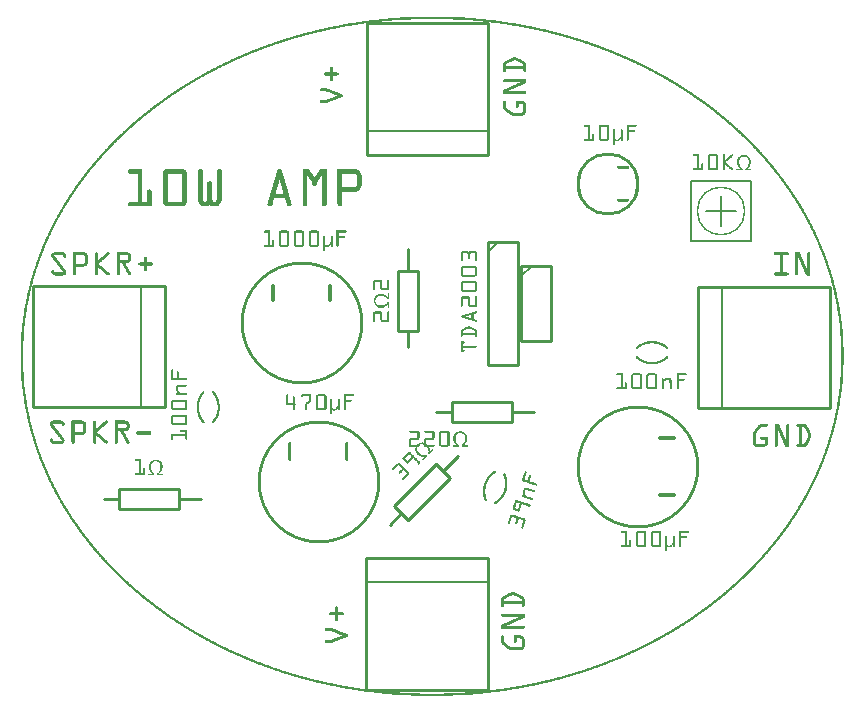
<source format=gto>
G04 MADE WITH FRITZING*
G04 WWW.FRITZING.ORG*
G04 SINGLE SIDED*
G04 HOLES NOT PLATED*
G04 CONTOUR ON CENTER OF CONTOUR VECTOR*
%ASAXBY*%
%FSLAX23Y23*%
%MOIN*%
%OFA0B0*%
%SFA1.0B1.0*%
%ADD10C,0.410000X0.39*%
%ADD11C,0.163110X0.15311*%
%ADD12C,0.210000X0.19*%
%ADD13C,0.010000*%
%ADD14C,0.005000*%
%ADD15R,0.001000X0.001000*%
%LNSILK1*%
G90*
G70*
G54D10*
X2056Y766D03*
G54D11*
X2334Y1617D03*
G54D10*
X937Y1244D03*
X993Y716D03*
G54D12*
X1959Y1708D03*
G54D13*
X1459Y803D02*
X1408Y752D01*
D02*
X1267Y611D02*
X1230Y573D01*
D02*
X1432Y729D02*
X1290Y587D01*
D02*
X1290Y587D02*
X1244Y634D01*
D02*
X1244Y634D02*
X1385Y775D01*
D02*
X1385Y775D02*
X1432Y729D01*
D02*
X1559Y2246D02*
X1155Y2246D01*
D02*
X1155Y2246D02*
X1155Y1806D01*
D02*
X1155Y1806D02*
X1559Y1806D01*
D02*
X1559Y1806D02*
X1559Y2246D01*
G54D14*
D02*
X1155Y1886D02*
X1559Y1886D01*
G54D13*
D02*
X1152Y23D02*
X1556Y23D01*
D02*
X1556Y23D02*
X1556Y463D01*
D02*
X1556Y463D02*
X1152Y463D01*
D02*
X1152Y463D02*
X1152Y23D01*
G54D14*
D02*
X1556Y383D02*
X1152Y383D01*
G54D13*
D02*
X2699Y962D02*
X2699Y1366D01*
D02*
X2699Y1366D02*
X2259Y1366D01*
D02*
X2259Y1366D02*
X2259Y962D01*
D02*
X2259Y962D02*
X2699Y962D01*
G54D14*
D02*
X2339Y1366D02*
X2339Y962D01*
G54D13*
D02*
X40Y1369D02*
X40Y966D01*
D02*
X40Y966D02*
X480Y966D01*
D02*
X480Y966D02*
X480Y1369D01*
D02*
X480Y1369D02*
X40Y1369D01*
G54D14*
D02*
X400Y966D02*
X400Y1369D01*
D02*
X2234Y1717D02*
X2234Y1517D01*
D02*
X2234Y1517D02*
X2434Y1517D01*
D02*
X2434Y1517D02*
X2434Y1717D01*
D02*
X2434Y1717D02*
X2234Y1717D01*
D02*
X2384Y1617D02*
X2334Y1617D01*
D02*
X2334Y1567D02*
X2334Y1617D01*
D02*
X2284Y1617D02*
X2334Y1617D01*
D02*
X2334Y1617D02*
X2334Y1667D01*
G54D13*
D02*
X1710Y948D02*
X1638Y948D01*
D02*
X1438Y948D02*
X1385Y948D01*
D02*
X1638Y915D02*
X1438Y915D01*
D02*
X1438Y915D02*
X1438Y981D01*
D02*
X1438Y981D02*
X1638Y981D01*
D02*
X1638Y981D02*
X1638Y915D01*
D02*
X601Y659D02*
X529Y659D01*
D02*
X329Y659D02*
X276Y659D01*
D02*
X529Y626D02*
X329Y626D01*
D02*
X329Y626D02*
X329Y692D01*
D02*
X329Y692D02*
X529Y692D01*
D02*
X529Y692D02*
X529Y626D01*
D02*
X1290Y1490D02*
X1290Y1418D01*
D02*
X1290Y1218D02*
X1290Y1165D01*
D02*
X1323Y1418D02*
X1323Y1218D01*
D02*
X1323Y1218D02*
X1257Y1218D01*
D02*
X1257Y1218D02*
X1257Y1418D01*
D02*
X1257Y1418D02*
X1323Y1418D01*
D02*
X1556Y1516D02*
X1556Y1104D01*
D02*
X1556Y1104D02*
X1656Y1104D01*
D02*
X1656Y1104D02*
X1656Y1516D01*
D02*
X1656Y1516D02*
X1556Y1516D01*
G54D14*
D02*
X1556Y1481D02*
X1591Y1516D01*
G54D13*
D02*
X1669Y1435D02*
X1669Y1185D01*
D02*
X1669Y1185D02*
X1769Y1185D01*
D02*
X1769Y1185D02*
X1769Y1435D01*
D02*
X1769Y1435D02*
X1669Y1435D01*
G54D14*
D02*
X1669Y1400D02*
X1704Y1435D01*
G54D15*
X1332Y2266D02*
X1411Y2266D01*
X1301Y2265D02*
X1442Y2265D01*
X1282Y2264D02*
X1461Y2264D01*
X1264Y2263D02*
X1479Y2263D01*
X1250Y2262D02*
X1493Y2262D01*
X1236Y2261D02*
X1507Y2261D01*
X1225Y2260D02*
X1518Y2260D01*
X1214Y2259D02*
X1529Y2259D01*
X1204Y2258D02*
X1331Y2258D01*
X1412Y2258D02*
X1539Y2258D01*
X1194Y2257D02*
X1300Y2257D01*
X1443Y2257D02*
X1549Y2257D01*
X1185Y2256D02*
X1281Y2256D01*
X1462Y2256D02*
X1558Y2256D01*
X1177Y2255D02*
X1263Y2255D01*
X1480Y2255D02*
X1566Y2255D01*
X1168Y2254D02*
X1249Y2254D01*
X1494Y2254D02*
X1575Y2254D01*
X1160Y2253D02*
X1236Y2253D01*
X1507Y2253D02*
X1583Y2253D01*
X1153Y2252D02*
X1224Y2252D01*
X1519Y2252D02*
X1590Y2252D01*
X1145Y2251D02*
X1213Y2251D01*
X1530Y2251D02*
X1598Y2251D01*
X1138Y2250D02*
X1203Y2250D01*
X1540Y2250D02*
X1605Y2250D01*
X1131Y2249D02*
X1193Y2249D01*
X1550Y2249D02*
X1612Y2249D01*
X1124Y2248D02*
X1184Y2248D01*
X1559Y2248D02*
X1619Y2248D01*
X1118Y2247D02*
X1176Y2247D01*
X1567Y2247D02*
X1625Y2247D01*
X1112Y2246D02*
X1167Y2246D01*
X1576Y2246D02*
X1631Y2246D01*
X1105Y2245D02*
X1159Y2245D01*
X1584Y2245D02*
X1638Y2245D01*
X1099Y2244D02*
X1152Y2244D01*
X1591Y2244D02*
X1644Y2244D01*
X1093Y2243D02*
X1144Y2243D01*
X1599Y2243D02*
X1650Y2243D01*
X1087Y2242D02*
X1137Y2242D01*
X1606Y2242D02*
X1656Y2242D01*
X1082Y2241D02*
X1130Y2241D01*
X1613Y2241D02*
X1661Y2241D01*
X1076Y2240D02*
X1123Y2240D01*
X1620Y2240D02*
X1667Y2240D01*
X1071Y2239D02*
X1117Y2239D01*
X1626Y2239D02*
X1672Y2239D01*
X1065Y2238D02*
X1111Y2238D01*
X1632Y2238D02*
X1678Y2238D01*
X1060Y2237D02*
X1104Y2237D01*
X1639Y2237D02*
X1683Y2237D01*
X1055Y2236D02*
X1098Y2236D01*
X1645Y2236D02*
X1688Y2236D01*
X1050Y2235D02*
X1092Y2235D01*
X1651Y2235D02*
X1693Y2235D01*
X1045Y2234D02*
X1087Y2234D01*
X1656Y2234D02*
X1698Y2234D01*
X1040Y2233D02*
X1081Y2233D01*
X1662Y2233D02*
X1703Y2233D01*
X1035Y2232D02*
X1076Y2232D01*
X1667Y2232D02*
X1708Y2232D01*
X1030Y2231D02*
X1070Y2231D01*
X1673Y2231D02*
X1713Y2231D01*
X1026Y2230D02*
X1064Y2230D01*
X1679Y2230D02*
X1717Y2230D01*
X1021Y2229D02*
X1059Y2229D01*
X1684Y2229D02*
X1722Y2229D01*
X1017Y2228D02*
X1054Y2228D01*
X1689Y2228D02*
X1726Y2228D01*
X1012Y2227D02*
X1049Y2227D01*
X1694Y2227D02*
X1731Y2227D01*
X1008Y2226D02*
X1044Y2226D01*
X1699Y2226D02*
X1735Y2226D01*
X1003Y2225D02*
X1039Y2225D01*
X1704Y2225D02*
X1740Y2225D01*
X999Y2224D02*
X1034Y2224D01*
X1709Y2224D02*
X1744Y2224D01*
X994Y2223D02*
X1030Y2223D01*
X1713Y2223D02*
X1749Y2223D01*
X990Y2222D02*
X1025Y2222D01*
X1718Y2222D02*
X1753Y2222D01*
X986Y2221D02*
X1021Y2221D01*
X1722Y2221D02*
X1757Y2221D01*
X982Y2220D02*
X1016Y2220D01*
X1727Y2220D02*
X1761Y2220D01*
X978Y2219D02*
X1012Y2219D01*
X1731Y2219D02*
X1765Y2219D01*
X974Y2218D02*
X1007Y2218D01*
X1736Y2218D02*
X1769Y2218D01*
X970Y2217D02*
X1003Y2217D01*
X1740Y2217D02*
X1773Y2217D01*
X966Y2216D02*
X998Y2216D01*
X1745Y2216D02*
X1777Y2216D01*
X962Y2215D02*
X994Y2215D01*
X1749Y2215D02*
X1781Y2215D01*
X958Y2214D02*
X990Y2214D01*
X1753Y2214D02*
X1785Y2214D01*
X955Y2213D02*
X986Y2213D01*
X1757Y2213D02*
X1788Y2213D01*
X951Y2212D02*
X982Y2212D01*
X1761Y2212D02*
X1792Y2212D01*
X947Y2211D02*
X978Y2211D01*
X1765Y2211D02*
X1796Y2211D01*
X943Y2210D02*
X974Y2210D01*
X1769Y2210D02*
X1800Y2210D01*
X940Y2209D02*
X970Y2209D01*
X1773Y2209D02*
X1803Y2209D01*
X936Y2208D02*
X965Y2208D01*
X1778Y2208D02*
X1807Y2208D01*
X932Y2207D02*
X962Y2207D01*
X1781Y2207D02*
X1811Y2207D01*
X929Y2206D02*
X958Y2206D01*
X1785Y2206D02*
X1814Y2206D01*
X925Y2205D02*
X954Y2205D01*
X1789Y2205D02*
X1818Y2205D01*
X922Y2204D02*
X950Y2204D01*
X1793Y2204D02*
X1821Y2204D01*
X918Y2203D02*
X947Y2203D01*
X1796Y2203D02*
X1825Y2203D01*
X915Y2202D02*
X943Y2202D01*
X1800Y2202D02*
X1828Y2202D01*
X911Y2201D02*
X939Y2201D01*
X1804Y2201D02*
X1832Y2201D01*
X908Y2200D02*
X936Y2200D01*
X1807Y2200D02*
X1835Y2200D01*
X905Y2199D02*
X932Y2199D01*
X1811Y2199D02*
X1838Y2199D01*
X901Y2198D02*
X928Y2198D01*
X1815Y2198D02*
X1842Y2198D01*
X898Y2197D02*
X925Y2197D01*
X1818Y2197D02*
X1845Y2197D01*
X895Y2196D02*
X922Y2196D01*
X1821Y2196D02*
X1848Y2196D01*
X892Y2195D02*
X918Y2195D01*
X1825Y2195D02*
X1851Y2195D01*
X888Y2194D02*
X915Y2194D01*
X1828Y2194D02*
X1855Y2194D01*
X885Y2193D02*
X911Y2193D01*
X1832Y2193D02*
X1858Y2193D01*
X882Y2192D02*
X908Y2192D01*
X1835Y2192D02*
X1861Y2192D01*
X879Y2191D02*
X904Y2191D01*
X1839Y2191D02*
X1864Y2191D01*
X876Y2190D02*
X901Y2190D01*
X1842Y2190D02*
X1867Y2190D01*
X872Y2189D02*
X898Y2189D01*
X1845Y2189D02*
X1871Y2189D01*
X869Y2188D02*
X895Y2188D01*
X1848Y2188D02*
X1874Y2188D01*
X866Y2187D02*
X891Y2187D01*
X1852Y2187D02*
X1877Y2187D01*
X863Y2186D02*
X888Y2186D01*
X1855Y2186D02*
X1880Y2186D01*
X860Y2185D02*
X885Y2185D01*
X1858Y2185D02*
X1883Y2185D01*
X857Y2184D02*
X882Y2184D01*
X1861Y2184D02*
X1886Y2184D01*
X854Y2183D02*
X879Y2183D01*
X1864Y2183D02*
X1889Y2183D01*
X851Y2182D02*
X875Y2182D01*
X1868Y2182D02*
X1892Y2182D01*
X848Y2181D02*
X872Y2181D01*
X1871Y2181D02*
X1895Y2181D01*
X846Y2180D02*
X869Y2180D01*
X1874Y2180D02*
X1897Y2180D01*
X843Y2179D02*
X866Y2179D01*
X1877Y2179D02*
X1900Y2179D01*
X840Y2178D02*
X863Y2178D01*
X1880Y2178D02*
X1903Y2178D01*
X837Y2177D02*
X860Y2177D01*
X1883Y2177D02*
X1906Y2177D01*
X834Y2176D02*
X857Y2176D01*
X1886Y2176D02*
X1909Y2176D01*
X831Y2175D02*
X854Y2175D01*
X1889Y2175D02*
X1912Y2175D01*
X828Y2174D02*
X851Y2174D01*
X1892Y2174D02*
X1915Y2174D01*
X826Y2173D02*
X848Y2173D01*
X1895Y2173D02*
X1917Y2173D01*
X823Y2172D02*
X845Y2172D01*
X1898Y2172D02*
X1920Y2172D01*
X820Y2171D02*
X843Y2171D01*
X1900Y2171D02*
X1923Y2171D01*
X817Y2170D02*
X840Y2170D01*
X1903Y2170D02*
X1926Y2170D01*
X815Y2169D02*
X837Y2169D01*
X1906Y2169D02*
X1928Y2169D01*
X812Y2168D02*
X834Y2168D01*
X1909Y2168D02*
X1931Y2168D01*
X809Y2167D02*
X831Y2167D01*
X1912Y2167D02*
X1934Y2167D01*
X806Y2166D02*
X828Y2166D01*
X1915Y2166D02*
X1937Y2166D01*
X804Y2165D02*
X826Y2165D01*
X1917Y2165D02*
X1939Y2165D01*
X801Y2164D02*
X823Y2164D01*
X1920Y2164D02*
X1942Y2164D01*
X799Y2163D02*
X820Y2163D01*
X1923Y2163D02*
X1944Y2163D01*
X796Y2162D02*
X817Y2162D01*
X1926Y2162D02*
X1947Y2162D01*
X793Y2161D02*
X815Y2161D01*
X1928Y2161D02*
X1950Y2161D01*
X791Y2160D02*
X812Y2160D01*
X1931Y2160D02*
X1952Y2160D01*
X788Y2159D02*
X809Y2159D01*
X1934Y2159D02*
X1955Y2159D01*
X786Y2158D02*
X806Y2158D01*
X1937Y2158D02*
X1957Y2158D01*
X783Y2157D02*
X804Y2157D01*
X1939Y2157D02*
X1960Y2157D01*
X780Y2156D02*
X801Y2156D01*
X1942Y2156D02*
X1963Y2156D01*
X778Y2155D02*
X799Y2155D01*
X1944Y2155D02*
X1965Y2155D01*
X775Y2154D02*
X796Y2154D01*
X1947Y2154D02*
X1968Y2154D01*
X773Y2153D02*
X794Y2153D01*
X1949Y2153D02*
X1970Y2153D01*
X770Y2152D02*
X791Y2152D01*
X1952Y2152D02*
X1973Y2152D01*
X768Y2151D02*
X788Y2151D01*
X1955Y2151D02*
X1975Y2151D01*
X766Y2150D02*
X786Y2150D01*
X1957Y2150D02*
X1977Y2150D01*
X763Y2149D02*
X783Y2149D01*
X1960Y2149D02*
X1980Y2149D01*
X761Y2148D02*
X781Y2148D01*
X1962Y2148D02*
X1982Y2148D01*
X758Y2147D02*
X778Y2147D01*
X1965Y2147D02*
X1985Y2147D01*
X756Y2146D02*
X776Y2146D01*
X1967Y2146D02*
X1987Y2146D01*
X753Y2145D02*
X773Y2145D01*
X1970Y2145D02*
X1990Y2145D01*
X751Y2144D02*
X771Y2144D01*
X1972Y2144D02*
X1992Y2144D01*
X748Y2143D02*
X768Y2143D01*
X1975Y2143D02*
X1995Y2143D01*
X746Y2142D02*
X766Y2142D01*
X1977Y2142D02*
X1997Y2142D01*
X744Y2141D02*
X763Y2141D01*
X1980Y2141D02*
X1999Y2141D01*
X742Y2140D02*
X761Y2140D01*
X1982Y2140D02*
X2001Y2140D01*
X739Y2139D02*
X759Y2139D01*
X1984Y2139D02*
X2004Y2139D01*
X737Y2138D02*
X756Y2138D01*
X1987Y2138D02*
X2006Y2138D01*
X735Y2137D02*
X754Y2137D01*
X1989Y2137D02*
X2008Y2137D01*
X732Y2136D02*
X751Y2136D01*
X1992Y2136D02*
X2011Y2136D01*
X730Y2135D02*
X749Y2135D01*
X1994Y2135D02*
X2013Y2135D01*
X728Y2134D02*
X747Y2134D01*
X1996Y2134D02*
X2015Y2134D01*
X725Y2133D02*
X744Y2133D01*
X1999Y2133D02*
X2018Y2133D01*
X723Y2132D02*
X742Y2132D01*
X2001Y2132D02*
X2020Y2132D01*
X721Y2131D02*
X740Y2131D01*
X2003Y2131D02*
X2022Y2131D01*
X719Y2130D02*
X737Y2130D01*
X1642Y2130D02*
X1650Y2130D01*
X2006Y2130D02*
X2024Y2130D01*
X716Y2129D02*
X735Y2129D01*
X1639Y2129D02*
X1654Y2129D01*
X2008Y2129D02*
X2027Y2129D01*
X714Y2128D02*
X733Y2128D01*
X1637Y2128D02*
X1656Y2128D01*
X2010Y2128D02*
X2029Y2128D01*
X712Y2127D02*
X730Y2127D01*
X1635Y2127D02*
X1658Y2127D01*
X2013Y2127D02*
X2031Y2127D01*
X710Y2126D02*
X728Y2126D01*
X1633Y2126D02*
X1660Y2126D01*
X2015Y2126D02*
X2033Y2126D01*
X708Y2125D02*
X726Y2125D01*
X1631Y2125D02*
X1662Y2125D01*
X2017Y2125D02*
X2035Y2125D01*
X706Y2124D02*
X724Y2124D01*
X1629Y2124D02*
X1664Y2124D01*
X2019Y2124D02*
X2037Y2124D01*
X703Y2123D02*
X721Y2123D01*
X1627Y2123D02*
X1666Y2123D01*
X2022Y2123D02*
X2040Y2123D01*
X701Y2122D02*
X719Y2122D01*
X1625Y2122D02*
X1668Y2122D01*
X2024Y2122D02*
X2042Y2122D01*
X699Y2121D02*
X717Y2121D01*
X1623Y2121D02*
X1670Y2121D01*
X2026Y2121D02*
X2044Y2121D01*
X697Y2120D02*
X715Y2120D01*
X1621Y2120D02*
X1643Y2120D01*
X1650Y2120D02*
X1672Y2120D01*
X2028Y2120D02*
X2046Y2120D01*
X695Y2119D02*
X713Y2119D01*
X1619Y2119D02*
X1640Y2119D01*
X1653Y2119D02*
X1674Y2119D01*
X2030Y2119D02*
X2048Y2119D01*
X692Y2118D02*
X710Y2118D01*
X1617Y2118D02*
X1638Y2118D01*
X1655Y2118D02*
X1676Y2118D01*
X2033Y2118D02*
X2051Y2118D01*
X690Y2117D02*
X708Y2117D01*
X1615Y2117D02*
X1636Y2117D01*
X1657Y2117D02*
X1678Y2117D01*
X2035Y2117D02*
X2053Y2117D01*
X688Y2116D02*
X706Y2116D01*
X1614Y2116D02*
X1634Y2116D01*
X1659Y2116D02*
X1680Y2116D01*
X2037Y2116D02*
X2055Y2116D01*
X686Y2115D02*
X704Y2115D01*
X1613Y2115D02*
X1632Y2115D01*
X1661Y2115D02*
X1681Y2115D01*
X2039Y2115D02*
X2057Y2115D01*
X684Y2114D02*
X702Y2114D01*
X1612Y2114D02*
X1630Y2114D01*
X1662Y2114D02*
X1681Y2114D01*
X2041Y2114D02*
X2059Y2114D01*
X682Y2113D02*
X700Y2113D01*
X1611Y2113D02*
X1628Y2113D01*
X1664Y2113D02*
X1682Y2113D01*
X2043Y2113D02*
X2061Y2113D01*
X680Y2112D02*
X697Y2112D01*
X1610Y2112D02*
X1626Y2112D01*
X1666Y2112D02*
X1683Y2112D01*
X2046Y2112D02*
X2063Y2112D01*
X678Y2111D02*
X695Y2111D01*
X1610Y2111D02*
X1624Y2111D01*
X1668Y2111D02*
X1683Y2111D01*
X2048Y2111D02*
X2065Y2111D01*
X676Y2110D02*
X693Y2110D01*
X1609Y2110D02*
X1622Y2110D01*
X1670Y2110D02*
X1684Y2110D01*
X2050Y2110D02*
X2067Y2110D01*
X674Y2109D02*
X691Y2109D01*
X1609Y2109D02*
X1620Y2109D01*
X1672Y2109D02*
X1684Y2109D01*
X2052Y2109D02*
X2069Y2109D01*
X672Y2108D02*
X689Y2108D01*
X1608Y2108D02*
X1619Y2108D01*
X1674Y2108D02*
X1684Y2108D01*
X2054Y2108D02*
X2071Y2108D01*
X670Y2107D02*
X687Y2107D01*
X1608Y2107D02*
X1618Y2107D01*
X1675Y2107D02*
X1685Y2107D01*
X2056Y2107D02*
X2073Y2107D01*
X668Y2106D02*
X685Y2106D01*
X1608Y2106D02*
X1617Y2106D01*
X1675Y2106D02*
X1685Y2106D01*
X2058Y2106D02*
X2075Y2106D01*
X666Y2105D02*
X683Y2105D01*
X1608Y2105D02*
X1617Y2105D01*
X1676Y2105D02*
X1685Y2105D01*
X2060Y2105D02*
X2077Y2105D01*
X664Y2104D02*
X681Y2104D01*
X1608Y2104D02*
X1617Y2104D01*
X1676Y2104D02*
X1685Y2104D01*
X2062Y2104D02*
X2079Y2104D01*
X662Y2103D02*
X679Y2103D01*
X1608Y2103D02*
X1617Y2103D01*
X1676Y2103D02*
X1685Y2103D01*
X2064Y2103D02*
X2081Y2103D01*
X660Y2102D02*
X677Y2102D01*
X1608Y2102D02*
X1617Y2102D01*
X1676Y2102D02*
X1685Y2102D01*
X2066Y2102D02*
X2083Y2102D01*
X658Y2101D02*
X675Y2101D01*
X1608Y2101D02*
X1617Y2101D01*
X1676Y2101D02*
X1685Y2101D01*
X2068Y2101D02*
X2085Y2101D01*
X656Y2100D02*
X672Y2100D01*
X1608Y2100D02*
X1685Y2100D01*
X2071Y2100D02*
X2087Y2100D01*
X654Y2099D02*
X670Y2099D01*
X1033Y2099D02*
X1038Y2099D01*
X1608Y2099D02*
X1685Y2099D01*
X2073Y2099D02*
X2089Y2099D01*
X652Y2098D02*
X668Y2098D01*
X1032Y2098D02*
X1039Y2098D01*
X1608Y2098D02*
X1685Y2098D01*
X2075Y2098D02*
X2091Y2098D01*
X650Y2097D02*
X666Y2097D01*
X1031Y2097D02*
X1039Y2097D01*
X1608Y2097D02*
X1685Y2097D01*
X2077Y2097D02*
X2093Y2097D01*
X648Y2096D02*
X664Y2096D01*
X1031Y2096D02*
X1040Y2096D01*
X1608Y2096D02*
X1685Y2096D01*
X2079Y2096D02*
X2095Y2096D01*
X646Y2095D02*
X662Y2095D01*
X1031Y2095D02*
X1040Y2095D01*
X1608Y2095D02*
X1685Y2095D01*
X2081Y2095D02*
X2097Y2095D01*
X644Y2094D02*
X660Y2094D01*
X1031Y2094D02*
X1040Y2094D01*
X1608Y2094D02*
X1685Y2094D01*
X2083Y2094D02*
X2099Y2094D01*
X642Y2093D02*
X658Y2093D01*
X1031Y2093D02*
X1040Y2093D01*
X1608Y2093D02*
X1685Y2093D01*
X2085Y2093D02*
X2101Y2093D01*
X640Y2092D02*
X656Y2092D01*
X1031Y2092D02*
X1040Y2092D01*
X1608Y2092D02*
X1685Y2092D01*
X2087Y2092D02*
X2103Y2092D01*
X638Y2091D02*
X655Y2091D01*
X1031Y2091D02*
X1040Y2091D01*
X1608Y2091D02*
X1685Y2091D01*
X2088Y2091D02*
X2105Y2091D01*
X636Y2090D02*
X653Y2090D01*
X1031Y2090D02*
X1040Y2090D01*
X1608Y2090D02*
X1617Y2090D01*
X1676Y2090D02*
X1685Y2090D01*
X2090Y2090D02*
X2107Y2090D01*
X634Y2089D02*
X651Y2089D01*
X1031Y2089D02*
X1040Y2089D01*
X1608Y2089D02*
X1617Y2089D01*
X1676Y2089D02*
X1685Y2089D01*
X2092Y2089D02*
X2109Y2089D01*
X632Y2088D02*
X649Y2088D01*
X1031Y2088D02*
X1040Y2088D01*
X1608Y2088D02*
X1617Y2088D01*
X1676Y2088D02*
X1685Y2088D01*
X2094Y2088D02*
X2111Y2088D01*
X631Y2087D02*
X647Y2087D01*
X1031Y2087D02*
X1040Y2087D01*
X1608Y2087D02*
X1617Y2087D01*
X1676Y2087D02*
X1685Y2087D01*
X2096Y2087D02*
X2112Y2087D01*
X629Y2086D02*
X645Y2086D01*
X1031Y2086D02*
X1040Y2086D01*
X1608Y2086D02*
X1617Y2086D01*
X1676Y2086D02*
X1685Y2086D01*
X2098Y2086D02*
X2114Y2086D01*
X627Y2085D02*
X643Y2085D01*
X1031Y2085D02*
X1040Y2085D01*
X1608Y2085D02*
X1617Y2085D01*
X1676Y2085D02*
X1685Y2085D01*
X2100Y2085D02*
X2116Y2085D01*
X625Y2084D02*
X641Y2084D01*
X1031Y2084D02*
X1040Y2084D01*
X1608Y2084D02*
X1617Y2084D01*
X1676Y2084D02*
X1685Y2084D01*
X2102Y2084D02*
X2118Y2084D01*
X623Y2083D02*
X639Y2083D01*
X1031Y2083D02*
X1040Y2083D01*
X1609Y2083D02*
X1616Y2083D01*
X1677Y2083D02*
X1684Y2083D01*
X2104Y2083D02*
X2120Y2083D01*
X621Y2082D02*
X637Y2082D01*
X1031Y2082D02*
X1040Y2082D01*
X1610Y2082D02*
X1615Y2082D01*
X1677Y2082D02*
X1683Y2082D01*
X2106Y2082D02*
X2122Y2082D01*
X620Y2081D02*
X635Y2081D01*
X1031Y2081D02*
X1040Y2081D01*
X1611Y2081D02*
X1613Y2081D01*
X1679Y2081D02*
X1681Y2081D01*
X2108Y2081D02*
X2123Y2081D01*
X618Y2080D02*
X633Y2080D01*
X1016Y2080D02*
X1054Y2080D01*
X2110Y2080D02*
X2125Y2080D01*
X616Y2079D02*
X631Y2079D01*
X1013Y2079D02*
X1058Y2079D01*
X2112Y2079D02*
X2127Y2079D01*
X614Y2078D02*
X630Y2078D01*
X1012Y2078D02*
X1059Y2078D01*
X2113Y2078D02*
X2129Y2078D01*
X612Y2077D02*
X628Y2077D01*
X1011Y2077D02*
X1059Y2077D01*
X2115Y2077D02*
X2131Y2077D01*
X610Y2076D02*
X626Y2076D01*
X1011Y2076D02*
X1060Y2076D01*
X2117Y2076D02*
X2133Y2076D01*
X608Y2075D02*
X624Y2075D01*
X1011Y2075D02*
X1060Y2075D01*
X2119Y2075D02*
X2135Y2075D01*
X607Y2074D02*
X622Y2074D01*
X1011Y2074D02*
X1060Y2074D01*
X2121Y2074D02*
X2136Y2074D01*
X605Y2073D02*
X620Y2073D01*
X1011Y2073D02*
X1059Y2073D01*
X2123Y2073D02*
X2138Y2073D01*
X603Y2072D02*
X619Y2072D01*
X1012Y2072D02*
X1059Y2072D01*
X2124Y2072D02*
X2140Y2072D01*
X601Y2071D02*
X617Y2071D01*
X1013Y2071D02*
X1058Y2071D01*
X2126Y2071D02*
X2142Y2071D01*
X600Y2070D02*
X615Y2070D01*
X1015Y2070D02*
X1055Y2070D01*
X2128Y2070D02*
X2143Y2070D01*
X598Y2069D02*
X613Y2069D01*
X1031Y2069D02*
X1040Y2069D01*
X2130Y2069D02*
X2145Y2069D01*
X596Y2068D02*
X611Y2068D01*
X1031Y2068D02*
X1040Y2068D01*
X2132Y2068D02*
X2147Y2068D01*
X594Y2067D02*
X609Y2067D01*
X1031Y2067D02*
X1040Y2067D01*
X2134Y2067D02*
X2149Y2067D01*
X593Y2066D02*
X608Y2066D01*
X1031Y2066D02*
X1040Y2066D01*
X2135Y2066D02*
X2150Y2066D01*
X591Y2065D02*
X606Y2065D01*
X1031Y2065D02*
X1040Y2065D01*
X2137Y2065D02*
X2152Y2065D01*
X589Y2064D02*
X604Y2064D01*
X1031Y2064D02*
X1040Y2064D01*
X2139Y2064D02*
X2154Y2064D01*
X587Y2063D02*
X602Y2063D01*
X1031Y2063D02*
X1040Y2063D01*
X2141Y2063D02*
X2156Y2063D01*
X586Y2062D02*
X601Y2062D01*
X1031Y2062D02*
X1040Y2062D01*
X2142Y2062D02*
X2157Y2062D01*
X584Y2061D02*
X599Y2061D01*
X1031Y2061D02*
X1040Y2061D01*
X2144Y2061D02*
X2159Y2061D01*
X582Y2060D02*
X597Y2060D01*
X1031Y2060D02*
X1040Y2060D01*
X2146Y2060D02*
X2161Y2060D01*
X580Y2059D02*
X595Y2059D01*
X1031Y2059D02*
X1040Y2059D01*
X2148Y2059D02*
X2163Y2059D01*
X579Y2058D02*
X594Y2058D01*
X1031Y2058D02*
X1040Y2058D01*
X1612Y2058D02*
X1685Y2058D01*
X2149Y2058D02*
X2164Y2058D01*
X577Y2057D02*
X592Y2057D01*
X1031Y2057D02*
X1040Y2057D01*
X1610Y2057D02*
X1685Y2057D01*
X2151Y2057D02*
X2166Y2057D01*
X575Y2056D02*
X590Y2056D01*
X1031Y2056D02*
X1040Y2056D01*
X1609Y2056D02*
X1685Y2056D01*
X2153Y2056D02*
X2168Y2056D01*
X574Y2055D02*
X588Y2055D01*
X1031Y2055D02*
X1040Y2055D01*
X1608Y2055D02*
X1685Y2055D01*
X2155Y2055D02*
X2169Y2055D01*
X572Y2054D02*
X587Y2054D01*
X1031Y2054D02*
X1040Y2054D01*
X1608Y2054D02*
X1685Y2054D01*
X2156Y2054D02*
X2171Y2054D01*
X570Y2053D02*
X585Y2053D01*
X1031Y2053D02*
X1039Y2053D01*
X1608Y2053D02*
X1685Y2053D01*
X2158Y2053D02*
X2173Y2053D01*
X569Y2052D02*
X583Y2052D01*
X1032Y2052D02*
X1039Y2052D01*
X1608Y2052D02*
X1685Y2052D01*
X2160Y2052D02*
X2174Y2052D01*
X567Y2051D02*
X581Y2051D01*
X1033Y2051D02*
X1038Y2051D01*
X1608Y2051D02*
X1685Y2051D01*
X2162Y2051D02*
X2176Y2051D01*
X565Y2050D02*
X580Y2050D01*
X1609Y2050D02*
X1685Y2050D01*
X2163Y2050D02*
X2178Y2050D01*
X564Y2049D02*
X578Y2049D01*
X1610Y2049D02*
X1685Y2049D01*
X2165Y2049D02*
X2179Y2049D01*
X562Y2048D02*
X576Y2048D01*
X1667Y2048D02*
X1685Y2048D01*
X2167Y2048D02*
X2181Y2048D01*
X560Y2047D02*
X575Y2047D01*
X1666Y2047D02*
X1685Y2047D01*
X2168Y2047D02*
X2183Y2047D01*
X559Y2046D02*
X573Y2046D01*
X1663Y2046D02*
X1685Y2046D01*
X2170Y2046D02*
X2184Y2046D01*
X557Y2045D02*
X571Y2045D01*
X1661Y2045D02*
X1685Y2045D01*
X2172Y2045D02*
X2186Y2045D01*
X555Y2044D02*
X570Y2044D01*
X1659Y2044D02*
X1683Y2044D01*
X2173Y2044D02*
X2188Y2044D01*
X554Y2043D02*
X568Y2043D01*
X1656Y2043D02*
X1681Y2043D01*
X2175Y2043D02*
X2189Y2043D01*
X552Y2042D02*
X566Y2042D01*
X1654Y2042D02*
X1678Y2042D01*
X2177Y2042D02*
X2191Y2042D01*
X550Y2041D02*
X565Y2041D01*
X1652Y2041D02*
X1676Y2041D01*
X2178Y2041D02*
X2193Y2041D01*
X549Y2040D02*
X563Y2040D01*
X1650Y2040D02*
X1674Y2040D01*
X2180Y2040D02*
X2194Y2040D01*
X547Y2039D02*
X561Y2039D01*
X1647Y2039D02*
X1672Y2039D01*
X2182Y2039D02*
X2196Y2039D01*
X546Y2038D02*
X560Y2038D01*
X1645Y2038D02*
X1669Y2038D01*
X2183Y2038D02*
X2197Y2038D01*
X544Y2037D02*
X558Y2037D01*
X1643Y2037D02*
X1667Y2037D01*
X2185Y2037D02*
X2199Y2037D01*
X542Y2036D02*
X556Y2036D01*
X1640Y2036D02*
X1665Y2036D01*
X2187Y2036D02*
X2201Y2036D01*
X541Y2035D02*
X555Y2035D01*
X1638Y2035D02*
X1662Y2035D01*
X2188Y2035D02*
X2202Y2035D01*
X539Y2034D02*
X553Y2034D01*
X1636Y2034D02*
X1660Y2034D01*
X2190Y2034D02*
X2204Y2034D01*
X538Y2033D02*
X552Y2033D01*
X1634Y2033D02*
X1658Y2033D01*
X2191Y2033D02*
X2205Y2033D01*
X536Y2032D02*
X550Y2032D01*
X1631Y2032D02*
X1656Y2032D01*
X2193Y2032D02*
X2207Y2032D01*
X534Y2031D02*
X548Y2031D01*
X1629Y2031D02*
X1653Y2031D01*
X2195Y2031D02*
X2208Y2031D01*
X533Y2030D02*
X547Y2030D01*
X1627Y2030D02*
X1651Y2030D01*
X2196Y2030D02*
X2210Y2030D01*
X531Y2029D02*
X545Y2029D01*
X1624Y2029D02*
X1649Y2029D01*
X2198Y2029D02*
X2212Y2029D01*
X530Y2028D02*
X544Y2028D01*
X1622Y2028D02*
X1646Y2028D01*
X2199Y2028D02*
X2213Y2028D01*
X528Y2027D02*
X542Y2027D01*
X1000Y2027D02*
X1020Y2027D01*
X1620Y2027D02*
X1644Y2027D01*
X2201Y2027D02*
X2215Y2027D01*
X527Y2026D02*
X540Y2026D01*
X998Y2026D02*
X1023Y2026D01*
X1618Y2026D02*
X1642Y2026D01*
X2203Y2026D02*
X2216Y2026D01*
X525Y2025D02*
X539Y2025D01*
X998Y2025D02*
X1026Y2025D01*
X1615Y2025D02*
X1640Y2025D01*
X2204Y2025D02*
X2218Y2025D01*
X524Y2024D02*
X537Y2024D01*
X997Y2024D02*
X1028Y2024D01*
X1613Y2024D02*
X1637Y2024D01*
X2206Y2024D02*
X2219Y2024D01*
X522Y2023D02*
X536Y2023D01*
X997Y2023D02*
X1031Y2023D01*
X1611Y2023D02*
X1635Y2023D01*
X2207Y2023D02*
X2221Y2023D01*
X521Y2022D02*
X534Y2022D01*
X997Y2022D02*
X1033Y2022D01*
X1608Y2022D02*
X1633Y2022D01*
X2209Y2022D02*
X2222Y2022D01*
X519Y2021D02*
X533Y2021D01*
X997Y2021D02*
X1036Y2021D01*
X1608Y2021D02*
X1630Y2021D01*
X2210Y2021D02*
X2224Y2021D01*
X517Y2020D02*
X531Y2020D01*
X998Y2020D02*
X1038Y2020D01*
X1608Y2020D02*
X1628Y2020D01*
X2212Y2020D02*
X2225Y2020D01*
X516Y2019D02*
X529Y2019D01*
X998Y2019D02*
X1041Y2019D01*
X1608Y2019D02*
X1626Y2019D01*
X2214Y2019D02*
X2227Y2019D01*
X514Y2018D02*
X528Y2018D01*
X1000Y2018D02*
X1044Y2018D01*
X1608Y2018D02*
X1682Y2018D01*
X2215Y2018D02*
X2229Y2018D01*
X513Y2017D02*
X526Y2017D01*
X1019Y2017D02*
X1046Y2017D01*
X1608Y2017D02*
X1683Y2017D01*
X2217Y2017D02*
X2230Y2017D01*
X511Y2016D02*
X525Y2016D01*
X1022Y2016D02*
X1049Y2016D01*
X1608Y2016D02*
X1684Y2016D01*
X2218Y2016D02*
X2232Y2016D01*
X510Y2015D02*
X523Y2015D01*
X1024Y2015D02*
X1051Y2015D01*
X1608Y2015D02*
X1685Y2015D01*
X2220Y2015D02*
X2233Y2015D01*
X508Y2014D02*
X522Y2014D01*
X1027Y2014D02*
X1054Y2014D01*
X1608Y2014D02*
X1685Y2014D01*
X2221Y2014D02*
X2235Y2014D01*
X507Y2013D02*
X520Y2013D01*
X1030Y2013D02*
X1056Y2013D01*
X1608Y2013D02*
X1685Y2013D01*
X2223Y2013D02*
X2236Y2013D01*
X505Y2012D02*
X519Y2012D01*
X1032Y2012D02*
X1059Y2012D01*
X1608Y2012D02*
X1685Y2012D01*
X2224Y2012D02*
X2238Y2012D01*
X504Y2011D02*
X517Y2011D01*
X1035Y2011D02*
X1061Y2011D01*
X1608Y2011D02*
X1684Y2011D01*
X2226Y2011D02*
X2239Y2011D01*
X502Y2010D02*
X516Y2010D01*
X1037Y2010D02*
X1064Y2010D01*
X1608Y2010D02*
X1683Y2010D01*
X2227Y2010D02*
X2241Y2010D01*
X501Y2009D02*
X514Y2009D01*
X1040Y2009D02*
X1067Y2009D01*
X1608Y2009D02*
X1682Y2009D01*
X2229Y2009D02*
X2242Y2009D01*
X499Y2008D02*
X513Y2008D01*
X1042Y2008D02*
X1069Y2008D01*
X2230Y2008D02*
X2244Y2008D01*
X498Y2007D02*
X511Y2007D01*
X1045Y2007D02*
X1071Y2007D01*
X2232Y2007D02*
X2245Y2007D01*
X497Y2006D02*
X510Y2006D01*
X1047Y2006D02*
X1073Y2006D01*
X2233Y2006D02*
X2246Y2006D01*
X495Y2005D02*
X508Y2005D01*
X1050Y2005D02*
X1073Y2005D01*
X2235Y2005D02*
X2248Y2005D01*
X494Y2004D02*
X507Y2004D01*
X1052Y2004D02*
X1074Y2004D01*
X2236Y2004D02*
X2249Y2004D01*
X492Y2003D02*
X505Y2003D01*
X1055Y2003D02*
X1074Y2003D01*
X2238Y2003D02*
X2251Y2003D01*
X491Y2002D02*
X504Y2002D01*
X1054Y2002D02*
X1074Y2002D01*
X2239Y2002D02*
X2252Y2002D01*
X489Y2001D02*
X502Y2001D01*
X1051Y2001D02*
X1074Y2001D01*
X2241Y2001D02*
X2254Y2001D01*
X488Y2000D02*
X501Y2000D01*
X1049Y2000D02*
X1073Y2000D01*
X2242Y2000D02*
X2255Y2000D01*
X487Y1999D02*
X499Y1999D01*
X1046Y1999D02*
X1072Y1999D01*
X2244Y1999D02*
X2256Y1999D01*
X485Y1998D02*
X498Y1998D01*
X1044Y1998D02*
X1071Y1998D01*
X2245Y1998D02*
X2258Y1998D01*
X484Y1997D02*
X497Y1997D01*
X1041Y1997D02*
X1068Y1997D01*
X2246Y1997D02*
X2259Y1997D01*
X482Y1996D02*
X495Y1996D01*
X1039Y1996D02*
X1066Y1996D01*
X2248Y1996D02*
X2261Y1996D01*
X481Y1995D02*
X494Y1995D01*
X1036Y1995D02*
X1063Y1995D01*
X2249Y1995D02*
X2262Y1995D01*
X479Y1994D02*
X492Y1994D01*
X1033Y1994D02*
X1061Y1994D01*
X2251Y1994D02*
X2264Y1994D01*
X478Y1993D02*
X491Y1993D01*
X1031Y1993D02*
X1058Y1993D01*
X2252Y1993D02*
X2265Y1993D01*
X476Y1992D02*
X489Y1992D01*
X1028Y1992D02*
X1055Y1992D01*
X2254Y1992D02*
X2267Y1992D01*
X475Y1991D02*
X488Y1991D01*
X1026Y1991D02*
X1053Y1991D01*
X2255Y1991D02*
X2268Y1991D01*
X474Y1990D02*
X487Y1990D01*
X1023Y1990D02*
X1050Y1990D01*
X2256Y1990D02*
X2269Y1990D01*
X472Y1989D02*
X485Y1989D01*
X1021Y1989D02*
X1048Y1989D01*
X2258Y1989D02*
X2271Y1989D01*
X471Y1988D02*
X484Y1988D01*
X1018Y1988D02*
X1045Y1988D01*
X2259Y1988D02*
X2272Y1988D01*
X470Y1987D02*
X482Y1987D01*
X999Y1987D02*
X1042Y1987D01*
X2261Y1987D02*
X2273Y1987D01*
X468Y1986D02*
X481Y1986D01*
X998Y1986D02*
X1040Y1986D01*
X2262Y1986D02*
X2275Y1986D01*
X467Y1985D02*
X479Y1985D01*
X997Y1985D02*
X1037Y1985D01*
X1610Y1985D02*
X1615Y1985D01*
X1650Y1985D02*
X1675Y1985D01*
X2264Y1985D02*
X2276Y1985D01*
X465Y1984D02*
X478Y1984D01*
X997Y1984D02*
X1035Y1984D01*
X1609Y1984D02*
X1616Y1984D01*
X1650Y1984D02*
X1677Y1984D01*
X2265Y1984D02*
X2278Y1984D01*
X464Y1983D02*
X477Y1983D01*
X997Y1983D02*
X1032Y1983D01*
X1608Y1983D02*
X1616Y1983D01*
X1650Y1983D02*
X1678Y1983D01*
X2266Y1983D02*
X2279Y1983D01*
X463Y1982D02*
X475Y1982D01*
X997Y1982D02*
X1030Y1982D01*
X1608Y1982D02*
X1617Y1982D01*
X1650Y1982D02*
X1680Y1982D01*
X2268Y1982D02*
X2280Y1982D01*
X461Y1981D02*
X474Y1981D01*
X997Y1981D02*
X1027Y1981D01*
X1608Y1981D02*
X1617Y1981D01*
X1650Y1981D02*
X1681Y1981D01*
X2269Y1981D02*
X2282Y1981D01*
X460Y1980D02*
X473Y1980D01*
X998Y1980D02*
X1024Y1980D01*
X1608Y1980D02*
X1617Y1980D01*
X1650Y1980D02*
X1682Y1980D01*
X2270Y1980D02*
X2283Y1980D01*
X459Y1979D02*
X471Y1979D01*
X999Y1979D02*
X1022Y1979D01*
X1608Y1979D02*
X1617Y1979D01*
X1650Y1979D02*
X1682Y1979D01*
X2272Y1979D02*
X2284Y1979D01*
X457Y1978D02*
X470Y1978D01*
X1001Y1978D02*
X1019Y1978D01*
X1608Y1978D02*
X1617Y1978D01*
X1650Y1978D02*
X1683Y1978D01*
X2273Y1978D02*
X2286Y1978D01*
X456Y1977D02*
X468Y1977D01*
X1608Y1977D02*
X1617Y1977D01*
X1650Y1977D02*
X1683Y1977D01*
X2275Y1977D02*
X2287Y1977D01*
X455Y1976D02*
X467Y1976D01*
X1608Y1976D02*
X1617Y1976D01*
X1650Y1976D02*
X1684Y1976D01*
X2276Y1976D02*
X2288Y1976D01*
X453Y1975D02*
X466Y1975D01*
X1608Y1975D02*
X1617Y1975D01*
X1650Y1975D02*
X1659Y1975D01*
X1673Y1975D02*
X1684Y1975D01*
X2277Y1975D02*
X2290Y1975D01*
X452Y1974D02*
X464Y1974D01*
X1608Y1974D02*
X1617Y1974D01*
X1650Y1974D02*
X1659Y1974D01*
X1674Y1974D02*
X1684Y1974D01*
X2279Y1974D02*
X2291Y1974D01*
X450Y1973D02*
X463Y1973D01*
X1608Y1973D02*
X1617Y1973D01*
X1650Y1973D02*
X1659Y1973D01*
X1675Y1973D02*
X1685Y1973D01*
X2280Y1973D02*
X2293Y1973D01*
X449Y1972D02*
X462Y1972D01*
X1608Y1972D02*
X1617Y1972D01*
X1650Y1972D02*
X1659Y1972D01*
X1675Y1972D02*
X1685Y1972D01*
X2281Y1972D02*
X2294Y1972D01*
X448Y1971D02*
X460Y1971D01*
X1608Y1971D02*
X1617Y1971D01*
X1650Y1971D02*
X1659Y1971D01*
X1676Y1971D02*
X1685Y1971D01*
X2283Y1971D02*
X2295Y1971D01*
X446Y1970D02*
X459Y1970D01*
X1608Y1970D02*
X1617Y1970D01*
X1650Y1970D02*
X1659Y1970D01*
X1676Y1970D02*
X1685Y1970D01*
X2284Y1970D02*
X2297Y1970D01*
X445Y1969D02*
X457Y1969D01*
X1608Y1969D02*
X1617Y1969D01*
X1650Y1969D02*
X1659Y1969D01*
X1676Y1969D02*
X1685Y1969D01*
X2286Y1969D02*
X2298Y1969D01*
X444Y1968D02*
X456Y1968D01*
X1608Y1968D02*
X1617Y1968D01*
X1650Y1968D02*
X1659Y1968D01*
X1676Y1968D02*
X1685Y1968D01*
X2287Y1968D02*
X2299Y1968D01*
X443Y1967D02*
X455Y1967D01*
X1608Y1967D02*
X1617Y1967D01*
X1650Y1967D02*
X1659Y1967D01*
X1676Y1967D02*
X1685Y1967D01*
X2288Y1967D02*
X2300Y1967D01*
X441Y1966D02*
X453Y1966D01*
X1608Y1966D02*
X1617Y1966D01*
X1650Y1966D02*
X1659Y1966D01*
X1676Y1966D02*
X1685Y1966D01*
X2290Y1966D02*
X2302Y1966D01*
X440Y1965D02*
X452Y1965D01*
X1608Y1965D02*
X1617Y1965D01*
X1650Y1965D02*
X1659Y1965D01*
X1676Y1965D02*
X1685Y1965D01*
X2291Y1965D02*
X2303Y1965D01*
X439Y1964D02*
X451Y1964D01*
X1608Y1964D02*
X1617Y1964D01*
X1651Y1964D02*
X1659Y1964D01*
X1676Y1964D02*
X1685Y1964D01*
X2292Y1964D02*
X2304Y1964D01*
X437Y1963D02*
X449Y1963D01*
X1608Y1963D02*
X1618Y1963D01*
X1651Y1963D02*
X1658Y1963D01*
X1676Y1963D02*
X1685Y1963D01*
X2294Y1963D02*
X2306Y1963D01*
X436Y1962D02*
X448Y1962D01*
X1608Y1962D02*
X1619Y1962D01*
X1652Y1962D02*
X1657Y1962D01*
X1676Y1962D02*
X1685Y1962D01*
X2295Y1962D02*
X2307Y1962D01*
X435Y1961D02*
X447Y1961D01*
X1609Y1961D02*
X1620Y1961D01*
X1655Y1961D02*
X1655Y1961D01*
X1676Y1961D02*
X1685Y1961D01*
X2296Y1961D02*
X2308Y1961D01*
X433Y1960D02*
X446Y1960D01*
X1609Y1960D02*
X1621Y1960D01*
X1676Y1960D02*
X1685Y1960D01*
X2297Y1960D02*
X2310Y1960D01*
X432Y1959D02*
X444Y1959D01*
X1609Y1959D02*
X1623Y1959D01*
X1676Y1959D02*
X1685Y1959D01*
X2299Y1959D02*
X2311Y1959D01*
X431Y1958D02*
X443Y1958D01*
X1610Y1958D02*
X1624Y1958D01*
X1676Y1958D02*
X1685Y1958D01*
X2300Y1958D02*
X2312Y1958D01*
X430Y1957D02*
X442Y1957D01*
X1611Y1957D02*
X1625Y1957D01*
X1676Y1957D02*
X1685Y1957D01*
X2301Y1957D02*
X2313Y1957D01*
X428Y1956D02*
X440Y1956D01*
X1612Y1956D02*
X1627Y1956D01*
X1676Y1956D02*
X1685Y1956D01*
X2303Y1956D02*
X2315Y1956D01*
X427Y1955D02*
X439Y1955D01*
X1613Y1955D02*
X1628Y1955D01*
X1676Y1955D02*
X1685Y1955D01*
X2304Y1955D02*
X2316Y1955D01*
X426Y1954D02*
X438Y1954D01*
X1614Y1954D02*
X1629Y1954D01*
X1676Y1954D02*
X1685Y1954D01*
X2305Y1954D02*
X2317Y1954D01*
X424Y1953D02*
X436Y1953D01*
X1615Y1953D02*
X1630Y1953D01*
X1676Y1953D02*
X1685Y1953D01*
X2307Y1953D02*
X2319Y1953D01*
X423Y1952D02*
X435Y1952D01*
X1616Y1952D02*
X1632Y1952D01*
X1676Y1952D02*
X1685Y1952D01*
X2308Y1952D02*
X2320Y1952D01*
X422Y1951D02*
X434Y1951D01*
X1617Y1951D02*
X1633Y1951D01*
X1676Y1951D02*
X1685Y1951D01*
X2309Y1951D02*
X2321Y1951D01*
X421Y1950D02*
X433Y1950D01*
X1619Y1950D02*
X1634Y1950D01*
X1675Y1950D02*
X1685Y1950D01*
X2310Y1950D02*
X2322Y1950D01*
X419Y1949D02*
X431Y1949D01*
X1620Y1949D02*
X1636Y1949D01*
X1675Y1949D02*
X1685Y1949D01*
X2312Y1949D02*
X2324Y1949D01*
X418Y1948D02*
X430Y1948D01*
X1621Y1948D02*
X1637Y1948D01*
X1674Y1948D02*
X1685Y1948D01*
X2313Y1948D02*
X2325Y1948D01*
X417Y1947D02*
X429Y1947D01*
X1623Y1947D02*
X1639Y1947D01*
X1673Y1947D02*
X1684Y1947D01*
X2314Y1947D02*
X2326Y1947D01*
X416Y1946D02*
X427Y1946D01*
X1624Y1946D02*
X1684Y1946D01*
X2316Y1946D02*
X2327Y1946D01*
X414Y1945D02*
X426Y1945D01*
X1625Y1945D02*
X1683Y1945D01*
X2317Y1945D02*
X2329Y1945D01*
X413Y1944D02*
X425Y1944D01*
X1627Y1944D02*
X1683Y1944D01*
X2318Y1944D02*
X2330Y1944D01*
X412Y1943D02*
X424Y1943D01*
X1628Y1943D02*
X1682Y1943D01*
X2319Y1943D02*
X2331Y1943D01*
X411Y1942D02*
X422Y1942D01*
X1629Y1942D02*
X1682Y1942D01*
X2320Y1942D02*
X2332Y1942D01*
X410Y1941D02*
X421Y1941D01*
X1630Y1941D02*
X1681Y1941D01*
X2322Y1941D02*
X2333Y1941D01*
X408Y1940D02*
X420Y1940D01*
X1632Y1940D02*
X1680Y1940D01*
X2323Y1940D02*
X2335Y1940D01*
X407Y1939D02*
X419Y1939D01*
X1633Y1939D02*
X1679Y1939D01*
X2324Y1939D02*
X2336Y1939D01*
X406Y1938D02*
X418Y1938D01*
X1635Y1938D02*
X1677Y1938D01*
X2325Y1938D02*
X2337Y1938D01*
X405Y1937D02*
X416Y1937D01*
X1638Y1937D02*
X1675Y1937D01*
X2327Y1937D02*
X2338Y1937D01*
X403Y1936D02*
X415Y1936D01*
X2328Y1936D02*
X2340Y1936D01*
X402Y1935D02*
X414Y1935D01*
X2329Y1935D02*
X2341Y1935D01*
X401Y1934D02*
X413Y1934D01*
X2330Y1934D02*
X2342Y1934D01*
X400Y1933D02*
X411Y1933D01*
X2332Y1933D02*
X2343Y1933D01*
X399Y1932D02*
X410Y1932D01*
X2333Y1932D02*
X2344Y1932D01*
X397Y1931D02*
X409Y1931D01*
X2334Y1931D02*
X2346Y1931D01*
X396Y1930D02*
X408Y1930D01*
X2335Y1930D02*
X2347Y1930D01*
X395Y1929D02*
X406Y1929D01*
X2337Y1929D02*
X2348Y1929D01*
X394Y1928D02*
X405Y1928D01*
X2338Y1928D02*
X2349Y1928D01*
X393Y1927D02*
X404Y1927D01*
X2339Y1927D02*
X2350Y1927D01*
X391Y1926D02*
X403Y1926D01*
X2340Y1926D02*
X2352Y1926D01*
X390Y1925D02*
X402Y1925D01*
X2341Y1925D02*
X2353Y1925D01*
X389Y1924D02*
X400Y1924D01*
X2343Y1924D02*
X2354Y1924D01*
X388Y1923D02*
X399Y1923D01*
X2344Y1923D02*
X2355Y1923D01*
X387Y1922D02*
X398Y1922D01*
X2345Y1922D02*
X2356Y1922D01*
X385Y1921D02*
X397Y1921D01*
X2346Y1921D02*
X2358Y1921D01*
X384Y1920D02*
X396Y1920D01*
X2347Y1920D02*
X2359Y1920D01*
X383Y1919D02*
X395Y1919D01*
X2348Y1919D02*
X2360Y1919D01*
X382Y1918D02*
X393Y1918D01*
X2350Y1918D02*
X2361Y1918D01*
X381Y1917D02*
X392Y1917D01*
X2351Y1917D02*
X2362Y1917D01*
X380Y1916D02*
X391Y1916D01*
X2352Y1916D02*
X2363Y1916D01*
X378Y1915D02*
X390Y1915D01*
X2353Y1915D02*
X2365Y1915D01*
X377Y1914D02*
X389Y1914D01*
X2354Y1914D02*
X2366Y1914D01*
X376Y1913D02*
X387Y1913D01*
X2356Y1913D02*
X2367Y1913D01*
X375Y1912D02*
X386Y1912D01*
X2357Y1912D02*
X2368Y1912D01*
X374Y1911D02*
X385Y1911D01*
X2358Y1911D02*
X2369Y1911D01*
X373Y1910D02*
X384Y1910D01*
X2359Y1910D02*
X2370Y1910D01*
X372Y1909D02*
X383Y1909D01*
X2360Y1909D02*
X2371Y1909D01*
X371Y1908D02*
X382Y1908D01*
X2361Y1908D02*
X2372Y1908D01*
X369Y1907D02*
X380Y1907D01*
X2363Y1907D02*
X2374Y1907D01*
X368Y1906D02*
X379Y1906D01*
X1880Y1906D02*
X1897Y1906D01*
X1933Y1906D02*
X1957Y1906D01*
X2020Y1906D02*
X2051Y1906D01*
X2364Y1906D02*
X2375Y1906D01*
X367Y1905D02*
X378Y1905D01*
X1879Y1905D02*
X1898Y1905D01*
X1931Y1905D02*
X1958Y1905D01*
X2020Y1905D02*
X2053Y1905D01*
X2365Y1905D02*
X2376Y1905D01*
X366Y1904D02*
X377Y1904D01*
X1878Y1904D02*
X1898Y1904D01*
X1930Y1904D02*
X1960Y1904D01*
X2020Y1904D02*
X2053Y1904D01*
X2366Y1904D02*
X2377Y1904D01*
X365Y1903D02*
X376Y1903D01*
X1878Y1903D02*
X1898Y1903D01*
X1929Y1903D02*
X1960Y1903D01*
X2020Y1903D02*
X2053Y1903D01*
X2367Y1903D02*
X2378Y1903D01*
X364Y1902D02*
X375Y1902D01*
X1878Y1902D02*
X1898Y1902D01*
X1929Y1902D02*
X1961Y1902D01*
X2020Y1902D02*
X2053Y1902D01*
X2368Y1902D02*
X2379Y1902D01*
X363Y1901D02*
X374Y1901D01*
X1878Y1901D02*
X1898Y1901D01*
X1928Y1901D02*
X1961Y1901D01*
X2020Y1901D02*
X2053Y1901D01*
X2369Y1901D02*
X2380Y1901D01*
X362Y1900D02*
X373Y1900D01*
X1879Y1900D02*
X1898Y1900D01*
X1928Y1900D02*
X1961Y1900D01*
X2020Y1900D02*
X2052Y1900D01*
X2370Y1900D02*
X2381Y1900D01*
X360Y1899D02*
X371Y1899D01*
X1891Y1899D02*
X1898Y1899D01*
X1928Y1899D02*
X1934Y1899D01*
X1955Y1899D02*
X1962Y1899D01*
X2020Y1899D02*
X2026Y1899D01*
X2372Y1899D02*
X2383Y1899D01*
X359Y1898D02*
X370Y1898D01*
X1892Y1898D02*
X1898Y1898D01*
X1928Y1898D02*
X1934Y1898D01*
X1956Y1898D02*
X1962Y1898D01*
X2020Y1898D02*
X2026Y1898D01*
X2373Y1898D02*
X2384Y1898D01*
X358Y1897D02*
X369Y1897D01*
X1892Y1897D02*
X1898Y1897D01*
X1928Y1897D02*
X1934Y1897D01*
X1956Y1897D02*
X1962Y1897D01*
X2020Y1897D02*
X2026Y1897D01*
X2374Y1897D02*
X2385Y1897D01*
X357Y1896D02*
X368Y1896D01*
X1892Y1896D02*
X1898Y1896D01*
X1928Y1896D02*
X1934Y1896D01*
X1956Y1896D02*
X1962Y1896D01*
X2020Y1896D02*
X2026Y1896D01*
X2375Y1896D02*
X2386Y1896D01*
X356Y1895D02*
X367Y1895D01*
X1892Y1895D02*
X1898Y1895D01*
X1928Y1895D02*
X1934Y1895D01*
X1956Y1895D02*
X1962Y1895D01*
X2020Y1895D02*
X2026Y1895D01*
X2376Y1895D02*
X2387Y1895D01*
X355Y1894D02*
X366Y1894D01*
X1892Y1894D02*
X1898Y1894D01*
X1928Y1894D02*
X1934Y1894D01*
X1956Y1894D02*
X1962Y1894D01*
X2020Y1894D02*
X2026Y1894D01*
X2377Y1894D02*
X2388Y1894D01*
X354Y1893D02*
X365Y1893D01*
X1892Y1893D02*
X1898Y1893D01*
X1928Y1893D02*
X1934Y1893D01*
X1956Y1893D02*
X1962Y1893D01*
X2020Y1893D02*
X2026Y1893D01*
X2378Y1893D02*
X2389Y1893D01*
X353Y1892D02*
X364Y1892D01*
X1892Y1892D02*
X1898Y1892D01*
X1928Y1892D02*
X1934Y1892D01*
X1956Y1892D02*
X1962Y1892D01*
X2020Y1892D02*
X2026Y1892D01*
X2379Y1892D02*
X2390Y1892D01*
X352Y1891D02*
X362Y1891D01*
X1892Y1891D02*
X1898Y1891D01*
X1928Y1891D02*
X1934Y1891D01*
X1956Y1891D02*
X1962Y1891D01*
X2020Y1891D02*
X2026Y1891D01*
X2381Y1891D02*
X2391Y1891D01*
X351Y1890D02*
X361Y1890D01*
X1892Y1890D02*
X1898Y1890D01*
X1928Y1890D02*
X1934Y1890D01*
X1956Y1890D02*
X1962Y1890D01*
X1975Y1890D02*
X1979Y1890D01*
X2001Y1890D02*
X2005Y1890D01*
X2020Y1890D02*
X2026Y1890D01*
X2382Y1890D02*
X2392Y1890D01*
X349Y1889D02*
X360Y1889D01*
X1892Y1889D02*
X1898Y1889D01*
X1928Y1889D02*
X1934Y1889D01*
X1956Y1889D02*
X1962Y1889D01*
X1974Y1889D02*
X1980Y1889D01*
X2000Y1889D02*
X2006Y1889D01*
X2020Y1889D02*
X2026Y1889D01*
X2383Y1889D02*
X2394Y1889D01*
X348Y1888D02*
X359Y1888D01*
X1892Y1888D02*
X1898Y1888D01*
X1928Y1888D02*
X1934Y1888D01*
X1956Y1888D02*
X1962Y1888D01*
X1974Y1888D02*
X1980Y1888D01*
X2000Y1888D02*
X2006Y1888D01*
X2020Y1888D02*
X2045Y1888D01*
X2384Y1888D02*
X2395Y1888D01*
X347Y1887D02*
X358Y1887D01*
X1892Y1887D02*
X1898Y1887D01*
X1928Y1887D02*
X1934Y1887D01*
X1956Y1887D02*
X1962Y1887D01*
X1974Y1887D02*
X1980Y1887D01*
X2000Y1887D02*
X2006Y1887D01*
X2020Y1887D02*
X2046Y1887D01*
X2385Y1887D02*
X2396Y1887D01*
X346Y1886D02*
X357Y1886D01*
X1892Y1886D02*
X1898Y1886D01*
X1928Y1886D02*
X1934Y1886D01*
X1956Y1886D02*
X1962Y1886D01*
X1974Y1886D02*
X1980Y1886D01*
X2000Y1886D02*
X2006Y1886D01*
X2020Y1886D02*
X2046Y1886D01*
X2386Y1886D02*
X2397Y1886D01*
X345Y1885D02*
X356Y1885D01*
X1892Y1885D02*
X1898Y1885D01*
X1928Y1885D02*
X1934Y1885D01*
X1956Y1885D02*
X1962Y1885D01*
X1974Y1885D02*
X1980Y1885D01*
X2000Y1885D02*
X2006Y1885D01*
X2020Y1885D02*
X2046Y1885D01*
X2387Y1885D02*
X2398Y1885D01*
X344Y1884D02*
X355Y1884D01*
X1892Y1884D02*
X1898Y1884D01*
X1928Y1884D02*
X1934Y1884D01*
X1956Y1884D02*
X1962Y1884D01*
X1974Y1884D02*
X1980Y1884D01*
X2000Y1884D02*
X2006Y1884D01*
X2020Y1884D02*
X2046Y1884D01*
X2388Y1884D02*
X2399Y1884D01*
X343Y1883D02*
X354Y1883D01*
X1892Y1883D02*
X1898Y1883D01*
X1928Y1883D02*
X1934Y1883D01*
X1956Y1883D02*
X1962Y1883D01*
X1974Y1883D02*
X1980Y1883D01*
X2000Y1883D02*
X2006Y1883D01*
X2020Y1883D02*
X2046Y1883D01*
X2389Y1883D02*
X2400Y1883D01*
X342Y1882D02*
X353Y1882D01*
X1892Y1882D02*
X1898Y1882D01*
X1928Y1882D02*
X1934Y1882D01*
X1956Y1882D02*
X1962Y1882D01*
X1974Y1882D02*
X1980Y1882D01*
X2000Y1882D02*
X2006Y1882D01*
X2020Y1882D02*
X2044Y1882D01*
X2390Y1882D02*
X2401Y1882D01*
X341Y1881D02*
X352Y1881D01*
X1892Y1881D02*
X1898Y1881D01*
X1928Y1881D02*
X1934Y1881D01*
X1956Y1881D02*
X1962Y1881D01*
X1974Y1881D02*
X1980Y1881D01*
X2000Y1881D02*
X2006Y1881D01*
X2020Y1881D02*
X2026Y1881D01*
X2391Y1881D02*
X2402Y1881D01*
X340Y1880D02*
X351Y1880D01*
X1892Y1880D02*
X1898Y1880D01*
X1928Y1880D02*
X1934Y1880D01*
X1956Y1880D02*
X1962Y1880D01*
X1974Y1880D02*
X1980Y1880D01*
X2000Y1880D02*
X2006Y1880D01*
X2020Y1880D02*
X2026Y1880D01*
X2392Y1880D02*
X2403Y1880D01*
X339Y1879D02*
X349Y1879D01*
X1892Y1879D02*
X1898Y1879D01*
X1928Y1879D02*
X1934Y1879D01*
X1956Y1879D02*
X1962Y1879D01*
X1974Y1879D02*
X1980Y1879D01*
X2000Y1879D02*
X2006Y1879D01*
X2020Y1879D02*
X2026Y1879D01*
X2394Y1879D02*
X2404Y1879D01*
X338Y1878D02*
X348Y1878D01*
X1892Y1878D02*
X1898Y1878D01*
X1928Y1878D02*
X1934Y1878D01*
X1956Y1878D02*
X1962Y1878D01*
X1974Y1878D02*
X1980Y1878D01*
X2000Y1878D02*
X2006Y1878D01*
X2020Y1878D02*
X2026Y1878D01*
X2395Y1878D02*
X2405Y1878D01*
X337Y1877D02*
X347Y1877D01*
X1892Y1877D02*
X1898Y1877D01*
X1928Y1877D02*
X1934Y1877D01*
X1956Y1877D02*
X1962Y1877D01*
X1974Y1877D02*
X1980Y1877D01*
X2000Y1877D02*
X2006Y1877D01*
X2020Y1877D02*
X2026Y1877D01*
X2396Y1877D02*
X2406Y1877D01*
X335Y1876D02*
X346Y1876D01*
X1892Y1876D02*
X1898Y1876D01*
X1907Y1876D02*
X1910Y1876D01*
X1928Y1876D02*
X1934Y1876D01*
X1956Y1876D02*
X1962Y1876D01*
X1974Y1876D02*
X1980Y1876D01*
X2000Y1876D02*
X2006Y1876D01*
X2020Y1876D02*
X2026Y1876D01*
X2397Y1876D02*
X2408Y1876D01*
X334Y1875D02*
X345Y1875D01*
X1892Y1875D02*
X1898Y1875D01*
X1906Y1875D02*
X1911Y1875D01*
X1928Y1875D02*
X1934Y1875D01*
X1956Y1875D02*
X1962Y1875D01*
X1974Y1875D02*
X1980Y1875D01*
X2000Y1875D02*
X2006Y1875D01*
X2020Y1875D02*
X2026Y1875D01*
X2398Y1875D02*
X2409Y1875D01*
X333Y1874D02*
X344Y1874D01*
X1892Y1874D02*
X1898Y1874D01*
X1905Y1874D02*
X1911Y1874D01*
X1928Y1874D02*
X1934Y1874D01*
X1956Y1874D02*
X1962Y1874D01*
X1974Y1874D02*
X1980Y1874D01*
X2000Y1874D02*
X2006Y1874D01*
X2020Y1874D02*
X2026Y1874D01*
X2399Y1874D02*
X2410Y1874D01*
X332Y1873D02*
X343Y1873D01*
X1892Y1873D02*
X1898Y1873D01*
X1905Y1873D02*
X1911Y1873D01*
X1928Y1873D02*
X1934Y1873D01*
X1956Y1873D02*
X1962Y1873D01*
X1974Y1873D02*
X1980Y1873D01*
X2000Y1873D02*
X2006Y1873D01*
X2020Y1873D02*
X2026Y1873D01*
X2400Y1873D02*
X2411Y1873D01*
X331Y1872D02*
X342Y1872D01*
X1892Y1872D02*
X1898Y1872D01*
X1905Y1872D02*
X1911Y1872D01*
X1928Y1872D02*
X1934Y1872D01*
X1956Y1872D02*
X1962Y1872D01*
X1974Y1872D02*
X1980Y1872D01*
X2000Y1872D02*
X2006Y1872D01*
X2020Y1872D02*
X2026Y1872D01*
X2401Y1872D02*
X2412Y1872D01*
X330Y1871D02*
X341Y1871D01*
X1892Y1871D02*
X1898Y1871D01*
X1905Y1871D02*
X1911Y1871D01*
X1928Y1871D02*
X1934Y1871D01*
X1956Y1871D02*
X1962Y1871D01*
X1974Y1871D02*
X1980Y1871D01*
X2000Y1871D02*
X2006Y1871D01*
X2020Y1871D02*
X2026Y1871D01*
X2402Y1871D02*
X2413Y1871D01*
X329Y1870D02*
X340Y1870D01*
X1892Y1870D02*
X1898Y1870D01*
X1905Y1870D02*
X1911Y1870D01*
X1928Y1870D02*
X1934Y1870D01*
X1956Y1870D02*
X1962Y1870D01*
X1974Y1870D02*
X1980Y1870D01*
X2000Y1870D02*
X2006Y1870D01*
X2020Y1870D02*
X2026Y1870D01*
X2403Y1870D02*
X2414Y1870D01*
X328Y1869D02*
X339Y1869D01*
X1892Y1869D02*
X1898Y1869D01*
X1905Y1869D02*
X1911Y1869D01*
X1928Y1869D02*
X1934Y1869D01*
X1956Y1869D02*
X1962Y1869D01*
X1974Y1869D02*
X1980Y1869D01*
X2000Y1869D02*
X2006Y1869D01*
X2020Y1869D02*
X2026Y1869D01*
X2404Y1869D02*
X2415Y1869D01*
X327Y1868D02*
X338Y1868D01*
X1892Y1868D02*
X1898Y1868D01*
X1905Y1868D02*
X1911Y1868D01*
X1928Y1868D02*
X1934Y1868D01*
X1956Y1868D02*
X1962Y1868D01*
X1974Y1868D02*
X1980Y1868D01*
X2000Y1868D02*
X2006Y1868D01*
X2020Y1868D02*
X2026Y1868D01*
X2405Y1868D02*
X2416Y1868D01*
X326Y1867D02*
X337Y1867D01*
X1892Y1867D02*
X1898Y1867D01*
X1905Y1867D02*
X1911Y1867D01*
X1928Y1867D02*
X1934Y1867D01*
X1956Y1867D02*
X1962Y1867D01*
X1974Y1867D02*
X1980Y1867D01*
X2000Y1867D02*
X2006Y1867D01*
X2020Y1867D02*
X2026Y1867D01*
X2406Y1867D02*
X2417Y1867D01*
X325Y1866D02*
X336Y1866D01*
X1892Y1866D02*
X1898Y1866D01*
X1905Y1866D02*
X1911Y1866D01*
X1928Y1866D02*
X1934Y1866D01*
X1956Y1866D02*
X1962Y1866D01*
X1974Y1866D02*
X1980Y1866D01*
X1999Y1866D02*
X2006Y1866D01*
X2020Y1866D02*
X2026Y1866D01*
X2407Y1866D02*
X2418Y1866D01*
X324Y1865D02*
X335Y1865D01*
X1892Y1865D02*
X1898Y1865D01*
X1905Y1865D02*
X1911Y1865D01*
X1928Y1865D02*
X1934Y1865D01*
X1956Y1865D02*
X1962Y1865D01*
X1974Y1865D02*
X1980Y1865D01*
X1999Y1865D02*
X2006Y1865D01*
X2020Y1865D02*
X2026Y1865D01*
X2408Y1865D02*
X2419Y1865D01*
X323Y1864D02*
X334Y1864D01*
X1892Y1864D02*
X1898Y1864D01*
X1905Y1864D02*
X1911Y1864D01*
X1928Y1864D02*
X1934Y1864D01*
X1956Y1864D02*
X1962Y1864D01*
X1974Y1864D02*
X1980Y1864D01*
X1998Y1864D02*
X2006Y1864D01*
X2020Y1864D02*
X2026Y1864D01*
X2409Y1864D02*
X2420Y1864D01*
X322Y1863D02*
X333Y1863D01*
X1892Y1863D02*
X1898Y1863D01*
X1905Y1863D02*
X1911Y1863D01*
X1928Y1863D02*
X1934Y1863D01*
X1956Y1863D02*
X1962Y1863D01*
X1974Y1863D02*
X1980Y1863D01*
X1997Y1863D02*
X2006Y1863D01*
X2020Y1863D02*
X2026Y1863D01*
X2410Y1863D02*
X2421Y1863D01*
X321Y1862D02*
X332Y1862D01*
X1892Y1862D02*
X1898Y1862D01*
X1905Y1862D02*
X1911Y1862D01*
X1928Y1862D02*
X1934Y1862D01*
X1956Y1862D02*
X1962Y1862D01*
X1974Y1862D02*
X1980Y1862D01*
X1997Y1862D02*
X2006Y1862D01*
X2020Y1862D02*
X2026Y1862D01*
X2411Y1862D02*
X2422Y1862D01*
X320Y1861D02*
X330Y1861D01*
X1892Y1861D02*
X1898Y1861D01*
X1905Y1861D02*
X1911Y1861D01*
X1928Y1861D02*
X1934Y1861D01*
X1956Y1861D02*
X1962Y1861D01*
X1974Y1861D02*
X1981Y1861D01*
X1996Y1861D02*
X2006Y1861D01*
X2020Y1861D02*
X2026Y1861D01*
X2413Y1861D02*
X2423Y1861D01*
X319Y1860D02*
X329Y1860D01*
X1892Y1860D02*
X1898Y1860D01*
X1905Y1860D02*
X1911Y1860D01*
X1928Y1860D02*
X1934Y1860D01*
X1956Y1860D02*
X1962Y1860D01*
X1974Y1860D02*
X1981Y1860D01*
X1995Y1860D02*
X2006Y1860D01*
X2020Y1860D02*
X2026Y1860D01*
X2414Y1860D02*
X2424Y1860D01*
X318Y1859D02*
X328Y1859D01*
X1880Y1859D02*
X1911Y1859D01*
X1928Y1859D02*
X1962Y1859D01*
X1974Y1859D02*
X1982Y1859D01*
X1994Y1859D02*
X2006Y1859D01*
X2020Y1859D02*
X2026Y1859D01*
X2415Y1859D02*
X2425Y1859D01*
X317Y1858D02*
X327Y1858D01*
X1879Y1858D02*
X1911Y1858D01*
X1928Y1858D02*
X1961Y1858D01*
X1974Y1858D02*
X1983Y1858D01*
X1992Y1858D02*
X1998Y1858D01*
X2000Y1858D02*
X2006Y1858D01*
X2020Y1858D02*
X2026Y1858D01*
X2416Y1858D02*
X2426Y1858D01*
X316Y1857D02*
X326Y1857D01*
X1878Y1857D02*
X1911Y1857D01*
X1928Y1857D02*
X1961Y1857D01*
X1974Y1857D02*
X1985Y1857D01*
X1990Y1857D02*
X1997Y1857D01*
X2000Y1857D02*
X2006Y1857D01*
X2020Y1857D02*
X2026Y1857D01*
X2417Y1857D02*
X2427Y1857D01*
X315Y1856D02*
X325Y1856D01*
X1878Y1856D02*
X1911Y1856D01*
X1929Y1856D02*
X1961Y1856D01*
X1974Y1856D02*
X1997Y1856D01*
X2000Y1856D02*
X2006Y1856D01*
X2020Y1856D02*
X2026Y1856D01*
X2418Y1856D02*
X2428Y1856D01*
X314Y1855D02*
X324Y1855D01*
X1878Y1855D02*
X1911Y1855D01*
X1929Y1855D02*
X1960Y1855D01*
X1974Y1855D02*
X1996Y1855D01*
X2000Y1855D02*
X2006Y1855D01*
X2020Y1855D02*
X2026Y1855D01*
X2419Y1855D02*
X2429Y1855D01*
X313Y1854D02*
X323Y1854D01*
X1878Y1854D02*
X1911Y1854D01*
X1930Y1854D02*
X1959Y1854D01*
X1974Y1854D02*
X1994Y1854D01*
X2000Y1854D02*
X2006Y1854D01*
X2020Y1854D02*
X2025Y1854D01*
X2420Y1854D02*
X2430Y1854D01*
X312Y1853D02*
X322Y1853D01*
X1879Y1853D02*
X1910Y1853D01*
X1932Y1853D02*
X1958Y1853D01*
X1974Y1853D02*
X1980Y1853D01*
X1982Y1853D02*
X1993Y1853D01*
X2000Y1853D02*
X2006Y1853D01*
X2021Y1853D02*
X2024Y1853D01*
X2421Y1853D02*
X2431Y1853D01*
X311Y1852D02*
X321Y1852D01*
X1974Y1852D02*
X1980Y1852D01*
X1984Y1852D02*
X1991Y1852D01*
X2422Y1852D02*
X2432Y1852D01*
X310Y1851D02*
X320Y1851D01*
X1974Y1851D02*
X1980Y1851D01*
X2423Y1851D02*
X2433Y1851D01*
X309Y1850D02*
X319Y1850D01*
X1974Y1850D02*
X1980Y1850D01*
X2424Y1850D02*
X2434Y1850D01*
X308Y1849D02*
X318Y1849D01*
X1974Y1849D02*
X1980Y1849D01*
X2425Y1849D02*
X2435Y1849D01*
X307Y1848D02*
X317Y1848D01*
X1974Y1848D02*
X1980Y1848D01*
X2426Y1848D02*
X2436Y1848D01*
X306Y1847D02*
X316Y1847D01*
X1974Y1847D02*
X1980Y1847D01*
X2427Y1847D02*
X2437Y1847D01*
X305Y1846D02*
X315Y1846D01*
X1974Y1846D02*
X1980Y1846D01*
X2428Y1846D02*
X2438Y1846D01*
X304Y1845D02*
X314Y1845D01*
X1974Y1845D02*
X1980Y1845D01*
X2429Y1845D02*
X2439Y1845D01*
X303Y1844D02*
X313Y1844D01*
X1974Y1844D02*
X1980Y1844D01*
X2430Y1844D02*
X2440Y1844D01*
X302Y1843D02*
X312Y1843D01*
X1974Y1843D02*
X1980Y1843D01*
X2431Y1843D02*
X2441Y1843D01*
X301Y1842D02*
X311Y1842D01*
X1974Y1842D02*
X1980Y1842D01*
X2432Y1842D02*
X2442Y1842D01*
X300Y1841D02*
X310Y1841D01*
X1974Y1841D02*
X1980Y1841D01*
X2433Y1841D02*
X2443Y1841D01*
X299Y1840D02*
X309Y1840D01*
X1974Y1840D02*
X1980Y1840D01*
X2434Y1840D02*
X2444Y1840D01*
X298Y1839D02*
X308Y1839D01*
X2435Y1839D02*
X2445Y1839D01*
X297Y1838D02*
X307Y1838D01*
X2436Y1838D02*
X2446Y1838D01*
X296Y1837D02*
X306Y1837D01*
X2437Y1837D02*
X2447Y1837D01*
X295Y1836D02*
X305Y1836D01*
X2438Y1836D02*
X2448Y1836D01*
X294Y1835D02*
X305Y1835D01*
X2438Y1835D02*
X2449Y1835D01*
X293Y1834D02*
X304Y1834D01*
X2439Y1834D02*
X2450Y1834D01*
X292Y1833D02*
X303Y1833D01*
X2440Y1833D02*
X2451Y1833D01*
X292Y1832D02*
X302Y1832D01*
X2441Y1832D02*
X2451Y1832D01*
X291Y1831D02*
X301Y1831D01*
X2442Y1831D02*
X2452Y1831D01*
X290Y1830D02*
X300Y1830D01*
X2443Y1830D02*
X2453Y1830D01*
X289Y1829D02*
X299Y1829D01*
X2444Y1829D02*
X2454Y1829D01*
X288Y1828D02*
X298Y1828D01*
X2445Y1828D02*
X2455Y1828D01*
X287Y1827D02*
X297Y1827D01*
X2446Y1827D02*
X2456Y1827D01*
X286Y1826D02*
X296Y1826D01*
X2447Y1826D02*
X2457Y1826D01*
X285Y1825D02*
X295Y1825D01*
X2448Y1825D02*
X2458Y1825D01*
X284Y1824D02*
X294Y1824D01*
X2449Y1824D02*
X2459Y1824D01*
X283Y1823D02*
X293Y1823D01*
X2450Y1823D02*
X2460Y1823D01*
X282Y1822D02*
X292Y1822D01*
X2451Y1822D02*
X2461Y1822D01*
X281Y1821D02*
X291Y1821D01*
X2452Y1821D02*
X2462Y1821D01*
X280Y1820D02*
X290Y1820D01*
X2453Y1820D02*
X2463Y1820D01*
X279Y1819D02*
X289Y1819D01*
X2454Y1819D02*
X2464Y1819D01*
X279Y1818D02*
X288Y1818D01*
X2455Y1818D02*
X2464Y1818D01*
X278Y1817D02*
X287Y1817D01*
X2456Y1817D02*
X2465Y1817D01*
X277Y1816D02*
X287Y1816D01*
X2456Y1816D02*
X2466Y1816D01*
X276Y1815D02*
X286Y1815D01*
X2457Y1815D02*
X2467Y1815D01*
X275Y1814D02*
X285Y1814D01*
X2458Y1814D02*
X2468Y1814D01*
X274Y1813D02*
X284Y1813D01*
X2459Y1813D02*
X2469Y1813D01*
X273Y1812D02*
X283Y1812D01*
X2460Y1812D02*
X2470Y1812D01*
X272Y1811D02*
X282Y1811D01*
X2461Y1811D02*
X2471Y1811D01*
X271Y1810D02*
X281Y1810D01*
X2462Y1810D02*
X2472Y1810D01*
X270Y1809D02*
X280Y1809D01*
X2463Y1809D02*
X2473Y1809D01*
X269Y1808D02*
X279Y1808D01*
X2464Y1808D02*
X2474Y1808D01*
X269Y1807D02*
X278Y1807D01*
X2243Y1807D02*
X2261Y1807D01*
X2296Y1807D02*
X2320Y1807D01*
X2343Y1807D02*
X2346Y1807D01*
X2371Y1807D02*
X2373Y1807D01*
X2465Y1807D02*
X2474Y1807D01*
X268Y1806D02*
X277Y1806D01*
X2242Y1806D02*
X2261Y1806D01*
X2294Y1806D02*
X2322Y1806D01*
X2342Y1806D02*
X2347Y1806D01*
X2369Y1806D02*
X2374Y1806D01*
X2466Y1806D02*
X2475Y1806D01*
X267Y1805D02*
X276Y1805D01*
X2241Y1805D02*
X2261Y1805D01*
X2293Y1805D02*
X2323Y1805D01*
X2342Y1805D02*
X2347Y1805D01*
X2368Y1805D02*
X2375Y1805D01*
X2467Y1805D02*
X2476Y1805D01*
X266Y1804D02*
X275Y1804D01*
X2241Y1804D02*
X2261Y1804D01*
X2292Y1804D02*
X2324Y1804D01*
X2341Y1804D02*
X2347Y1804D01*
X2367Y1804D02*
X2375Y1804D01*
X2405Y1804D02*
X2417Y1804D01*
X2468Y1804D02*
X2477Y1804D01*
X265Y1803D02*
X275Y1803D01*
X2241Y1803D02*
X2261Y1803D01*
X2292Y1803D02*
X2324Y1803D01*
X2341Y1803D02*
X2347Y1803D01*
X2366Y1803D02*
X2375Y1803D01*
X2402Y1803D02*
X2420Y1803D01*
X2468Y1803D02*
X2478Y1803D01*
X264Y1802D02*
X274Y1802D01*
X2242Y1802D02*
X2261Y1802D01*
X2291Y1802D02*
X2325Y1802D01*
X2341Y1802D02*
X2347Y1802D01*
X2365Y1802D02*
X2374Y1802D01*
X2400Y1802D02*
X2422Y1802D01*
X2469Y1802D02*
X2479Y1802D01*
X263Y1801D02*
X273Y1801D01*
X2243Y1801D02*
X2261Y1801D01*
X2291Y1801D02*
X2325Y1801D01*
X2341Y1801D02*
X2347Y1801D01*
X2363Y1801D02*
X2373Y1801D01*
X2398Y1801D02*
X2424Y1801D01*
X2470Y1801D02*
X2480Y1801D01*
X262Y1800D02*
X272Y1800D01*
X2255Y1800D02*
X2261Y1800D01*
X2291Y1800D02*
X2297Y1800D01*
X2319Y1800D02*
X2325Y1800D01*
X2341Y1800D02*
X2347Y1800D01*
X2362Y1800D02*
X2372Y1800D01*
X2397Y1800D02*
X2425Y1800D01*
X2471Y1800D02*
X2481Y1800D01*
X261Y1799D02*
X271Y1799D01*
X2255Y1799D02*
X2261Y1799D01*
X2291Y1799D02*
X2297Y1799D01*
X2319Y1799D02*
X2325Y1799D01*
X2341Y1799D02*
X2347Y1799D01*
X2361Y1799D02*
X2371Y1799D01*
X2395Y1799D02*
X2406Y1799D01*
X2416Y1799D02*
X2426Y1799D01*
X2472Y1799D02*
X2482Y1799D01*
X261Y1798D02*
X270Y1798D01*
X2255Y1798D02*
X2261Y1798D01*
X2291Y1798D02*
X2297Y1798D01*
X2319Y1798D02*
X2325Y1798D01*
X2341Y1798D02*
X2347Y1798D01*
X2360Y1798D02*
X2370Y1798D01*
X2394Y1798D02*
X2403Y1798D01*
X2419Y1798D02*
X2427Y1798D01*
X2473Y1798D02*
X2482Y1798D01*
X260Y1797D02*
X269Y1797D01*
X2255Y1797D02*
X2261Y1797D01*
X2291Y1797D02*
X2297Y1797D01*
X2319Y1797D02*
X2325Y1797D01*
X2341Y1797D02*
X2347Y1797D01*
X2359Y1797D02*
X2369Y1797D01*
X2393Y1797D02*
X2401Y1797D01*
X2420Y1797D02*
X2428Y1797D01*
X2474Y1797D02*
X2483Y1797D01*
X259Y1796D02*
X268Y1796D01*
X2255Y1796D02*
X2261Y1796D01*
X2291Y1796D02*
X2297Y1796D01*
X2319Y1796D02*
X2325Y1796D01*
X2341Y1796D02*
X2347Y1796D01*
X2358Y1796D02*
X2367Y1796D01*
X2393Y1796D02*
X2400Y1796D01*
X2422Y1796D02*
X2429Y1796D01*
X2475Y1796D02*
X2484Y1796D01*
X258Y1795D02*
X268Y1795D01*
X2255Y1795D02*
X2261Y1795D01*
X2291Y1795D02*
X2297Y1795D01*
X2319Y1795D02*
X2325Y1795D01*
X2341Y1795D02*
X2347Y1795D01*
X2356Y1795D02*
X2366Y1795D01*
X2392Y1795D02*
X2399Y1795D01*
X2423Y1795D02*
X2430Y1795D01*
X2475Y1795D02*
X2485Y1795D01*
X257Y1794D02*
X267Y1794D01*
X2255Y1794D02*
X2261Y1794D01*
X2291Y1794D02*
X2297Y1794D01*
X2319Y1794D02*
X2325Y1794D01*
X2341Y1794D02*
X2347Y1794D01*
X2355Y1794D02*
X2365Y1794D01*
X2391Y1794D02*
X2398Y1794D01*
X2424Y1794D02*
X2431Y1794D01*
X2476Y1794D02*
X2486Y1794D01*
X256Y1793D02*
X266Y1793D01*
X2255Y1793D02*
X2261Y1793D01*
X2291Y1793D02*
X2297Y1793D01*
X2319Y1793D02*
X2325Y1793D01*
X2341Y1793D02*
X2347Y1793D01*
X2354Y1793D02*
X2364Y1793D01*
X2391Y1793D02*
X2398Y1793D01*
X2424Y1793D02*
X2431Y1793D01*
X2477Y1793D02*
X2487Y1793D01*
X255Y1792D02*
X265Y1792D01*
X2255Y1792D02*
X2261Y1792D01*
X2291Y1792D02*
X2297Y1792D01*
X2319Y1792D02*
X2325Y1792D01*
X2341Y1792D02*
X2347Y1792D01*
X2353Y1792D02*
X2363Y1792D01*
X2390Y1792D02*
X2397Y1792D01*
X2425Y1792D02*
X2432Y1792D01*
X2478Y1792D02*
X2488Y1792D01*
X254Y1791D02*
X264Y1791D01*
X2255Y1791D02*
X2261Y1791D01*
X2291Y1791D02*
X2297Y1791D01*
X2319Y1791D02*
X2325Y1791D01*
X2341Y1791D02*
X2347Y1791D01*
X2352Y1791D02*
X2362Y1791D01*
X2390Y1791D02*
X2396Y1791D01*
X2425Y1791D02*
X2432Y1791D01*
X2479Y1791D02*
X2489Y1791D01*
X254Y1790D02*
X263Y1790D01*
X2255Y1790D02*
X2261Y1790D01*
X2291Y1790D02*
X2297Y1790D01*
X2319Y1790D02*
X2325Y1790D01*
X2341Y1790D02*
X2347Y1790D01*
X2351Y1790D02*
X2360Y1790D01*
X2389Y1790D02*
X2396Y1790D01*
X2426Y1790D02*
X2432Y1790D01*
X2480Y1790D02*
X2489Y1790D01*
X253Y1789D02*
X262Y1789D01*
X2255Y1789D02*
X2261Y1789D01*
X2291Y1789D02*
X2297Y1789D01*
X2319Y1789D02*
X2325Y1789D01*
X2341Y1789D02*
X2347Y1789D01*
X2349Y1789D02*
X2359Y1789D01*
X2389Y1789D02*
X2396Y1789D01*
X2426Y1789D02*
X2433Y1789D01*
X2481Y1789D02*
X2490Y1789D01*
X252Y1788D02*
X261Y1788D01*
X2255Y1788D02*
X2261Y1788D01*
X2291Y1788D02*
X2297Y1788D01*
X2319Y1788D02*
X2325Y1788D01*
X2341Y1788D02*
X2358Y1788D01*
X2389Y1788D02*
X2395Y1788D01*
X2426Y1788D02*
X2433Y1788D01*
X2482Y1788D02*
X2491Y1788D01*
X251Y1787D02*
X260Y1787D01*
X2255Y1787D02*
X2261Y1787D01*
X2291Y1787D02*
X2297Y1787D01*
X2319Y1787D02*
X2325Y1787D01*
X2341Y1787D02*
X2357Y1787D01*
X2388Y1787D02*
X2395Y1787D01*
X2427Y1787D02*
X2433Y1787D01*
X2483Y1787D02*
X2492Y1787D01*
X250Y1786D02*
X260Y1786D01*
X2255Y1786D02*
X2261Y1786D01*
X2291Y1786D02*
X2297Y1786D01*
X2319Y1786D02*
X2325Y1786D01*
X2341Y1786D02*
X2356Y1786D01*
X2388Y1786D02*
X2395Y1786D01*
X2427Y1786D02*
X2433Y1786D01*
X2483Y1786D02*
X2493Y1786D01*
X249Y1785D02*
X259Y1785D01*
X2255Y1785D02*
X2261Y1785D01*
X2291Y1785D02*
X2297Y1785D01*
X2319Y1785D02*
X2325Y1785D01*
X2341Y1785D02*
X2355Y1785D01*
X2388Y1785D02*
X2395Y1785D01*
X2427Y1785D02*
X2434Y1785D01*
X2484Y1785D02*
X2494Y1785D01*
X248Y1784D02*
X258Y1784D01*
X2255Y1784D02*
X2261Y1784D01*
X2291Y1784D02*
X2297Y1784D01*
X2319Y1784D02*
X2325Y1784D01*
X2341Y1784D02*
X2353Y1784D01*
X2388Y1784D02*
X2395Y1784D01*
X2427Y1784D02*
X2434Y1784D01*
X2485Y1784D02*
X2495Y1784D01*
X248Y1783D02*
X257Y1783D01*
X2255Y1783D02*
X2261Y1783D01*
X2291Y1783D02*
X2297Y1783D01*
X2319Y1783D02*
X2325Y1783D01*
X2341Y1783D02*
X2352Y1783D01*
X2388Y1783D02*
X2395Y1783D01*
X2427Y1783D02*
X2434Y1783D01*
X2486Y1783D02*
X2495Y1783D01*
X247Y1782D02*
X256Y1782D01*
X2255Y1782D02*
X2261Y1782D01*
X2291Y1782D02*
X2297Y1782D01*
X2319Y1782D02*
X2325Y1782D01*
X2341Y1782D02*
X2351Y1782D01*
X2388Y1782D02*
X2395Y1782D01*
X2427Y1782D02*
X2434Y1782D01*
X2487Y1782D02*
X2496Y1782D01*
X246Y1781D02*
X255Y1781D01*
X2255Y1781D02*
X2261Y1781D01*
X2291Y1781D02*
X2297Y1781D01*
X2319Y1781D02*
X2325Y1781D01*
X2341Y1781D02*
X2350Y1781D01*
X2388Y1781D02*
X2394Y1781D01*
X2427Y1781D02*
X2434Y1781D01*
X2488Y1781D02*
X2497Y1781D01*
X245Y1780D02*
X254Y1780D01*
X2255Y1780D02*
X2261Y1780D01*
X2291Y1780D02*
X2297Y1780D01*
X2319Y1780D02*
X2325Y1780D01*
X2341Y1780D02*
X2350Y1780D01*
X2388Y1780D02*
X2395Y1780D01*
X2427Y1780D02*
X2434Y1780D01*
X2489Y1780D02*
X2498Y1780D01*
X244Y1779D02*
X254Y1779D01*
X2255Y1779D02*
X2261Y1779D01*
X2291Y1779D02*
X2297Y1779D01*
X2319Y1779D02*
X2325Y1779D01*
X2341Y1779D02*
X2351Y1779D01*
X2388Y1779D02*
X2395Y1779D01*
X2427Y1779D02*
X2434Y1779D01*
X2489Y1779D02*
X2499Y1779D01*
X243Y1778D02*
X253Y1778D01*
X2255Y1778D02*
X2261Y1778D01*
X2271Y1778D02*
X2272Y1778D01*
X2291Y1778D02*
X2297Y1778D01*
X2319Y1778D02*
X2325Y1778D01*
X2341Y1778D02*
X2352Y1778D01*
X2388Y1778D02*
X2395Y1778D01*
X2427Y1778D02*
X2434Y1778D01*
X2490Y1778D02*
X2500Y1778D01*
X243Y1777D02*
X252Y1777D01*
X2255Y1777D02*
X2261Y1777D01*
X2270Y1777D02*
X2274Y1777D01*
X2291Y1777D02*
X2297Y1777D01*
X2319Y1777D02*
X2325Y1777D01*
X2341Y1777D02*
X2353Y1777D01*
X2388Y1777D02*
X2395Y1777D01*
X2427Y1777D02*
X2433Y1777D01*
X2491Y1777D02*
X2500Y1777D01*
X242Y1776D02*
X251Y1776D01*
X2255Y1776D02*
X2261Y1776D01*
X2269Y1776D02*
X2274Y1776D01*
X2291Y1776D02*
X2297Y1776D01*
X2319Y1776D02*
X2325Y1776D01*
X2341Y1776D02*
X2355Y1776D01*
X2389Y1776D02*
X2395Y1776D01*
X2427Y1776D02*
X2433Y1776D01*
X2492Y1776D02*
X2501Y1776D01*
X241Y1775D02*
X250Y1775D01*
X2255Y1775D02*
X2261Y1775D01*
X2269Y1775D02*
X2275Y1775D01*
X2291Y1775D02*
X2297Y1775D01*
X2319Y1775D02*
X2325Y1775D01*
X2341Y1775D02*
X2356Y1775D01*
X2389Y1775D02*
X2395Y1775D01*
X2427Y1775D02*
X2433Y1775D01*
X2493Y1775D02*
X2502Y1775D01*
X240Y1774D02*
X249Y1774D01*
X2255Y1774D02*
X2261Y1774D01*
X2269Y1774D02*
X2275Y1774D01*
X2291Y1774D02*
X2297Y1774D01*
X2319Y1774D02*
X2325Y1774D01*
X2341Y1774D02*
X2357Y1774D01*
X2389Y1774D02*
X2395Y1774D01*
X2426Y1774D02*
X2433Y1774D01*
X2494Y1774D02*
X2503Y1774D01*
X239Y1773D02*
X249Y1773D01*
X2255Y1773D02*
X2261Y1773D01*
X2269Y1773D02*
X2275Y1773D01*
X2291Y1773D02*
X2297Y1773D01*
X2319Y1773D02*
X2325Y1773D01*
X2341Y1773D02*
X2358Y1773D01*
X2389Y1773D02*
X2396Y1773D01*
X2426Y1773D02*
X2432Y1773D01*
X2494Y1773D02*
X2504Y1773D01*
X238Y1772D02*
X248Y1772D01*
X2255Y1772D02*
X2261Y1772D01*
X2269Y1772D02*
X2275Y1772D01*
X2291Y1772D02*
X2297Y1772D01*
X2319Y1772D02*
X2325Y1772D01*
X2341Y1772D02*
X2347Y1772D01*
X2349Y1772D02*
X2359Y1772D01*
X2390Y1772D02*
X2396Y1772D01*
X2426Y1772D02*
X2432Y1772D01*
X2495Y1772D02*
X2505Y1772D01*
X238Y1771D02*
X247Y1771D01*
X2255Y1771D02*
X2261Y1771D01*
X2269Y1771D02*
X2275Y1771D01*
X2291Y1771D02*
X2297Y1771D01*
X2319Y1771D02*
X2325Y1771D01*
X2341Y1771D02*
X2347Y1771D01*
X2351Y1771D02*
X2360Y1771D01*
X2390Y1771D02*
X2396Y1771D01*
X2426Y1771D02*
X2432Y1771D01*
X2496Y1771D02*
X2505Y1771D01*
X237Y1770D02*
X246Y1770D01*
X2255Y1770D02*
X2261Y1770D01*
X2269Y1770D02*
X2275Y1770D01*
X2291Y1770D02*
X2297Y1770D01*
X2319Y1770D02*
X2325Y1770D01*
X2341Y1770D02*
X2347Y1770D01*
X2352Y1770D02*
X2362Y1770D01*
X2390Y1770D02*
X2397Y1770D01*
X2425Y1770D02*
X2431Y1770D01*
X2497Y1770D02*
X2506Y1770D01*
X236Y1769D02*
X245Y1769D01*
X1991Y1769D02*
X2025Y1769D01*
X2255Y1769D02*
X2261Y1769D01*
X2269Y1769D02*
X2275Y1769D01*
X2291Y1769D02*
X2297Y1769D01*
X2319Y1769D02*
X2325Y1769D01*
X2341Y1769D02*
X2347Y1769D01*
X2353Y1769D02*
X2363Y1769D01*
X2391Y1769D02*
X2397Y1769D01*
X2425Y1769D02*
X2431Y1769D01*
X2498Y1769D02*
X2507Y1769D01*
X235Y1768D02*
X244Y1768D01*
X1989Y1768D02*
X2026Y1768D01*
X2255Y1768D02*
X2261Y1768D01*
X2269Y1768D02*
X2275Y1768D01*
X2291Y1768D02*
X2297Y1768D01*
X2319Y1768D02*
X2325Y1768D01*
X2341Y1768D02*
X2347Y1768D01*
X2354Y1768D02*
X2364Y1768D01*
X2392Y1768D02*
X2397Y1768D01*
X2424Y1768D02*
X2430Y1768D01*
X2499Y1768D02*
X2508Y1768D01*
X234Y1767D02*
X244Y1767D01*
X1989Y1767D02*
X2027Y1767D01*
X2255Y1767D02*
X2261Y1767D01*
X2269Y1767D02*
X2275Y1767D01*
X2291Y1767D02*
X2297Y1767D01*
X2319Y1767D02*
X2325Y1767D01*
X2341Y1767D02*
X2347Y1767D01*
X2355Y1767D02*
X2365Y1767D01*
X2392Y1767D02*
X2398Y1767D01*
X2424Y1767D02*
X2430Y1767D01*
X2499Y1767D02*
X2509Y1767D01*
X233Y1766D02*
X243Y1766D01*
X1988Y1766D02*
X2027Y1766D01*
X2255Y1766D02*
X2261Y1766D01*
X2269Y1766D02*
X2275Y1766D01*
X2291Y1766D02*
X2297Y1766D01*
X2319Y1766D02*
X2325Y1766D01*
X2341Y1766D02*
X2347Y1766D01*
X2356Y1766D02*
X2366Y1766D01*
X2393Y1766D02*
X2399Y1766D01*
X2423Y1766D02*
X2429Y1766D01*
X2500Y1766D02*
X2510Y1766D01*
X233Y1765D02*
X242Y1765D01*
X1988Y1765D02*
X2028Y1765D01*
X2255Y1765D02*
X2261Y1765D01*
X2269Y1765D02*
X2275Y1765D01*
X2291Y1765D02*
X2297Y1765D01*
X2319Y1765D02*
X2325Y1765D01*
X2341Y1765D02*
X2347Y1765D01*
X2358Y1765D02*
X2367Y1765D01*
X2394Y1765D02*
X2399Y1765D01*
X2422Y1765D02*
X2428Y1765D01*
X2501Y1765D02*
X2510Y1765D01*
X232Y1764D02*
X241Y1764D01*
X1988Y1764D02*
X2028Y1764D01*
X2255Y1764D02*
X2261Y1764D01*
X2269Y1764D02*
X2275Y1764D01*
X2291Y1764D02*
X2297Y1764D01*
X2319Y1764D02*
X2325Y1764D01*
X2341Y1764D02*
X2347Y1764D01*
X2359Y1764D02*
X2369Y1764D01*
X2394Y1764D02*
X2400Y1764D01*
X2422Y1764D02*
X2427Y1764D01*
X2502Y1764D02*
X2511Y1764D01*
X231Y1763D02*
X240Y1763D01*
X1988Y1763D02*
X2027Y1763D01*
X2255Y1763D02*
X2261Y1763D01*
X2269Y1763D02*
X2275Y1763D01*
X2291Y1763D02*
X2297Y1763D01*
X2319Y1763D02*
X2325Y1763D01*
X2341Y1763D02*
X2347Y1763D01*
X2360Y1763D02*
X2370Y1763D01*
X2395Y1763D02*
X2401Y1763D01*
X2421Y1763D02*
X2426Y1763D01*
X2503Y1763D02*
X2512Y1763D01*
X230Y1762D02*
X239Y1762D01*
X1988Y1762D02*
X2027Y1762D01*
X2255Y1762D02*
X2261Y1762D01*
X2269Y1762D02*
X2275Y1762D01*
X2291Y1762D02*
X2297Y1762D01*
X2319Y1762D02*
X2325Y1762D01*
X2341Y1762D02*
X2347Y1762D01*
X2361Y1762D02*
X2371Y1762D01*
X2396Y1762D02*
X2402Y1762D01*
X2420Y1762D02*
X2425Y1762D01*
X2504Y1762D02*
X2513Y1762D01*
X229Y1761D02*
X239Y1761D01*
X1989Y1761D02*
X2027Y1761D01*
X2255Y1761D02*
X2261Y1761D01*
X2269Y1761D02*
X2275Y1761D01*
X2291Y1761D02*
X2297Y1761D01*
X2319Y1761D02*
X2325Y1761D01*
X2341Y1761D02*
X2347Y1761D01*
X2362Y1761D02*
X2372Y1761D01*
X2397Y1761D02*
X2403Y1761D01*
X2419Y1761D02*
X2424Y1761D01*
X2504Y1761D02*
X2514Y1761D01*
X229Y1760D02*
X238Y1760D01*
X1990Y1760D02*
X2026Y1760D01*
X2243Y1760D02*
X2275Y1760D01*
X2291Y1760D02*
X2325Y1760D01*
X2341Y1760D02*
X2347Y1760D01*
X2363Y1760D02*
X2373Y1760D01*
X2398Y1760D02*
X2404Y1760D01*
X2418Y1760D02*
X2423Y1760D01*
X2505Y1760D02*
X2514Y1760D01*
X228Y1759D02*
X237Y1759D01*
X1992Y1759D02*
X2023Y1759D01*
X2242Y1759D02*
X2275Y1759D01*
X2291Y1759D02*
X2325Y1759D01*
X2341Y1759D02*
X2347Y1759D01*
X2365Y1759D02*
X2374Y1759D01*
X2399Y1759D02*
X2406Y1759D01*
X2416Y1759D02*
X2422Y1759D01*
X2506Y1759D02*
X2515Y1759D01*
X227Y1758D02*
X236Y1758D01*
X362Y1758D02*
X405Y1758D01*
X486Y1758D02*
X542Y1758D01*
X595Y1758D02*
X601Y1758D01*
X659Y1758D02*
X665Y1758D01*
X860Y1758D02*
X866Y1758D01*
X940Y1758D02*
X960Y1758D01*
X999Y1758D02*
X1019Y1758D01*
X1056Y1758D02*
X1118Y1758D01*
X2241Y1758D02*
X2275Y1758D01*
X2292Y1758D02*
X2324Y1758D01*
X2341Y1758D02*
X2347Y1758D01*
X2366Y1758D02*
X2375Y1758D01*
X2386Y1758D02*
X2406Y1758D01*
X2416Y1758D02*
X2435Y1758D01*
X2507Y1758D02*
X2516Y1758D01*
X226Y1757D02*
X235Y1757D01*
X361Y1757D02*
X405Y1757D01*
X483Y1757D02*
X544Y1757D01*
X594Y1757D02*
X603Y1757D01*
X658Y1757D02*
X667Y1757D01*
X859Y1757D02*
X868Y1757D01*
X940Y1757D02*
X961Y1757D01*
X999Y1757D02*
X1019Y1757D01*
X1056Y1757D02*
X1121Y1757D01*
X2241Y1757D02*
X2275Y1757D01*
X2292Y1757D02*
X2324Y1757D01*
X2341Y1757D02*
X2347Y1757D01*
X2367Y1757D02*
X2375Y1757D01*
X2386Y1757D02*
X2406Y1757D01*
X2416Y1757D02*
X2435Y1757D01*
X2508Y1757D02*
X2517Y1757D01*
X225Y1756D02*
X235Y1756D01*
X360Y1756D02*
X405Y1756D01*
X481Y1756D02*
X546Y1756D01*
X593Y1756D02*
X604Y1756D01*
X657Y1756D02*
X668Y1756D01*
X858Y1756D02*
X869Y1756D01*
X940Y1756D02*
X961Y1756D01*
X998Y1756D02*
X1019Y1756D01*
X1056Y1756D02*
X1122Y1756D01*
X2241Y1756D02*
X2274Y1756D01*
X2293Y1756D02*
X2323Y1756D01*
X2342Y1756D02*
X2347Y1756D01*
X2368Y1756D02*
X2375Y1756D01*
X2386Y1756D02*
X2406Y1756D01*
X2416Y1756D02*
X2435Y1756D01*
X2508Y1756D02*
X2518Y1756D01*
X225Y1755D02*
X234Y1755D01*
X359Y1755D02*
X405Y1755D01*
X480Y1755D02*
X547Y1755D01*
X592Y1755D02*
X605Y1755D01*
X656Y1755D02*
X669Y1755D01*
X857Y1755D02*
X869Y1755D01*
X940Y1755D02*
X962Y1755D01*
X997Y1755D02*
X1019Y1755D01*
X1056Y1755D02*
X1124Y1755D01*
X2242Y1755D02*
X2274Y1755D01*
X2294Y1755D02*
X2322Y1755D01*
X2342Y1755D02*
X2347Y1755D01*
X2369Y1755D02*
X2374Y1755D01*
X2386Y1755D02*
X2406Y1755D01*
X2416Y1755D02*
X2435Y1755D01*
X2509Y1755D02*
X2518Y1755D01*
X224Y1754D02*
X233Y1754D01*
X358Y1754D02*
X405Y1754D01*
X479Y1754D02*
X548Y1754D01*
X591Y1754D02*
X605Y1754D01*
X655Y1754D02*
X669Y1754D01*
X856Y1754D02*
X870Y1754D01*
X940Y1754D02*
X963Y1754D01*
X996Y1754D02*
X1019Y1754D01*
X1056Y1754D02*
X1126Y1754D01*
X2243Y1754D02*
X2273Y1754D01*
X2295Y1754D02*
X2320Y1754D01*
X2343Y1754D02*
X2346Y1754D01*
X2371Y1754D02*
X2373Y1754D01*
X2386Y1754D02*
X2406Y1754D01*
X2416Y1754D02*
X2435Y1754D01*
X2510Y1754D02*
X2519Y1754D01*
X223Y1753D02*
X232Y1753D01*
X358Y1753D02*
X405Y1753D01*
X478Y1753D02*
X549Y1753D01*
X591Y1753D02*
X606Y1753D01*
X655Y1753D02*
X669Y1753D01*
X856Y1753D02*
X870Y1753D01*
X940Y1753D02*
X963Y1753D01*
X996Y1753D02*
X1019Y1753D01*
X1056Y1753D02*
X1127Y1753D01*
X2511Y1753D02*
X2520Y1753D01*
X222Y1752D02*
X231Y1752D01*
X358Y1752D02*
X405Y1752D01*
X477Y1752D02*
X550Y1752D01*
X591Y1752D02*
X606Y1752D01*
X655Y1752D02*
X670Y1752D01*
X855Y1752D02*
X871Y1752D01*
X940Y1752D02*
X964Y1752D01*
X995Y1752D02*
X1019Y1752D01*
X1056Y1752D02*
X1128Y1752D01*
X2512Y1752D02*
X2521Y1752D01*
X221Y1751D02*
X231Y1751D01*
X358Y1751D02*
X405Y1751D01*
X477Y1751D02*
X551Y1751D01*
X591Y1751D02*
X606Y1751D01*
X655Y1751D02*
X670Y1751D01*
X855Y1751D02*
X871Y1751D01*
X940Y1751D02*
X965Y1751D01*
X994Y1751D02*
X1019Y1751D01*
X1056Y1751D02*
X1129Y1751D01*
X2512Y1751D02*
X2522Y1751D01*
X221Y1750D02*
X230Y1750D01*
X358Y1750D02*
X405Y1750D01*
X476Y1750D02*
X551Y1750D01*
X591Y1750D02*
X606Y1750D01*
X655Y1750D02*
X670Y1750D01*
X855Y1750D02*
X871Y1750D01*
X940Y1750D02*
X965Y1750D01*
X994Y1750D02*
X1019Y1750D01*
X1056Y1750D02*
X1130Y1750D01*
X2513Y1750D02*
X2522Y1750D01*
X220Y1749D02*
X229Y1749D01*
X358Y1749D02*
X405Y1749D01*
X476Y1749D02*
X552Y1749D01*
X591Y1749D02*
X606Y1749D01*
X655Y1749D02*
X670Y1749D01*
X855Y1749D02*
X872Y1749D01*
X940Y1749D02*
X966Y1749D01*
X993Y1749D02*
X1019Y1749D01*
X1056Y1749D02*
X1131Y1749D01*
X2514Y1749D02*
X2523Y1749D01*
X219Y1748D02*
X228Y1748D01*
X358Y1748D02*
X405Y1748D01*
X475Y1748D02*
X552Y1748D01*
X591Y1748D02*
X606Y1748D01*
X655Y1748D02*
X670Y1748D01*
X854Y1748D02*
X872Y1748D01*
X940Y1748D02*
X967Y1748D01*
X992Y1748D02*
X1019Y1748D01*
X1056Y1748D02*
X1131Y1748D01*
X2515Y1748D02*
X2524Y1748D01*
X218Y1747D02*
X227Y1747D01*
X359Y1747D02*
X405Y1747D01*
X475Y1747D02*
X553Y1747D01*
X591Y1747D02*
X606Y1747D01*
X655Y1747D02*
X670Y1747D01*
X854Y1747D02*
X872Y1747D01*
X940Y1747D02*
X968Y1747D01*
X992Y1747D02*
X1019Y1747D01*
X1056Y1747D02*
X1132Y1747D01*
X2516Y1747D02*
X2525Y1747D01*
X217Y1746D02*
X227Y1746D01*
X359Y1746D02*
X405Y1746D01*
X475Y1746D02*
X553Y1746D01*
X591Y1746D02*
X606Y1746D01*
X655Y1746D02*
X670Y1746D01*
X854Y1746D02*
X872Y1746D01*
X940Y1746D02*
X968Y1746D01*
X991Y1746D02*
X1019Y1746D01*
X1056Y1746D02*
X1133Y1746D01*
X2516Y1746D02*
X2526Y1746D01*
X217Y1745D02*
X226Y1745D01*
X360Y1745D02*
X405Y1745D01*
X474Y1745D02*
X553Y1745D01*
X591Y1745D02*
X606Y1745D01*
X655Y1745D02*
X670Y1745D01*
X853Y1745D02*
X873Y1745D01*
X940Y1745D02*
X969Y1745D01*
X990Y1745D02*
X1019Y1745D01*
X1056Y1745D02*
X1133Y1745D01*
X2517Y1745D02*
X2526Y1745D01*
X216Y1744D02*
X225Y1744D01*
X361Y1744D02*
X405Y1744D01*
X474Y1744D02*
X553Y1744D01*
X591Y1744D02*
X606Y1744D01*
X655Y1744D02*
X670Y1744D01*
X853Y1744D02*
X873Y1744D01*
X940Y1744D02*
X970Y1744D01*
X989Y1744D02*
X1019Y1744D01*
X1056Y1744D02*
X1134Y1744D01*
X2518Y1744D02*
X2527Y1744D01*
X215Y1743D02*
X224Y1743D01*
X363Y1743D02*
X405Y1743D01*
X474Y1743D02*
X553Y1743D01*
X591Y1743D02*
X606Y1743D01*
X655Y1743D02*
X670Y1743D01*
X853Y1743D02*
X873Y1743D01*
X940Y1743D02*
X970Y1743D01*
X989Y1743D02*
X1019Y1743D01*
X1056Y1743D02*
X1134Y1743D01*
X2519Y1743D02*
X2528Y1743D01*
X214Y1742D02*
X223Y1742D01*
X390Y1742D02*
X405Y1742D01*
X474Y1742D02*
X489Y1742D01*
X538Y1742D02*
X553Y1742D01*
X591Y1742D02*
X606Y1742D01*
X655Y1742D02*
X670Y1742D01*
X853Y1742D02*
X874Y1742D01*
X940Y1742D02*
X971Y1742D01*
X988Y1742D02*
X1019Y1742D01*
X1056Y1742D02*
X1072Y1742D01*
X1115Y1742D02*
X1135Y1742D01*
X2520Y1742D02*
X2529Y1742D01*
X214Y1741D02*
X223Y1741D01*
X390Y1741D02*
X405Y1741D01*
X474Y1741D02*
X489Y1741D01*
X538Y1741D02*
X553Y1741D01*
X591Y1741D02*
X606Y1741D01*
X655Y1741D02*
X670Y1741D01*
X852Y1741D02*
X874Y1741D01*
X940Y1741D02*
X972Y1741D01*
X987Y1741D02*
X1019Y1741D01*
X1056Y1741D02*
X1072Y1741D01*
X1117Y1741D02*
X1135Y1741D01*
X2520Y1741D02*
X2529Y1741D01*
X213Y1740D02*
X222Y1740D01*
X390Y1740D02*
X405Y1740D01*
X474Y1740D02*
X489Y1740D01*
X538Y1740D02*
X553Y1740D01*
X591Y1740D02*
X606Y1740D01*
X655Y1740D02*
X670Y1740D01*
X852Y1740D02*
X874Y1740D01*
X940Y1740D02*
X973Y1740D01*
X987Y1740D02*
X1019Y1740D01*
X1056Y1740D02*
X1072Y1740D01*
X1118Y1740D02*
X1135Y1740D01*
X2521Y1740D02*
X2530Y1740D01*
X212Y1739D02*
X221Y1739D01*
X390Y1739D02*
X405Y1739D01*
X474Y1739D02*
X489Y1739D01*
X538Y1739D02*
X553Y1739D01*
X591Y1739D02*
X606Y1739D01*
X655Y1739D02*
X670Y1739D01*
X852Y1739D02*
X874Y1739D01*
X940Y1739D02*
X973Y1739D01*
X986Y1739D02*
X1019Y1739D01*
X1056Y1739D02*
X1072Y1739D01*
X1119Y1739D02*
X1135Y1739D01*
X2522Y1739D02*
X2531Y1739D01*
X211Y1738D02*
X220Y1738D01*
X390Y1738D02*
X405Y1738D01*
X474Y1738D02*
X489Y1738D01*
X538Y1738D02*
X553Y1738D01*
X591Y1738D02*
X606Y1738D01*
X655Y1738D02*
X670Y1738D01*
X851Y1738D02*
X875Y1738D01*
X940Y1738D02*
X974Y1738D01*
X985Y1738D02*
X1019Y1738D01*
X1056Y1738D02*
X1072Y1738D01*
X1120Y1738D02*
X1135Y1738D01*
X2523Y1738D02*
X2532Y1738D01*
X211Y1737D02*
X219Y1737D01*
X390Y1737D02*
X405Y1737D01*
X474Y1737D02*
X489Y1737D01*
X538Y1737D02*
X553Y1737D01*
X591Y1737D02*
X606Y1737D01*
X655Y1737D02*
X670Y1737D01*
X851Y1737D02*
X875Y1737D01*
X940Y1737D02*
X975Y1737D01*
X985Y1737D02*
X1019Y1737D01*
X1056Y1737D02*
X1072Y1737D01*
X1120Y1737D02*
X1136Y1737D01*
X2524Y1737D02*
X2532Y1737D01*
X210Y1736D02*
X219Y1736D01*
X390Y1736D02*
X405Y1736D01*
X474Y1736D02*
X489Y1736D01*
X538Y1736D02*
X553Y1736D01*
X591Y1736D02*
X606Y1736D01*
X655Y1736D02*
X670Y1736D01*
X851Y1736D02*
X875Y1736D01*
X940Y1736D02*
X975Y1736D01*
X984Y1736D02*
X1019Y1736D01*
X1056Y1736D02*
X1072Y1736D01*
X1120Y1736D02*
X1136Y1736D01*
X2524Y1736D02*
X2533Y1736D01*
X209Y1735D02*
X218Y1735D01*
X390Y1735D02*
X405Y1735D01*
X474Y1735D02*
X489Y1735D01*
X538Y1735D02*
X553Y1735D01*
X591Y1735D02*
X606Y1735D01*
X655Y1735D02*
X670Y1735D01*
X850Y1735D02*
X876Y1735D01*
X940Y1735D02*
X955Y1735D01*
X957Y1735D02*
X976Y1735D01*
X983Y1735D02*
X1002Y1735D01*
X1004Y1735D02*
X1019Y1735D01*
X1056Y1735D02*
X1072Y1735D01*
X1120Y1735D02*
X1136Y1735D01*
X2525Y1735D02*
X2534Y1735D01*
X208Y1734D02*
X217Y1734D01*
X390Y1734D02*
X405Y1734D01*
X474Y1734D02*
X489Y1734D01*
X538Y1734D02*
X553Y1734D01*
X591Y1734D02*
X606Y1734D01*
X655Y1734D02*
X670Y1734D01*
X850Y1734D02*
X876Y1734D01*
X940Y1734D02*
X955Y1734D01*
X958Y1734D02*
X977Y1734D01*
X982Y1734D02*
X1001Y1734D01*
X1004Y1734D02*
X1019Y1734D01*
X1056Y1734D02*
X1072Y1734D01*
X1120Y1734D02*
X1136Y1734D01*
X2526Y1734D02*
X2535Y1734D01*
X208Y1733D02*
X216Y1733D01*
X390Y1733D02*
X405Y1733D01*
X474Y1733D02*
X489Y1733D01*
X538Y1733D02*
X553Y1733D01*
X591Y1733D02*
X606Y1733D01*
X655Y1733D02*
X670Y1733D01*
X850Y1733D02*
X876Y1733D01*
X940Y1733D02*
X955Y1733D01*
X958Y1733D02*
X977Y1733D01*
X982Y1733D02*
X1001Y1733D01*
X1004Y1733D02*
X1019Y1733D01*
X1056Y1733D02*
X1072Y1733D01*
X1120Y1733D02*
X1136Y1733D01*
X2527Y1733D02*
X2535Y1733D01*
X207Y1732D02*
X216Y1732D01*
X390Y1732D02*
X405Y1732D01*
X474Y1732D02*
X489Y1732D01*
X538Y1732D02*
X553Y1732D01*
X591Y1732D02*
X606Y1732D01*
X655Y1732D02*
X670Y1732D01*
X850Y1732D02*
X877Y1732D01*
X940Y1732D02*
X955Y1732D01*
X959Y1732D02*
X978Y1732D01*
X981Y1732D02*
X1000Y1732D01*
X1004Y1732D02*
X1019Y1732D01*
X1056Y1732D02*
X1072Y1732D01*
X1120Y1732D02*
X1136Y1732D01*
X2527Y1732D02*
X2536Y1732D01*
X206Y1731D02*
X215Y1731D01*
X390Y1731D02*
X405Y1731D01*
X474Y1731D02*
X489Y1731D01*
X538Y1731D02*
X553Y1731D01*
X591Y1731D02*
X606Y1731D01*
X655Y1731D02*
X670Y1731D01*
X849Y1731D02*
X877Y1731D01*
X940Y1731D02*
X955Y1731D01*
X960Y1731D02*
X999Y1731D01*
X1004Y1731D02*
X1019Y1731D01*
X1056Y1731D02*
X1072Y1731D01*
X1120Y1731D02*
X1136Y1731D01*
X2528Y1731D02*
X2537Y1731D01*
X205Y1730D02*
X214Y1730D01*
X390Y1730D02*
X405Y1730D01*
X474Y1730D02*
X489Y1730D01*
X538Y1730D02*
X553Y1730D01*
X591Y1730D02*
X606Y1730D01*
X655Y1730D02*
X670Y1730D01*
X849Y1730D02*
X877Y1730D01*
X940Y1730D02*
X955Y1730D01*
X961Y1730D02*
X998Y1730D01*
X1004Y1730D02*
X1019Y1730D01*
X1056Y1730D02*
X1072Y1730D01*
X1120Y1730D02*
X1136Y1730D01*
X2529Y1730D02*
X2538Y1730D01*
X205Y1729D02*
X213Y1729D01*
X390Y1729D02*
X405Y1729D01*
X474Y1729D02*
X489Y1729D01*
X538Y1729D02*
X553Y1729D01*
X591Y1729D02*
X606Y1729D01*
X655Y1729D02*
X670Y1729D01*
X849Y1729D02*
X877Y1729D01*
X940Y1729D02*
X955Y1729D01*
X961Y1729D02*
X998Y1729D01*
X1004Y1729D02*
X1019Y1729D01*
X1056Y1729D02*
X1072Y1729D01*
X1120Y1729D02*
X1136Y1729D01*
X2530Y1729D02*
X2538Y1729D01*
X204Y1728D02*
X213Y1728D01*
X390Y1728D02*
X405Y1728D01*
X474Y1728D02*
X489Y1728D01*
X538Y1728D02*
X553Y1728D01*
X591Y1728D02*
X606Y1728D01*
X655Y1728D02*
X670Y1728D01*
X848Y1728D02*
X878Y1728D01*
X940Y1728D02*
X955Y1728D01*
X962Y1728D02*
X997Y1728D01*
X1004Y1728D02*
X1019Y1728D01*
X1056Y1728D02*
X1072Y1728D01*
X1120Y1728D02*
X1136Y1728D01*
X2530Y1728D02*
X2539Y1728D01*
X203Y1727D02*
X212Y1727D01*
X390Y1727D02*
X405Y1727D01*
X474Y1727D02*
X489Y1727D01*
X538Y1727D02*
X553Y1727D01*
X591Y1727D02*
X606Y1727D01*
X655Y1727D02*
X670Y1727D01*
X848Y1727D02*
X878Y1727D01*
X940Y1727D02*
X955Y1727D01*
X963Y1727D02*
X996Y1727D01*
X1004Y1727D02*
X1019Y1727D01*
X1056Y1727D02*
X1072Y1727D01*
X1120Y1727D02*
X1136Y1727D01*
X2531Y1727D02*
X2540Y1727D01*
X202Y1726D02*
X211Y1726D01*
X390Y1726D02*
X405Y1726D01*
X474Y1726D02*
X489Y1726D01*
X538Y1726D02*
X553Y1726D01*
X591Y1726D02*
X606Y1726D01*
X655Y1726D02*
X670Y1726D01*
X848Y1726D02*
X878Y1726D01*
X940Y1726D02*
X955Y1726D01*
X963Y1726D02*
X996Y1726D01*
X1004Y1726D02*
X1019Y1726D01*
X1056Y1726D02*
X1072Y1726D01*
X1120Y1726D02*
X1136Y1726D01*
X2532Y1726D02*
X2541Y1726D01*
X202Y1725D02*
X210Y1725D01*
X390Y1725D02*
X405Y1725D01*
X474Y1725D02*
X489Y1725D01*
X538Y1725D02*
X553Y1725D01*
X591Y1725D02*
X606Y1725D01*
X655Y1725D02*
X670Y1725D01*
X848Y1725D02*
X879Y1725D01*
X940Y1725D02*
X955Y1725D01*
X964Y1725D02*
X995Y1725D01*
X1004Y1725D02*
X1019Y1725D01*
X1056Y1725D02*
X1072Y1725D01*
X1120Y1725D02*
X1136Y1725D01*
X2533Y1725D02*
X2541Y1725D01*
X201Y1724D02*
X210Y1724D01*
X390Y1724D02*
X405Y1724D01*
X474Y1724D02*
X489Y1724D01*
X538Y1724D02*
X553Y1724D01*
X591Y1724D02*
X606Y1724D01*
X655Y1724D02*
X670Y1724D01*
X847Y1724D02*
X879Y1724D01*
X940Y1724D02*
X955Y1724D01*
X965Y1724D02*
X994Y1724D01*
X1004Y1724D02*
X1019Y1724D01*
X1056Y1724D02*
X1072Y1724D01*
X1120Y1724D02*
X1136Y1724D01*
X2533Y1724D02*
X2542Y1724D01*
X200Y1723D02*
X209Y1723D01*
X390Y1723D02*
X405Y1723D01*
X474Y1723D02*
X489Y1723D01*
X538Y1723D02*
X553Y1723D01*
X591Y1723D02*
X606Y1723D01*
X655Y1723D02*
X670Y1723D01*
X847Y1723D02*
X879Y1723D01*
X940Y1723D02*
X955Y1723D01*
X965Y1723D02*
X994Y1723D01*
X1004Y1723D02*
X1019Y1723D01*
X1056Y1723D02*
X1072Y1723D01*
X1120Y1723D02*
X1136Y1723D01*
X2534Y1723D02*
X2543Y1723D01*
X199Y1722D02*
X208Y1722D01*
X390Y1722D02*
X405Y1722D01*
X474Y1722D02*
X489Y1722D01*
X538Y1722D02*
X553Y1722D01*
X591Y1722D02*
X606Y1722D01*
X655Y1722D02*
X670Y1722D01*
X847Y1722D02*
X879Y1722D01*
X940Y1722D02*
X955Y1722D01*
X966Y1722D02*
X993Y1722D01*
X1004Y1722D02*
X1019Y1722D01*
X1056Y1722D02*
X1072Y1722D01*
X1120Y1722D02*
X1136Y1722D01*
X2535Y1722D02*
X2544Y1722D01*
X199Y1721D02*
X207Y1721D01*
X390Y1721D02*
X405Y1721D01*
X474Y1721D02*
X489Y1721D01*
X538Y1721D02*
X553Y1721D01*
X591Y1721D02*
X606Y1721D01*
X655Y1721D02*
X670Y1721D01*
X846Y1721D02*
X880Y1721D01*
X940Y1721D02*
X955Y1721D01*
X967Y1721D02*
X992Y1721D01*
X1004Y1721D02*
X1019Y1721D01*
X1056Y1721D02*
X1072Y1721D01*
X1120Y1721D02*
X1136Y1721D01*
X2536Y1721D02*
X2544Y1721D01*
X198Y1720D02*
X207Y1720D01*
X390Y1720D02*
X405Y1720D01*
X474Y1720D02*
X489Y1720D01*
X538Y1720D02*
X553Y1720D01*
X591Y1720D02*
X606Y1720D01*
X655Y1720D02*
X670Y1720D01*
X846Y1720D02*
X862Y1720D01*
X864Y1720D02*
X880Y1720D01*
X940Y1720D02*
X955Y1720D01*
X968Y1720D02*
X991Y1720D01*
X1004Y1720D02*
X1019Y1720D01*
X1056Y1720D02*
X1072Y1720D01*
X1120Y1720D02*
X1136Y1720D01*
X2536Y1720D02*
X2545Y1720D01*
X197Y1719D02*
X206Y1719D01*
X390Y1719D02*
X405Y1719D01*
X474Y1719D02*
X489Y1719D01*
X538Y1719D02*
X553Y1719D01*
X591Y1719D02*
X606Y1719D01*
X655Y1719D02*
X670Y1719D01*
X846Y1719D02*
X862Y1719D01*
X864Y1719D02*
X880Y1719D01*
X940Y1719D02*
X955Y1719D01*
X968Y1719D02*
X991Y1719D01*
X1004Y1719D02*
X1019Y1719D01*
X1056Y1719D02*
X1072Y1719D01*
X1120Y1719D02*
X1136Y1719D01*
X2537Y1719D02*
X2546Y1719D01*
X196Y1718D02*
X205Y1718D01*
X390Y1718D02*
X405Y1718D01*
X474Y1718D02*
X489Y1718D01*
X538Y1718D02*
X553Y1718D01*
X591Y1718D02*
X606Y1718D01*
X655Y1718D02*
X670Y1718D01*
X846Y1718D02*
X861Y1718D01*
X865Y1718D02*
X881Y1718D01*
X940Y1718D02*
X955Y1718D01*
X969Y1718D02*
X990Y1718D01*
X1004Y1718D02*
X1019Y1718D01*
X1056Y1718D02*
X1072Y1718D01*
X1120Y1718D02*
X1136Y1718D01*
X2538Y1718D02*
X2547Y1718D01*
X196Y1717D02*
X204Y1717D01*
X390Y1717D02*
X405Y1717D01*
X474Y1717D02*
X489Y1717D01*
X538Y1717D02*
X553Y1717D01*
X591Y1717D02*
X606Y1717D01*
X627Y1717D02*
X633Y1717D01*
X655Y1717D02*
X670Y1717D01*
X845Y1717D02*
X861Y1717D01*
X865Y1717D02*
X881Y1717D01*
X940Y1717D02*
X955Y1717D01*
X970Y1717D02*
X989Y1717D01*
X1004Y1717D02*
X1019Y1717D01*
X1056Y1717D02*
X1072Y1717D01*
X1120Y1717D02*
X1136Y1717D01*
X2539Y1717D02*
X2547Y1717D01*
X195Y1716D02*
X204Y1716D01*
X390Y1716D02*
X405Y1716D01*
X474Y1716D02*
X489Y1716D01*
X538Y1716D02*
X553Y1716D01*
X591Y1716D02*
X606Y1716D01*
X626Y1716D02*
X635Y1716D01*
X655Y1716D02*
X670Y1716D01*
X845Y1716D02*
X861Y1716D01*
X865Y1716D02*
X881Y1716D01*
X940Y1716D02*
X955Y1716D01*
X970Y1716D02*
X989Y1716D01*
X1004Y1716D02*
X1019Y1716D01*
X1056Y1716D02*
X1072Y1716D01*
X1120Y1716D02*
X1136Y1716D01*
X2539Y1716D02*
X2548Y1716D01*
X194Y1715D02*
X203Y1715D01*
X390Y1715D02*
X405Y1715D01*
X474Y1715D02*
X489Y1715D01*
X538Y1715D02*
X553Y1715D01*
X591Y1715D02*
X606Y1715D01*
X625Y1715D02*
X636Y1715D01*
X655Y1715D02*
X670Y1715D01*
X845Y1715D02*
X861Y1715D01*
X865Y1715D02*
X881Y1715D01*
X940Y1715D02*
X955Y1715D01*
X971Y1715D02*
X988Y1715D01*
X1004Y1715D02*
X1019Y1715D01*
X1056Y1715D02*
X1072Y1715D01*
X1120Y1715D02*
X1136Y1715D01*
X2540Y1715D02*
X2549Y1715D01*
X194Y1714D02*
X202Y1714D01*
X390Y1714D02*
X405Y1714D01*
X474Y1714D02*
X489Y1714D01*
X538Y1714D02*
X553Y1714D01*
X591Y1714D02*
X606Y1714D01*
X624Y1714D02*
X637Y1714D01*
X655Y1714D02*
X670Y1714D01*
X844Y1714D02*
X860Y1714D01*
X866Y1714D02*
X882Y1714D01*
X940Y1714D02*
X955Y1714D01*
X972Y1714D02*
X987Y1714D01*
X1004Y1714D02*
X1019Y1714D01*
X1056Y1714D02*
X1072Y1714D01*
X1120Y1714D02*
X1136Y1714D01*
X2541Y1714D02*
X2549Y1714D01*
X193Y1713D02*
X201Y1713D01*
X390Y1713D02*
X405Y1713D01*
X474Y1713D02*
X489Y1713D01*
X538Y1713D02*
X553Y1713D01*
X591Y1713D02*
X606Y1713D01*
X623Y1713D02*
X637Y1713D01*
X655Y1713D02*
X670Y1713D01*
X844Y1713D02*
X860Y1713D01*
X866Y1713D02*
X882Y1713D01*
X940Y1713D02*
X955Y1713D01*
X972Y1713D02*
X987Y1713D01*
X1004Y1713D02*
X1019Y1713D01*
X1056Y1713D02*
X1072Y1713D01*
X1120Y1713D02*
X1136Y1713D01*
X2542Y1713D02*
X2550Y1713D01*
X192Y1712D02*
X201Y1712D01*
X390Y1712D02*
X405Y1712D01*
X474Y1712D02*
X489Y1712D01*
X538Y1712D02*
X553Y1712D01*
X591Y1712D02*
X606Y1712D01*
X623Y1712D02*
X637Y1712D01*
X655Y1712D02*
X670Y1712D01*
X844Y1712D02*
X860Y1712D01*
X866Y1712D02*
X882Y1712D01*
X940Y1712D02*
X955Y1712D01*
X972Y1712D02*
X987Y1712D01*
X1004Y1712D02*
X1019Y1712D01*
X1056Y1712D02*
X1072Y1712D01*
X1120Y1712D02*
X1136Y1712D01*
X2542Y1712D02*
X2551Y1712D01*
X191Y1711D02*
X200Y1711D01*
X390Y1711D02*
X405Y1711D01*
X474Y1711D02*
X489Y1711D01*
X538Y1711D02*
X553Y1711D01*
X591Y1711D02*
X606Y1711D01*
X623Y1711D02*
X638Y1711D01*
X655Y1711D02*
X670Y1711D01*
X843Y1711D02*
X859Y1711D01*
X867Y1711D02*
X883Y1711D01*
X940Y1711D02*
X955Y1711D01*
X972Y1711D02*
X987Y1711D01*
X1004Y1711D02*
X1019Y1711D01*
X1056Y1711D02*
X1072Y1711D01*
X1120Y1711D02*
X1136Y1711D01*
X2543Y1711D02*
X2552Y1711D01*
X191Y1710D02*
X199Y1710D01*
X390Y1710D02*
X405Y1710D01*
X474Y1710D02*
X489Y1710D01*
X538Y1710D02*
X553Y1710D01*
X591Y1710D02*
X606Y1710D01*
X623Y1710D02*
X638Y1710D01*
X655Y1710D02*
X670Y1710D01*
X843Y1710D02*
X859Y1710D01*
X867Y1710D02*
X883Y1710D01*
X940Y1710D02*
X955Y1710D01*
X972Y1710D02*
X987Y1710D01*
X1004Y1710D02*
X1019Y1710D01*
X1056Y1710D02*
X1072Y1710D01*
X1120Y1710D02*
X1136Y1710D01*
X2544Y1710D02*
X2552Y1710D01*
X190Y1709D02*
X199Y1709D01*
X390Y1709D02*
X405Y1709D01*
X474Y1709D02*
X489Y1709D01*
X538Y1709D02*
X553Y1709D01*
X591Y1709D02*
X606Y1709D01*
X623Y1709D02*
X638Y1709D01*
X655Y1709D02*
X670Y1709D01*
X843Y1709D02*
X859Y1709D01*
X867Y1709D02*
X883Y1709D01*
X940Y1709D02*
X955Y1709D01*
X972Y1709D02*
X987Y1709D01*
X1004Y1709D02*
X1019Y1709D01*
X1056Y1709D02*
X1072Y1709D01*
X1120Y1709D02*
X1136Y1709D01*
X2544Y1709D02*
X2553Y1709D01*
X189Y1708D02*
X198Y1708D01*
X390Y1708D02*
X405Y1708D01*
X474Y1708D02*
X489Y1708D01*
X538Y1708D02*
X553Y1708D01*
X591Y1708D02*
X606Y1708D01*
X623Y1708D02*
X638Y1708D01*
X655Y1708D02*
X670Y1708D01*
X843Y1708D02*
X859Y1708D01*
X868Y1708D02*
X884Y1708D01*
X940Y1708D02*
X955Y1708D01*
X972Y1708D02*
X987Y1708D01*
X1004Y1708D02*
X1019Y1708D01*
X1056Y1708D02*
X1072Y1708D01*
X1120Y1708D02*
X1136Y1708D01*
X2545Y1708D02*
X2554Y1708D01*
X188Y1707D02*
X197Y1707D01*
X390Y1707D02*
X405Y1707D01*
X474Y1707D02*
X489Y1707D01*
X538Y1707D02*
X553Y1707D01*
X591Y1707D02*
X606Y1707D01*
X623Y1707D02*
X638Y1707D01*
X655Y1707D02*
X670Y1707D01*
X842Y1707D02*
X858Y1707D01*
X868Y1707D02*
X884Y1707D01*
X940Y1707D02*
X955Y1707D01*
X972Y1707D02*
X987Y1707D01*
X1004Y1707D02*
X1019Y1707D01*
X1056Y1707D02*
X1072Y1707D01*
X1120Y1707D02*
X1136Y1707D01*
X2546Y1707D02*
X2554Y1707D01*
X188Y1706D02*
X196Y1706D01*
X390Y1706D02*
X405Y1706D01*
X474Y1706D02*
X489Y1706D01*
X538Y1706D02*
X553Y1706D01*
X591Y1706D02*
X606Y1706D01*
X623Y1706D02*
X638Y1706D01*
X655Y1706D02*
X670Y1706D01*
X842Y1706D02*
X858Y1706D01*
X868Y1706D02*
X884Y1706D01*
X940Y1706D02*
X955Y1706D01*
X973Y1706D02*
X986Y1706D01*
X1004Y1706D02*
X1019Y1706D01*
X1056Y1706D02*
X1072Y1706D01*
X1120Y1706D02*
X1136Y1706D01*
X2547Y1706D02*
X2555Y1706D01*
X187Y1705D02*
X196Y1705D01*
X390Y1705D02*
X405Y1705D01*
X474Y1705D02*
X489Y1705D01*
X538Y1705D02*
X553Y1705D01*
X591Y1705D02*
X606Y1705D01*
X623Y1705D02*
X638Y1705D01*
X655Y1705D02*
X670Y1705D01*
X842Y1705D02*
X858Y1705D01*
X868Y1705D02*
X884Y1705D01*
X940Y1705D02*
X955Y1705D01*
X973Y1705D02*
X986Y1705D01*
X1004Y1705D02*
X1019Y1705D01*
X1056Y1705D02*
X1072Y1705D01*
X1120Y1705D02*
X1136Y1705D01*
X2547Y1705D02*
X2556Y1705D01*
X186Y1704D02*
X195Y1704D01*
X390Y1704D02*
X405Y1704D01*
X474Y1704D02*
X489Y1704D01*
X538Y1704D02*
X553Y1704D01*
X591Y1704D02*
X606Y1704D01*
X623Y1704D02*
X638Y1704D01*
X655Y1704D02*
X670Y1704D01*
X841Y1704D02*
X857Y1704D01*
X869Y1704D02*
X885Y1704D01*
X940Y1704D02*
X955Y1704D01*
X974Y1704D02*
X985Y1704D01*
X1004Y1704D02*
X1019Y1704D01*
X1056Y1704D02*
X1072Y1704D01*
X1120Y1704D02*
X1136Y1704D01*
X2548Y1704D02*
X2557Y1704D01*
X186Y1703D02*
X194Y1703D01*
X390Y1703D02*
X405Y1703D01*
X474Y1703D02*
X489Y1703D01*
X538Y1703D02*
X553Y1703D01*
X591Y1703D02*
X606Y1703D01*
X623Y1703D02*
X638Y1703D01*
X655Y1703D02*
X670Y1703D01*
X841Y1703D02*
X857Y1703D01*
X869Y1703D02*
X885Y1703D01*
X940Y1703D02*
X955Y1703D01*
X975Y1703D02*
X984Y1703D01*
X1004Y1703D02*
X1019Y1703D01*
X1056Y1703D02*
X1072Y1703D01*
X1120Y1703D02*
X1136Y1703D01*
X2549Y1703D02*
X2557Y1703D01*
X185Y1702D02*
X194Y1702D01*
X390Y1702D02*
X405Y1702D01*
X474Y1702D02*
X489Y1702D01*
X538Y1702D02*
X553Y1702D01*
X591Y1702D02*
X606Y1702D01*
X623Y1702D02*
X638Y1702D01*
X655Y1702D02*
X670Y1702D01*
X841Y1702D02*
X857Y1702D01*
X869Y1702D02*
X885Y1702D01*
X940Y1702D02*
X955Y1702D01*
X977Y1702D02*
X982Y1702D01*
X1004Y1702D02*
X1019Y1702D01*
X1056Y1702D02*
X1072Y1702D01*
X1120Y1702D02*
X1135Y1702D01*
X2549Y1702D02*
X2558Y1702D01*
X184Y1701D02*
X193Y1701D01*
X390Y1701D02*
X405Y1701D01*
X474Y1701D02*
X489Y1701D01*
X538Y1701D02*
X553Y1701D01*
X591Y1701D02*
X606Y1701D01*
X623Y1701D02*
X638Y1701D01*
X655Y1701D02*
X670Y1701D01*
X841Y1701D02*
X856Y1701D01*
X870Y1701D02*
X886Y1701D01*
X940Y1701D02*
X955Y1701D01*
X1004Y1701D02*
X1019Y1701D01*
X1056Y1701D02*
X1072Y1701D01*
X1119Y1701D02*
X1135Y1701D01*
X2550Y1701D02*
X2559Y1701D01*
X183Y1700D02*
X192Y1700D01*
X390Y1700D02*
X405Y1700D01*
X474Y1700D02*
X489Y1700D01*
X538Y1700D02*
X553Y1700D01*
X591Y1700D02*
X606Y1700D01*
X623Y1700D02*
X638Y1700D01*
X655Y1700D02*
X670Y1700D01*
X840Y1700D02*
X856Y1700D01*
X870Y1700D02*
X886Y1700D01*
X940Y1700D02*
X955Y1700D01*
X1004Y1700D02*
X1019Y1700D01*
X1056Y1700D02*
X1072Y1700D01*
X1118Y1700D02*
X1135Y1700D01*
X2551Y1700D02*
X2560Y1700D01*
X183Y1699D02*
X191Y1699D01*
X390Y1699D02*
X405Y1699D01*
X474Y1699D02*
X489Y1699D01*
X538Y1699D02*
X553Y1699D01*
X591Y1699D02*
X606Y1699D01*
X623Y1699D02*
X638Y1699D01*
X655Y1699D02*
X670Y1699D01*
X840Y1699D02*
X856Y1699D01*
X870Y1699D02*
X886Y1699D01*
X940Y1699D02*
X955Y1699D01*
X1004Y1699D02*
X1019Y1699D01*
X1056Y1699D02*
X1072Y1699D01*
X1117Y1699D02*
X1135Y1699D01*
X2552Y1699D02*
X2560Y1699D01*
X182Y1698D02*
X191Y1698D01*
X390Y1698D02*
X405Y1698D01*
X474Y1698D02*
X489Y1698D01*
X538Y1698D02*
X553Y1698D01*
X591Y1698D02*
X606Y1698D01*
X623Y1698D02*
X638Y1698D01*
X655Y1698D02*
X670Y1698D01*
X840Y1698D02*
X856Y1698D01*
X870Y1698D02*
X886Y1698D01*
X940Y1698D02*
X955Y1698D01*
X1004Y1698D02*
X1019Y1698D01*
X1056Y1698D02*
X1072Y1698D01*
X1115Y1698D02*
X1135Y1698D01*
X2552Y1698D02*
X2561Y1698D01*
X181Y1697D02*
X190Y1697D01*
X390Y1697D02*
X405Y1697D01*
X474Y1697D02*
X489Y1697D01*
X538Y1697D02*
X553Y1697D01*
X591Y1697D02*
X606Y1697D01*
X623Y1697D02*
X638Y1697D01*
X655Y1697D02*
X670Y1697D01*
X839Y1697D02*
X855Y1697D01*
X871Y1697D02*
X887Y1697D01*
X940Y1697D02*
X955Y1697D01*
X1004Y1697D02*
X1019Y1697D01*
X1056Y1697D02*
X1134Y1697D01*
X2553Y1697D02*
X2562Y1697D01*
X181Y1696D02*
X189Y1696D01*
X390Y1696D02*
X405Y1696D01*
X474Y1696D02*
X489Y1696D01*
X538Y1696D02*
X553Y1696D01*
X591Y1696D02*
X606Y1696D01*
X623Y1696D02*
X638Y1696D01*
X655Y1696D02*
X670Y1696D01*
X839Y1696D02*
X855Y1696D01*
X871Y1696D02*
X887Y1696D01*
X940Y1696D02*
X955Y1696D01*
X1004Y1696D02*
X1019Y1696D01*
X1056Y1696D02*
X1134Y1696D01*
X2554Y1696D02*
X2562Y1696D01*
X180Y1695D02*
X189Y1695D01*
X390Y1695D02*
X405Y1695D01*
X474Y1695D02*
X489Y1695D01*
X538Y1695D02*
X553Y1695D01*
X591Y1695D02*
X606Y1695D01*
X623Y1695D02*
X638Y1695D01*
X655Y1695D02*
X670Y1695D01*
X839Y1695D02*
X855Y1695D01*
X871Y1695D02*
X887Y1695D01*
X940Y1695D02*
X955Y1695D01*
X1004Y1695D02*
X1019Y1695D01*
X1056Y1695D02*
X1133Y1695D01*
X2554Y1695D02*
X2563Y1695D01*
X179Y1694D02*
X188Y1694D01*
X390Y1694D02*
X405Y1694D01*
X474Y1694D02*
X489Y1694D01*
X538Y1694D02*
X553Y1694D01*
X591Y1694D02*
X606Y1694D01*
X623Y1694D02*
X638Y1694D01*
X655Y1694D02*
X670Y1694D01*
X838Y1694D02*
X854Y1694D01*
X872Y1694D02*
X888Y1694D01*
X940Y1694D02*
X955Y1694D01*
X1004Y1694D02*
X1019Y1694D01*
X1056Y1694D02*
X1133Y1694D01*
X2555Y1694D02*
X2564Y1694D01*
X179Y1693D02*
X187Y1693D01*
X390Y1693D02*
X405Y1693D01*
X474Y1693D02*
X489Y1693D01*
X538Y1693D02*
X553Y1693D01*
X591Y1693D02*
X606Y1693D01*
X623Y1693D02*
X638Y1693D01*
X655Y1693D02*
X670Y1693D01*
X838Y1693D02*
X854Y1693D01*
X872Y1693D02*
X888Y1693D01*
X940Y1693D02*
X955Y1693D01*
X1004Y1693D02*
X1019Y1693D01*
X1056Y1693D02*
X1132Y1693D01*
X2556Y1693D02*
X2564Y1693D01*
X178Y1692D02*
X186Y1692D01*
X390Y1692D02*
X405Y1692D01*
X474Y1692D02*
X489Y1692D01*
X538Y1692D02*
X553Y1692D01*
X591Y1692D02*
X606Y1692D01*
X623Y1692D02*
X638Y1692D01*
X655Y1692D02*
X670Y1692D01*
X838Y1692D02*
X854Y1692D01*
X872Y1692D02*
X888Y1692D01*
X940Y1692D02*
X955Y1692D01*
X1004Y1692D02*
X1019Y1692D01*
X1056Y1692D02*
X1132Y1692D01*
X2557Y1692D02*
X2565Y1692D01*
X177Y1691D02*
X186Y1691D01*
X390Y1691D02*
X405Y1691D01*
X474Y1691D02*
X489Y1691D01*
X538Y1691D02*
X553Y1691D01*
X591Y1691D02*
X606Y1691D01*
X623Y1691D02*
X638Y1691D01*
X655Y1691D02*
X670Y1691D01*
X838Y1691D02*
X854Y1691D01*
X873Y1691D02*
X888Y1691D01*
X940Y1691D02*
X955Y1691D01*
X1004Y1691D02*
X1019Y1691D01*
X1056Y1691D02*
X1131Y1691D01*
X2557Y1691D02*
X2566Y1691D01*
X177Y1690D02*
X185Y1690D01*
X390Y1690D02*
X405Y1690D01*
X427Y1690D02*
X432Y1690D01*
X474Y1690D02*
X489Y1690D01*
X538Y1690D02*
X553Y1690D01*
X591Y1690D02*
X606Y1690D01*
X623Y1690D02*
X638Y1690D01*
X655Y1690D02*
X670Y1690D01*
X837Y1690D02*
X853Y1690D01*
X873Y1690D02*
X889Y1690D01*
X940Y1690D02*
X955Y1690D01*
X1004Y1690D02*
X1019Y1690D01*
X1056Y1690D02*
X1130Y1690D01*
X2558Y1690D02*
X2566Y1690D01*
X176Y1689D02*
X184Y1689D01*
X390Y1689D02*
X405Y1689D01*
X425Y1689D02*
X433Y1689D01*
X474Y1689D02*
X489Y1689D01*
X538Y1689D02*
X553Y1689D01*
X591Y1689D02*
X606Y1689D01*
X623Y1689D02*
X638Y1689D01*
X655Y1689D02*
X670Y1689D01*
X837Y1689D02*
X853Y1689D01*
X873Y1689D02*
X889Y1689D01*
X940Y1689D02*
X955Y1689D01*
X1004Y1689D02*
X1019Y1689D01*
X1056Y1689D02*
X1129Y1689D01*
X2559Y1689D02*
X2567Y1689D01*
X175Y1688D02*
X184Y1688D01*
X390Y1688D02*
X405Y1688D01*
X424Y1688D02*
X435Y1688D01*
X474Y1688D02*
X489Y1688D01*
X538Y1688D02*
X553Y1688D01*
X591Y1688D02*
X606Y1688D01*
X623Y1688D02*
X638Y1688D01*
X655Y1688D02*
X670Y1688D01*
X837Y1688D02*
X853Y1688D01*
X873Y1688D02*
X889Y1688D01*
X940Y1688D02*
X955Y1688D01*
X1004Y1688D02*
X1019Y1688D01*
X1056Y1688D02*
X1128Y1688D01*
X2559Y1688D02*
X2568Y1688D01*
X175Y1687D02*
X183Y1687D01*
X390Y1687D02*
X405Y1687D01*
X423Y1687D02*
X435Y1687D01*
X474Y1687D02*
X489Y1687D01*
X538Y1687D02*
X553Y1687D01*
X591Y1687D02*
X606Y1687D01*
X623Y1687D02*
X638Y1687D01*
X655Y1687D02*
X670Y1687D01*
X836Y1687D02*
X852Y1687D01*
X874Y1687D02*
X890Y1687D01*
X940Y1687D02*
X955Y1687D01*
X1004Y1687D02*
X1019Y1687D01*
X1056Y1687D02*
X1127Y1687D01*
X2560Y1687D02*
X2568Y1687D01*
X174Y1686D02*
X182Y1686D01*
X390Y1686D02*
X405Y1686D01*
X423Y1686D02*
X436Y1686D01*
X474Y1686D02*
X489Y1686D01*
X538Y1686D02*
X553Y1686D01*
X591Y1686D02*
X606Y1686D01*
X623Y1686D02*
X638Y1686D01*
X655Y1686D02*
X670Y1686D01*
X836Y1686D02*
X852Y1686D01*
X874Y1686D02*
X890Y1686D01*
X940Y1686D02*
X955Y1686D01*
X1004Y1686D02*
X1019Y1686D01*
X1056Y1686D02*
X1126Y1686D01*
X2561Y1686D02*
X2569Y1686D01*
X173Y1685D02*
X182Y1685D01*
X390Y1685D02*
X405Y1685D01*
X422Y1685D02*
X436Y1685D01*
X474Y1685D02*
X489Y1685D01*
X538Y1685D02*
X553Y1685D01*
X591Y1685D02*
X606Y1685D01*
X623Y1685D02*
X638Y1685D01*
X655Y1685D02*
X670Y1685D01*
X836Y1685D02*
X852Y1685D01*
X874Y1685D02*
X890Y1685D01*
X940Y1685D02*
X955Y1685D01*
X1004Y1685D02*
X1019Y1685D01*
X1056Y1685D02*
X1124Y1685D01*
X2561Y1685D02*
X2570Y1685D01*
X173Y1684D02*
X181Y1684D01*
X390Y1684D02*
X405Y1684D01*
X422Y1684D02*
X437Y1684D01*
X474Y1684D02*
X489Y1684D01*
X538Y1684D02*
X553Y1684D01*
X591Y1684D02*
X606Y1684D01*
X623Y1684D02*
X638Y1684D01*
X655Y1684D02*
X670Y1684D01*
X836Y1684D02*
X852Y1684D01*
X875Y1684D02*
X891Y1684D01*
X940Y1684D02*
X955Y1684D01*
X1004Y1684D02*
X1019Y1684D01*
X1056Y1684D02*
X1123Y1684D01*
X2562Y1684D02*
X2570Y1684D01*
X172Y1683D02*
X180Y1683D01*
X390Y1683D02*
X405Y1683D01*
X422Y1683D02*
X437Y1683D01*
X474Y1683D02*
X489Y1683D01*
X538Y1683D02*
X553Y1683D01*
X591Y1683D02*
X606Y1683D01*
X623Y1683D02*
X638Y1683D01*
X655Y1683D02*
X670Y1683D01*
X835Y1683D02*
X851Y1683D01*
X875Y1683D02*
X891Y1683D01*
X940Y1683D02*
X955Y1683D01*
X1004Y1683D02*
X1019Y1683D01*
X1056Y1683D02*
X1121Y1683D01*
X2563Y1683D02*
X2571Y1683D01*
X171Y1682D02*
X180Y1682D01*
X390Y1682D02*
X405Y1682D01*
X422Y1682D02*
X437Y1682D01*
X474Y1682D02*
X489Y1682D01*
X538Y1682D02*
X553Y1682D01*
X591Y1682D02*
X606Y1682D01*
X623Y1682D02*
X638Y1682D01*
X655Y1682D02*
X670Y1682D01*
X835Y1682D02*
X851Y1682D01*
X875Y1682D02*
X891Y1682D01*
X940Y1682D02*
X955Y1682D01*
X1004Y1682D02*
X1019Y1682D01*
X1056Y1682D02*
X1118Y1682D01*
X2563Y1682D02*
X2572Y1682D01*
X171Y1681D02*
X179Y1681D01*
X390Y1681D02*
X405Y1681D01*
X422Y1681D02*
X437Y1681D01*
X474Y1681D02*
X489Y1681D01*
X538Y1681D02*
X553Y1681D01*
X591Y1681D02*
X606Y1681D01*
X623Y1681D02*
X638Y1681D01*
X655Y1681D02*
X670Y1681D01*
X835Y1681D02*
X851Y1681D01*
X875Y1681D02*
X891Y1681D01*
X940Y1681D02*
X955Y1681D01*
X1004Y1681D02*
X1019Y1681D01*
X1056Y1681D02*
X1072Y1681D01*
X2564Y1681D02*
X2572Y1681D01*
X170Y1680D02*
X178Y1680D01*
X390Y1680D02*
X405Y1680D01*
X422Y1680D02*
X437Y1680D01*
X474Y1680D02*
X489Y1680D01*
X538Y1680D02*
X553Y1680D01*
X591Y1680D02*
X606Y1680D01*
X623Y1680D02*
X638Y1680D01*
X655Y1680D02*
X670Y1680D01*
X834Y1680D02*
X850Y1680D01*
X876Y1680D02*
X892Y1680D01*
X940Y1680D02*
X955Y1680D01*
X1004Y1680D02*
X1019Y1680D01*
X1056Y1680D02*
X1072Y1680D01*
X2565Y1680D02*
X2573Y1680D01*
X169Y1679D02*
X178Y1679D01*
X390Y1679D02*
X405Y1679D01*
X422Y1679D02*
X437Y1679D01*
X474Y1679D02*
X489Y1679D01*
X538Y1679D02*
X553Y1679D01*
X591Y1679D02*
X606Y1679D01*
X623Y1679D02*
X638Y1679D01*
X655Y1679D02*
X670Y1679D01*
X834Y1679D02*
X850Y1679D01*
X876Y1679D02*
X892Y1679D01*
X940Y1679D02*
X955Y1679D01*
X1004Y1679D02*
X1019Y1679D01*
X1056Y1679D02*
X1072Y1679D01*
X2565Y1679D02*
X2574Y1679D01*
X169Y1678D02*
X177Y1678D01*
X390Y1678D02*
X405Y1678D01*
X422Y1678D02*
X437Y1678D01*
X474Y1678D02*
X489Y1678D01*
X538Y1678D02*
X553Y1678D01*
X591Y1678D02*
X606Y1678D01*
X623Y1678D02*
X638Y1678D01*
X655Y1678D02*
X670Y1678D01*
X834Y1678D02*
X850Y1678D01*
X876Y1678D02*
X892Y1678D01*
X940Y1678D02*
X955Y1678D01*
X1004Y1678D02*
X1019Y1678D01*
X1056Y1678D02*
X1072Y1678D01*
X2566Y1678D02*
X2574Y1678D01*
X168Y1677D02*
X176Y1677D01*
X390Y1677D02*
X405Y1677D01*
X422Y1677D02*
X437Y1677D01*
X474Y1677D02*
X489Y1677D01*
X538Y1677D02*
X553Y1677D01*
X591Y1677D02*
X606Y1677D01*
X623Y1677D02*
X638Y1677D01*
X655Y1677D02*
X670Y1677D01*
X833Y1677D02*
X850Y1677D01*
X876Y1677D02*
X893Y1677D01*
X940Y1677D02*
X955Y1677D01*
X1004Y1677D02*
X1019Y1677D01*
X1056Y1677D02*
X1072Y1677D01*
X2567Y1677D02*
X2575Y1677D01*
X167Y1676D02*
X176Y1676D01*
X390Y1676D02*
X405Y1676D01*
X422Y1676D02*
X437Y1676D01*
X474Y1676D02*
X489Y1676D01*
X538Y1676D02*
X553Y1676D01*
X591Y1676D02*
X606Y1676D01*
X623Y1676D02*
X638Y1676D01*
X655Y1676D02*
X670Y1676D01*
X833Y1676D02*
X893Y1676D01*
X940Y1676D02*
X955Y1676D01*
X1004Y1676D02*
X1019Y1676D01*
X1056Y1676D02*
X1072Y1676D01*
X2567Y1676D02*
X2576Y1676D01*
X166Y1675D02*
X175Y1675D01*
X390Y1675D02*
X405Y1675D01*
X422Y1675D02*
X437Y1675D01*
X474Y1675D02*
X489Y1675D01*
X538Y1675D02*
X553Y1675D01*
X591Y1675D02*
X606Y1675D01*
X623Y1675D02*
X638Y1675D01*
X655Y1675D02*
X670Y1675D01*
X833Y1675D02*
X893Y1675D01*
X940Y1675D02*
X955Y1675D01*
X1004Y1675D02*
X1019Y1675D01*
X1056Y1675D02*
X1072Y1675D01*
X2568Y1675D02*
X2577Y1675D01*
X166Y1674D02*
X174Y1674D01*
X390Y1674D02*
X405Y1674D01*
X422Y1674D02*
X437Y1674D01*
X474Y1674D02*
X489Y1674D01*
X538Y1674D02*
X553Y1674D01*
X591Y1674D02*
X606Y1674D01*
X623Y1674D02*
X638Y1674D01*
X655Y1674D02*
X670Y1674D01*
X833Y1674D02*
X893Y1674D01*
X940Y1674D02*
X955Y1674D01*
X1004Y1674D02*
X1019Y1674D01*
X1056Y1674D02*
X1072Y1674D01*
X2569Y1674D02*
X2577Y1674D01*
X165Y1673D02*
X174Y1673D01*
X390Y1673D02*
X405Y1673D01*
X422Y1673D02*
X437Y1673D01*
X474Y1673D02*
X489Y1673D01*
X538Y1673D02*
X553Y1673D01*
X591Y1673D02*
X606Y1673D01*
X623Y1673D02*
X638Y1673D01*
X655Y1673D02*
X670Y1673D01*
X832Y1673D02*
X894Y1673D01*
X940Y1673D02*
X955Y1673D01*
X1004Y1673D02*
X1019Y1673D01*
X1056Y1673D02*
X1072Y1673D01*
X2569Y1673D02*
X2578Y1673D01*
X165Y1672D02*
X173Y1672D01*
X390Y1672D02*
X405Y1672D01*
X422Y1672D02*
X437Y1672D01*
X474Y1672D02*
X489Y1672D01*
X538Y1672D02*
X553Y1672D01*
X591Y1672D02*
X606Y1672D01*
X623Y1672D02*
X638Y1672D01*
X655Y1672D02*
X670Y1672D01*
X832Y1672D02*
X894Y1672D01*
X940Y1672D02*
X955Y1672D01*
X1004Y1672D02*
X1019Y1672D01*
X1056Y1672D02*
X1072Y1672D01*
X2570Y1672D02*
X2578Y1672D01*
X164Y1671D02*
X172Y1671D01*
X390Y1671D02*
X405Y1671D01*
X422Y1671D02*
X437Y1671D01*
X474Y1671D02*
X489Y1671D01*
X538Y1671D02*
X553Y1671D01*
X591Y1671D02*
X606Y1671D01*
X623Y1671D02*
X638Y1671D01*
X655Y1671D02*
X670Y1671D01*
X832Y1671D02*
X894Y1671D01*
X940Y1671D02*
X955Y1671D01*
X1004Y1671D02*
X1019Y1671D01*
X1056Y1671D02*
X1072Y1671D01*
X2571Y1671D02*
X2579Y1671D01*
X163Y1670D02*
X172Y1670D01*
X390Y1670D02*
X405Y1670D01*
X422Y1670D02*
X437Y1670D01*
X474Y1670D02*
X489Y1670D01*
X538Y1670D02*
X553Y1670D01*
X591Y1670D02*
X606Y1670D01*
X623Y1670D02*
X638Y1670D01*
X655Y1670D02*
X670Y1670D01*
X831Y1670D02*
X895Y1670D01*
X940Y1670D02*
X955Y1670D01*
X1004Y1670D02*
X1019Y1670D01*
X1056Y1670D02*
X1072Y1670D01*
X2571Y1670D02*
X2580Y1670D01*
X163Y1669D02*
X171Y1669D01*
X390Y1669D02*
X405Y1669D01*
X422Y1669D02*
X437Y1669D01*
X474Y1669D02*
X489Y1669D01*
X538Y1669D02*
X553Y1669D01*
X591Y1669D02*
X606Y1669D01*
X623Y1669D02*
X638Y1669D01*
X655Y1669D02*
X670Y1669D01*
X831Y1669D02*
X895Y1669D01*
X940Y1669D02*
X955Y1669D01*
X1004Y1669D02*
X1019Y1669D01*
X1056Y1669D02*
X1072Y1669D01*
X2572Y1669D02*
X2580Y1669D01*
X162Y1668D02*
X170Y1668D01*
X390Y1668D02*
X405Y1668D01*
X422Y1668D02*
X437Y1668D01*
X474Y1668D02*
X489Y1668D01*
X538Y1668D02*
X553Y1668D01*
X591Y1668D02*
X606Y1668D01*
X623Y1668D02*
X638Y1668D01*
X655Y1668D02*
X670Y1668D01*
X831Y1668D02*
X895Y1668D01*
X940Y1668D02*
X955Y1668D01*
X1004Y1668D02*
X1019Y1668D01*
X1056Y1668D02*
X1072Y1668D01*
X2573Y1668D02*
X2581Y1668D01*
X161Y1667D02*
X170Y1667D01*
X390Y1667D02*
X405Y1667D01*
X422Y1667D02*
X437Y1667D01*
X474Y1667D02*
X489Y1667D01*
X538Y1667D02*
X553Y1667D01*
X591Y1667D02*
X606Y1667D01*
X623Y1667D02*
X638Y1667D01*
X655Y1667D02*
X670Y1667D01*
X831Y1667D02*
X895Y1667D01*
X940Y1667D02*
X955Y1667D01*
X1004Y1667D02*
X1019Y1667D01*
X1056Y1667D02*
X1072Y1667D01*
X2573Y1667D02*
X2582Y1667D01*
X161Y1666D02*
X169Y1666D01*
X390Y1666D02*
X405Y1666D01*
X422Y1666D02*
X437Y1666D01*
X474Y1666D02*
X489Y1666D01*
X538Y1666D02*
X553Y1666D01*
X591Y1666D02*
X606Y1666D01*
X623Y1666D02*
X638Y1666D01*
X655Y1666D02*
X670Y1666D01*
X830Y1666D02*
X896Y1666D01*
X940Y1666D02*
X955Y1666D01*
X1004Y1666D02*
X1019Y1666D01*
X1056Y1666D02*
X1072Y1666D01*
X2574Y1666D02*
X2582Y1666D01*
X160Y1665D02*
X168Y1665D01*
X390Y1665D02*
X405Y1665D01*
X422Y1665D02*
X437Y1665D01*
X474Y1665D02*
X489Y1665D01*
X538Y1665D02*
X553Y1665D01*
X591Y1665D02*
X606Y1665D01*
X623Y1665D02*
X638Y1665D01*
X655Y1665D02*
X670Y1665D01*
X830Y1665D02*
X896Y1665D01*
X940Y1665D02*
X955Y1665D01*
X1004Y1665D02*
X1019Y1665D01*
X1056Y1665D02*
X1072Y1665D01*
X2575Y1665D02*
X2583Y1665D01*
X159Y1664D02*
X168Y1664D01*
X390Y1664D02*
X405Y1664D01*
X422Y1664D02*
X437Y1664D01*
X474Y1664D02*
X489Y1664D01*
X538Y1664D02*
X553Y1664D01*
X591Y1664D02*
X606Y1664D01*
X623Y1664D02*
X638Y1664D01*
X655Y1664D02*
X670Y1664D01*
X830Y1664D02*
X896Y1664D01*
X940Y1664D02*
X955Y1664D01*
X1004Y1664D02*
X1019Y1664D01*
X1056Y1664D02*
X1072Y1664D01*
X2575Y1664D02*
X2584Y1664D01*
X159Y1663D02*
X167Y1663D01*
X390Y1663D02*
X405Y1663D01*
X422Y1663D02*
X437Y1663D01*
X474Y1663D02*
X489Y1663D01*
X538Y1663D02*
X553Y1663D01*
X591Y1663D02*
X606Y1663D01*
X623Y1663D02*
X638Y1663D01*
X655Y1663D02*
X670Y1663D01*
X829Y1663D02*
X897Y1663D01*
X940Y1663D02*
X955Y1663D01*
X1004Y1663D02*
X1019Y1663D01*
X1056Y1663D02*
X1072Y1663D01*
X2576Y1663D02*
X2584Y1663D01*
X158Y1662D02*
X166Y1662D01*
X390Y1662D02*
X405Y1662D01*
X422Y1662D02*
X437Y1662D01*
X474Y1662D02*
X489Y1662D01*
X538Y1662D02*
X553Y1662D01*
X591Y1662D02*
X606Y1662D01*
X623Y1662D02*
X638Y1662D01*
X655Y1662D02*
X670Y1662D01*
X829Y1662D02*
X897Y1662D01*
X940Y1662D02*
X955Y1662D01*
X1004Y1662D02*
X1019Y1662D01*
X1056Y1662D02*
X1072Y1662D01*
X2577Y1662D02*
X2585Y1662D01*
X157Y1661D02*
X166Y1661D01*
X390Y1661D02*
X405Y1661D01*
X422Y1661D02*
X437Y1661D01*
X474Y1661D02*
X489Y1661D01*
X538Y1661D02*
X553Y1661D01*
X591Y1661D02*
X606Y1661D01*
X623Y1661D02*
X638Y1661D01*
X655Y1661D02*
X670Y1661D01*
X829Y1661D02*
X897Y1661D01*
X940Y1661D02*
X955Y1661D01*
X1004Y1661D02*
X1019Y1661D01*
X1056Y1661D02*
X1072Y1661D01*
X2577Y1661D02*
X2586Y1661D01*
X157Y1660D02*
X165Y1660D01*
X390Y1660D02*
X405Y1660D01*
X422Y1660D02*
X437Y1660D01*
X474Y1660D02*
X489Y1660D01*
X538Y1660D02*
X553Y1660D01*
X591Y1660D02*
X606Y1660D01*
X623Y1660D02*
X638Y1660D01*
X655Y1660D02*
X670Y1660D01*
X829Y1660D02*
X844Y1660D01*
X882Y1660D02*
X898Y1660D01*
X940Y1660D02*
X955Y1660D01*
X1004Y1660D02*
X1019Y1660D01*
X1056Y1660D02*
X1072Y1660D01*
X2578Y1660D02*
X2586Y1660D01*
X156Y1659D02*
X164Y1659D01*
X390Y1659D02*
X405Y1659D01*
X422Y1659D02*
X437Y1659D01*
X474Y1659D02*
X489Y1659D01*
X538Y1659D02*
X553Y1659D01*
X591Y1659D02*
X606Y1659D01*
X623Y1659D02*
X638Y1659D01*
X655Y1659D02*
X670Y1659D01*
X828Y1659D02*
X844Y1659D01*
X882Y1659D02*
X898Y1659D01*
X940Y1659D02*
X955Y1659D01*
X1004Y1659D02*
X1019Y1659D01*
X1056Y1659D02*
X1072Y1659D01*
X1990Y1659D02*
X2025Y1659D01*
X2578Y1659D02*
X2587Y1659D01*
X156Y1658D02*
X164Y1658D01*
X390Y1658D02*
X405Y1658D01*
X422Y1658D02*
X437Y1658D01*
X474Y1658D02*
X489Y1658D01*
X538Y1658D02*
X553Y1658D01*
X591Y1658D02*
X606Y1658D01*
X623Y1658D02*
X638Y1658D01*
X655Y1658D02*
X670Y1658D01*
X828Y1658D02*
X844Y1658D01*
X882Y1658D02*
X898Y1658D01*
X940Y1658D02*
X955Y1658D01*
X1004Y1658D02*
X1019Y1658D01*
X1056Y1658D02*
X1072Y1658D01*
X1989Y1658D02*
X2026Y1658D01*
X2579Y1658D02*
X2587Y1658D01*
X155Y1657D02*
X163Y1657D01*
X390Y1657D02*
X405Y1657D01*
X422Y1657D02*
X437Y1657D01*
X474Y1657D02*
X489Y1657D01*
X538Y1657D02*
X553Y1657D01*
X591Y1657D02*
X606Y1657D01*
X622Y1657D02*
X638Y1657D01*
X654Y1657D02*
X670Y1657D01*
X828Y1657D02*
X844Y1657D01*
X883Y1657D02*
X898Y1657D01*
X940Y1657D02*
X955Y1657D01*
X1004Y1657D02*
X1019Y1657D01*
X1056Y1657D02*
X1072Y1657D01*
X1989Y1657D02*
X2027Y1657D01*
X2580Y1657D02*
X2588Y1657D01*
X154Y1656D02*
X163Y1656D01*
X390Y1656D02*
X405Y1656D01*
X422Y1656D02*
X437Y1656D01*
X474Y1656D02*
X489Y1656D01*
X538Y1656D02*
X553Y1656D01*
X591Y1656D02*
X607Y1656D01*
X622Y1656D02*
X639Y1656D01*
X654Y1656D02*
X670Y1656D01*
X827Y1656D02*
X843Y1656D01*
X883Y1656D02*
X899Y1656D01*
X940Y1656D02*
X955Y1656D01*
X1004Y1656D02*
X1019Y1656D01*
X1056Y1656D02*
X1072Y1656D01*
X1988Y1656D02*
X2027Y1656D01*
X2580Y1656D02*
X2589Y1656D01*
X154Y1655D02*
X162Y1655D01*
X390Y1655D02*
X405Y1655D01*
X422Y1655D02*
X437Y1655D01*
X474Y1655D02*
X489Y1655D01*
X538Y1655D02*
X553Y1655D01*
X591Y1655D02*
X607Y1655D01*
X621Y1655D02*
X639Y1655D01*
X653Y1655D02*
X670Y1655D01*
X827Y1655D02*
X843Y1655D01*
X883Y1655D02*
X899Y1655D01*
X940Y1655D02*
X955Y1655D01*
X1004Y1655D02*
X1019Y1655D01*
X1056Y1655D02*
X1072Y1655D01*
X1988Y1655D02*
X2028Y1655D01*
X2581Y1655D02*
X2589Y1655D01*
X153Y1654D02*
X161Y1654D01*
X390Y1654D02*
X405Y1654D01*
X422Y1654D02*
X437Y1654D01*
X474Y1654D02*
X489Y1654D01*
X538Y1654D02*
X553Y1654D01*
X591Y1654D02*
X608Y1654D01*
X620Y1654D02*
X640Y1654D01*
X653Y1654D02*
X670Y1654D01*
X827Y1654D02*
X843Y1654D01*
X883Y1654D02*
X899Y1654D01*
X940Y1654D02*
X955Y1654D01*
X1004Y1654D02*
X1019Y1654D01*
X1056Y1654D02*
X1072Y1654D01*
X1988Y1654D02*
X2028Y1654D01*
X2582Y1654D02*
X2590Y1654D01*
X152Y1653D02*
X161Y1653D01*
X390Y1653D02*
X405Y1653D01*
X422Y1653D02*
X437Y1653D01*
X474Y1653D02*
X489Y1653D01*
X538Y1653D02*
X553Y1653D01*
X591Y1653D02*
X608Y1653D01*
X620Y1653D02*
X640Y1653D01*
X652Y1653D02*
X670Y1653D01*
X826Y1653D02*
X842Y1653D01*
X884Y1653D02*
X900Y1653D01*
X940Y1653D02*
X955Y1653D01*
X1004Y1653D02*
X1019Y1653D01*
X1056Y1653D02*
X1072Y1653D01*
X1988Y1653D02*
X2027Y1653D01*
X2582Y1653D02*
X2591Y1653D01*
X152Y1652D02*
X160Y1652D01*
X390Y1652D02*
X405Y1652D01*
X422Y1652D02*
X437Y1652D01*
X474Y1652D02*
X489Y1652D01*
X538Y1652D02*
X553Y1652D01*
X591Y1652D02*
X609Y1652D01*
X619Y1652D02*
X641Y1652D01*
X651Y1652D02*
X669Y1652D01*
X826Y1652D02*
X842Y1652D01*
X884Y1652D02*
X900Y1652D01*
X940Y1652D02*
X955Y1652D01*
X1004Y1652D02*
X1019Y1652D01*
X1056Y1652D02*
X1072Y1652D01*
X1988Y1652D02*
X2027Y1652D01*
X2583Y1652D02*
X2591Y1652D01*
X151Y1651D02*
X159Y1651D01*
X390Y1651D02*
X405Y1651D01*
X422Y1651D02*
X437Y1651D01*
X474Y1651D02*
X489Y1651D01*
X538Y1651D02*
X553Y1651D01*
X592Y1651D02*
X610Y1651D01*
X619Y1651D02*
X641Y1651D01*
X651Y1651D02*
X669Y1651D01*
X826Y1651D02*
X842Y1651D01*
X884Y1651D02*
X900Y1651D01*
X940Y1651D02*
X955Y1651D01*
X1004Y1651D02*
X1019Y1651D01*
X1056Y1651D02*
X1072Y1651D01*
X1989Y1651D02*
X2026Y1651D01*
X2584Y1651D02*
X2592Y1651D01*
X150Y1650D02*
X159Y1650D01*
X390Y1650D02*
X405Y1650D01*
X422Y1650D02*
X437Y1650D01*
X474Y1650D02*
X489Y1650D01*
X538Y1650D02*
X553Y1650D01*
X592Y1650D02*
X610Y1650D01*
X618Y1650D02*
X642Y1650D01*
X650Y1650D02*
X668Y1650D01*
X826Y1650D02*
X842Y1650D01*
X885Y1650D02*
X900Y1650D01*
X940Y1650D02*
X955Y1650D01*
X1004Y1650D02*
X1019Y1650D01*
X1056Y1650D02*
X1072Y1650D01*
X1990Y1650D02*
X2025Y1650D01*
X2584Y1650D02*
X2593Y1650D01*
X150Y1649D02*
X158Y1649D01*
X363Y1649D02*
X437Y1649D01*
X474Y1649D02*
X553Y1649D01*
X593Y1649D02*
X668Y1649D01*
X825Y1649D02*
X841Y1649D01*
X885Y1649D02*
X901Y1649D01*
X940Y1649D02*
X955Y1649D01*
X1004Y1649D02*
X1019Y1649D01*
X1056Y1649D02*
X1072Y1649D01*
X1992Y1649D02*
X2023Y1649D01*
X2585Y1649D02*
X2593Y1649D01*
X149Y1648D02*
X157Y1648D01*
X361Y1648D02*
X437Y1648D01*
X474Y1648D02*
X553Y1648D01*
X593Y1648D02*
X667Y1648D01*
X825Y1648D02*
X841Y1648D01*
X885Y1648D02*
X901Y1648D01*
X940Y1648D02*
X955Y1648D01*
X1004Y1648D02*
X1019Y1648D01*
X1056Y1648D02*
X1072Y1648D01*
X2586Y1648D02*
X2594Y1648D01*
X149Y1647D02*
X157Y1647D01*
X360Y1647D02*
X437Y1647D01*
X474Y1647D02*
X553Y1647D01*
X594Y1647D02*
X666Y1647D01*
X825Y1647D02*
X841Y1647D01*
X885Y1647D02*
X901Y1647D01*
X940Y1647D02*
X955Y1647D01*
X1004Y1647D02*
X1019Y1647D01*
X1056Y1647D02*
X1072Y1647D01*
X2586Y1647D02*
X2594Y1647D01*
X148Y1646D02*
X156Y1646D01*
X359Y1646D02*
X437Y1646D01*
X475Y1646D02*
X553Y1646D01*
X595Y1646D02*
X666Y1646D01*
X824Y1646D02*
X840Y1646D01*
X886Y1646D02*
X902Y1646D01*
X940Y1646D02*
X955Y1646D01*
X1004Y1646D02*
X1019Y1646D01*
X1056Y1646D02*
X1072Y1646D01*
X2587Y1646D02*
X2595Y1646D01*
X147Y1645D02*
X156Y1645D01*
X359Y1645D02*
X437Y1645D01*
X475Y1645D02*
X553Y1645D01*
X595Y1645D02*
X665Y1645D01*
X824Y1645D02*
X840Y1645D01*
X886Y1645D02*
X902Y1645D01*
X940Y1645D02*
X955Y1645D01*
X1004Y1645D02*
X1019Y1645D01*
X1056Y1645D02*
X1072Y1645D01*
X2587Y1645D02*
X2596Y1645D01*
X147Y1644D02*
X155Y1644D01*
X358Y1644D02*
X437Y1644D01*
X475Y1644D02*
X552Y1644D01*
X596Y1644D02*
X665Y1644D01*
X824Y1644D02*
X840Y1644D01*
X886Y1644D02*
X902Y1644D01*
X940Y1644D02*
X955Y1644D01*
X1004Y1644D02*
X1019Y1644D01*
X1056Y1644D02*
X1072Y1644D01*
X2588Y1644D02*
X2596Y1644D01*
X146Y1643D02*
X154Y1643D01*
X358Y1643D02*
X437Y1643D01*
X476Y1643D02*
X552Y1643D01*
X596Y1643D02*
X664Y1643D01*
X824Y1643D02*
X840Y1643D01*
X887Y1643D02*
X902Y1643D01*
X940Y1643D02*
X955Y1643D01*
X1004Y1643D02*
X1019Y1643D01*
X1056Y1643D02*
X1072Y1643D01*
X2589Y1643D02*
X2597Y1643D01*
X146Y1642D02*
X154Y1642D01*
X358Y1642D02*
X437Y1642D01*
X476Y1642D02*
X551Y1642D01*
X597Y1642D02*
X663Y1642D01*
X823Y1642D02*
X839Y1642D01*
X887Y1642D02*
X903Y1642D01*
X940Y1642D02*
X955Y1642D01*
X1004Y1642D02*
X1019Y1642D01*
X1056Y1642D02*
X1072Y1642D01*
X2589Y1642D02*
X2597Y1642D01*
X145Y1641D02*
X153Y1641D01*
X358Y1641D02*
X437Y1641D01*
X477Y1641D02*
X551Y1641D01*
X597Y1641D02*
X663Y1641D01*
X823Y1641D02*
X839Y1641D01*
X887Y1641D02*
X903Y1641D01*
X940Y1641D02*
X955Y1641D01*
X1004Y1641D02*
X1019Y1641D01*
X1057Y1641D02*
X1072Y1641D01*
X2590Y1641D02*
X2598Y1641D01*
X144Y1640D02*
X153Y1640D01*
X358Y1640D02*
X437Y1640D01*
X477Y1640D02*
X550Y1640D01*
X598Y1640D02*
X662Y1640D01*
X823Y1640D02*
X839Y1640D01*
X888Y1640D02*
X903Y1640D01*
X940Y1640D02*
X955Y1640D01*
X1004Y1640D02*
X1019Y1640D01*
X1057Y1640D02*
X1072Y1640D01*
X2590Y1640D02*
X2599Y1640D01*
X144Y1639D02*
X152Y1639D01*
X358Y1639D02*
X437Y1639D01*
X478Y1639D02*
X549Y1639D01*
X599Y1639D02*
X662Y1639D01*
X823Y1639D02*
X838Y1639D01*
X888Y1639D02*
X903Y1639D01*
X940Y1639D02*
X955Y1639D01*
X1004Y1639D02*
X1019Y1639D01*
X1057Y1639D02*
X1071Y1639D01*
X2591Y1639D02*
X2599Y1639D01*
X143Y1638D02*
X151Y1638D01*
X358Y1638D02*
X436Y1638D01*
X479Y1638D02*
X548Y1638D01*
X599Y1638D02*
X629Y1638D01*
X631Y1638D02*
X661Y1638D01*
X824Y1638D02*
X838Y1638D01*
X888Y1638D02*
X902Y1638D01*
X941Y1638D02*
X955Y1638D01*
X1005Y1638D02*
X1018Y1638D01*
X1057Y1638D02*
X1071Y1638D01*
X2592Y1638D02*
X2600Y1638D01*
X143Y1637D02*
X151Y1637D01*
X359Y1637D02*
X436Y1637D01*
X480Y1637D02*
X547Y1637D01*
X600Y1637D02*
X628Y1637D01*
X632Y1637D02*
X661Y1637D01*
X824Y1637D02*
X837Y1637D01*
X889Y1637D02*
X902Y1637D01*
X941Y1637D02*
X954Y1637D01*
X1005Y1637D02*
X1018Y1637D01*
X1058Y1637D02*
X1070Y1637D01*
X2592Y1637D02*
X2600Y1637D01*
X142Y1636D02*
X150Y1636D01*
X360Y1636D02*
X435Y1636D01*
X481Y1636D02*
X546Y1636D01*
X601Y1636D02*
X628Y1636D01*
X633Y1636D02*
X660Y1636D01*
X825Y1636D02*
X837Y1636D01*
X890Y1636D02*
X901Y1636D01*
X942Y1636D02*
X953Y1636D01*
X1006Y1636D02*
X1017Y1636D01*
X1058Y1636D02*
X1070Y1636D01*
X2593Y1636D02*
X2601Y1636D01*
X141Y1635D02*
X150Y1635D01*
X361Y1635D02*
X434Y1635D01*
X483Y1635D02*
X544Y1635D01*
X602Y1635D02*
X626Y1635D01*
X634Y1635D02*
X659Y1635D01*
X826Y1635D02*
X836Y1635D01*
X891Y1635D02*
X900Y1635D01*
X943Y1635D02*
X952Y1635D01*
X1007Y1635D02*
X1016Y1635D01*
X1060Y1635D02*
X1069Y1635D01*
X2593Y1635D02*
X2602Y1635D01*
X141Y1634D02*
X149Y1634D01*
X362Y1634D02*
X432Y1634D01*
X486Y1634D02*
X542Y1634D01*
X603Y1634D02*
X625Y1634D01*
X635Y1634D02*
X657Y1634D01*
X828Y1634D02*
X834Y1634D01*
X892Y1634D02*
X898Y1634D01*
X945Y1634D02*
X951Y1634D01*
X1009Y1634D02*
X1015Y1634D01*
X1061Y1634D02*
X1067Y1634D01*
X2594Y1634D02*
X2602Y1634D01*
X140Y1633D02*
X148Y1633D01*
X2595Y1633D02*
X2603Y1633D01*
X140Y1632D02*
X148Y1632D01*
X2595Y1632D02*
X2603Y1632D01*
X139Y1631D02*
X147Y1631D01*
X2596Y1631D02*
X2604Y1631D01*
X138Y1630D02*
X147Y1630D01*
X2596Y1630D02*
X2605Y1630D01*
X138Y1629D02*
X146Y1629D01*
X2597Y1629D02*
X2605Y1629D01*
X137Y1628D02*
X145Y1628D01*
X2598Y1628D02*
X2606Y1628D01*
X137Y1627D02*
X145Y1627D01*
X2598Y1627D02*
X2606Y1627D01*
X136Y1626D02*
X144Y1626D01*
X2599Y1626D02*
X2607Y1626D01*
X135Y1625D02*
X144Y1625D01*
X2599Y1625D02*
X2608Y1625D01*
X135Y1624D02*
X143Y1624D01*
X2600Y1624D02*
X2608Y1624D01*
X134Y1623D02*
X142Y1623D01*
X2601Y1623D02*
X2609Y1623D01*
X134Y1622D02*
X142Y1622D01*
X2601Y1622D02*
X2609Y1622D01*
X133Y1621D02*
X141Y1621D01*
X2602Y1621D02*
X2610Y1621D01*
X133Y1620D02*
X141Y1620D01*
X2602Y1620D02*
X2610Y1620D01*
X132Y1619D02*
X140Y1619D01*
X2603Y1619D02*
X2611Y1619D01*
X131Y1618D02*
X139Y1618D01*
X2604Y1618D02*
X2612Y1618D01*
X131Y1617D02*
X139Y1617D01*
X2604Y1617D02*
X2612Y1617D01*
X130Y1616D02*
X138Y1616D01*
X2605Y1616D02*
X2613Y1616D01*
X130Y1615D02*
X138Y1615D01*
X2605Y1615D02*
X2613Y1615D01*
X129Y1614D02*
X137Y1614D01*
X2606Y1614D02*
X2614Y1614D01*
X129Y1613D02*
X137Y1613D01*
X2606Y1613D02*
X2614Y1613D01*
X128Y1612D02*
X136Y1612D01*
X2607Y1612D02*
X2615Y1612D01*
X127Y1611D02*
X135Y1611D01*
X2608Y1611D02*
X2616Y1611D01*
X127Y1610D02*
X135Y1610D01*
X2608Y1610D02*
X2616Y1610D01*
X126Y1609D02*
X134Y1609D01*
X2609Y1609D02*
X2617Y1609D01*
X126Y1608D02*
X134Y1608D01*
X2609Y1608D02*
X2617Y1608D01*
X125Y1607D02*
X133Y1607D01*
X2610Y1607D02*
X2618Y1607D01*
X125Y1606D02*
X133Y1606D01*
X2610Y1606D02*
X2618Y1606D01*
X124Y1605D02*
X132Y1605D01*
X2611Y1605D02*
X2619Y1605D01*
X124Y1604D02*
X131Y1604D01*
X2612Y1604D02*
X2619Y1604D01*
X123Y1603D02*
X131Y1603D01*
X2612Y1603D02*
X2620Y1603D01*
X122Y1602D02*
X130Y1602D01*
X2613Y1602D02*
X2621Y1602D01*
X122Y1601D02*
X130Y1601D01*
X2613Y1601D02*
X2621Y1601D01*
X121Y1600D02*
X129Y1600D01*
X2614Y1600D02*
X2622Y1600D01*
X121Y1599D02*
X129Y1599D01*
X2614Y1599D02*
X2622Y1599D01*
X120Y1598D02*
X128Y1598D01*
X2615Y1598D02*
X2623Y1598D01*
X120Y1597D02*
X128Y1597D01*
X2615Y1597D02*
X2623Y1597D01*
X119Y1596D02*
X127Y1596D01*
X2616Y1596D02*
X2624Y1596D01*
X119Y1595D02*
X126Y1595D01*
X2617Y1595D02*
X2624Y1595D01*
X118Y1594D02*
X126Y1594D01*
X2617Y1594D02*
X2625Y1594D01*
X118Y1593D02*
X125Y1593D01*
X2618Y1593D02*
X2625Y1593D01*
X117Y1592D02*
X125Y1592D01*
X2618Y1592D02*
X2626Y1592D01*
X116Y1591D02*
X124Y1591D01*
X2619Y1591D02*
X2627Y1591D01*
X116Y1590D02*
X124Y1590D01*
X2619Y1590D02*
X2627Y1590D01*
X115Y1589D02*
X123Y1589D01*
X2620Y1589D02*
X2628Y1589D01*
X115Y1588D02*
X123Y1588D01*
X2620Y1588D02*
X2628Y1588D01*
X114Y1587D02*
X122Y1587D01*
X2621Y1587D02*
X2629Y1587D01*
X114Y1586D02*
X122Y1586D01*
X2621Y1586D02*
X2629Y1586D01*
X113Y1585D02*
X121Y1585D01*
X2622Y1585D02*
X2630Y1585D01*
X113Y1584D02*
X121Y1584D01*
X2622Y1584D02*
X2630Y1584D01*
X112Y1583D02*
X120Y1583D01*
X2623Y1583D02*
X2631Y1583D01*
X112Y1582D02*
X120Y1582D01*
X2623Y1582D02*
X2631Y1582D01*
X111Y1581D02*
X119Y1581D01*
X2624Y1581D02*
X2632Y1581D01*
X111Y1580D02*
X118Y1580D01*
X2625Y1580D02*
X2632Y1580D01*
X110Y1579D02*
X118Y1579D01*
X2625Y1579D02*
X2633Y1579D01*
X110Y1578D02*
X117Y1578D01*
X2626Y1578D02*
X2633Y1578D01*
X109Y1577D02*
X117Y1577D01*
X2626Y1577D02*
X2634Y1577D01*
X109Y1576D02*
X116Y1576D01*
X2627Y1576D02*
X2634Y1576D01*
X108Y1575D02*
X116Y1575D01*
X2627Y1575D02*
X2635Y1575D01*
X107Y1574D02*
X115Y1574D01*
X2628Y1574D02*
X2635Y1574D01*
X107Y1573D02*
X115Y1573D01*
X2628Y1573D02*
X2636Y1573D01*
X107Y1572D02*
X114Y1572D01*
X2629Y1572D02*
X2636Y1572D01*
X106Y1571D02*
X114Y1571D01*
X2629Y1571D02*
X2637Y1571D01*
X106Y1570D02*
X113Y1570D01*
X2630Y1570D02*
X2637Y1570D01*
X105Y1569D02*
X113Y1569D01*
X2630Y1569D02*
X2638Y1569D01*
X105Y1568D02*
X112Y1568D01*
X2631Y1568D02*
X2638Y1568D01*
X104Y1567D02*
X112Y1567D01*
X2631Y1567D02*
X2639Y1567D01*
X104Y1566D02*
X111Y1566D01*
X2632Y1566D02*
X2639Y1566D01*
X103Y1565D02*
X111Y1565D01*
X2632Y1565D02*
X2640Y1565D01*
X103Y1564D02*
X110Y1564D01*
X2633Y1564D02*
X2640Y1564D01*
X102Y1563D02*
X110Y1563D01*
X2633Y1563D02*
X2641Y1563D01*
X102Y1562D02*
X109Y1562D01*
X2634Y1562D02*
X2641Y1562D01*
X101Y1561D02*
X109Y1561D01*
X2634Y1561D02*
X2642Y1561D01*
X101Y1560D02*
X108Y1560D01*
X2635Y1560D02*
X2642Y1560D01*
X100Y1559D02*
X108Y1559D01*
X2635Y1559D02*
X2643Y1559D01*
X100Y1558D02*
X107Y1558D01*
X2636Y1558D02*
X2643Y1558D01*
X99Y1557D02*
X107Y1557D01*
X2636Y1557D02*
X2644Y1557D01*
X99Y1556D02*
X106Y1556D01*
X2637Y1556D02*
X2644Y1556D01*
X98Y1555D02*
X106Y1555D01*
X2637Y1555D02*
X2645Y1555D01*
X98Y1554D02*
X105Y1554D01*
X2638Y1554D02*
X2645Y1554D01*
X97Y1553D02*
X105Y1553D01*
X814Y1553D02*
X830Y1553D01*
X868Y1553D02*
X887Y1553D01*
X918Y1553D02*
X937Y1553D01*
X968Y1553D02*
X987Y1553D01*
X1053Y1553D02*
X1083Y1553D01*
X2638Y1553D02*
X2646Y1553D01*
X97Y1552D02*
X104Y1552D01*
X812Y1552D02*
X830Y1552D01*
X864Y1552D02*
X891Y1552D01*
X914Y1552D02*
X941Y1552D01*
X964Y1552D02*
X991Y1552D01*
X1053Y1552D02*
X1085Y1552D01*
X2639Y1552D02*
X2646Y1552D01*
X96Y1551D02*
X104Y1551D01*
X811Y1551D02*
X830Y1551D01*
X863Y1551D02*
X892Y1551D01*
X913Y1551D02*
X942Y1551D01*
X963Y1551D02*
X992Y1551D01*
X1053Y1551D02*
X1086Y1551D01*
X2639Y1551D02*
X2647Y1551D01*
X96Y1550D02*
X103Y1550D01*
X810Y1550D02*
X830Y1550D01*
X862Y1550D02*
X893Y1550D01*
X912Y1550D02*
X943Y1550D01*
X962Y1550D02*
X993Y1550D01*
X1053Y1550D02*
X1086Y1550D01*
X2640Y1550D02*
X2647Y1550D01*
X95Y1549D02*
X103Y1549D01*
X810Y1549D02*
X830Y1549D01*
X861Y1549D02*
X893Y1549D01*
X912Y1549D02*
X944Y1549D01*
X962Y1549D02*
X994Y1549D01*
X1053Y1549D02*
X1086Y1549D01*
X2640Y1549D02*
X2648Y1549D01*
X95Y1548D02*
X102Y1548D01*
X811Y1548D02*
X830Y1548D01*
X861Y1548D02*
X894Y1548D01*
X911Y1548D02*
X944Y1548D01*
X961Y1548D02*
X994Y1548D01*
X1053Y1548D02*
X1086Y1548D01*
X2641Y1548D02*
X2648Y1548D01*
X94Y1547D02*
X102Y1547D01*
X812Y1547D02*
X830Y1547D01*
X861Y1547D02*
X894Y1547D01*
X911Y1547D02*
X944Y1547D01*
X961Y1547D02*
X994Y1547D01*
X1053Y1547D02*
X1085Y1547D01*
X2641Y1547D02*
X2649Y1547D01*
X94Y1546D02*
X101Y1546D01*
X814Y1546D02*
X830Y1546D01*
X861Y1546D02*
X894Y1546D01*
X911Y1546D02*
X944Y1546D01*
X961Y1546D02*
X995Y1546D01*
X1053Y1546D02*
X1083Y1546D01*
X2642Y1546D02*
X2649Y1546D01*
X93Y1545D02*
X101Y1545D01*
X824Y1545D02*
X830Y1545D01*
X861Y1545D02*
X867Y1545D01*
X888Y1545D02*
X894Y1545D01*
X911Y1545D02*
X917Y1545D01*
X938Y1545D02*
X944Y1545D01*
X961Y1545D02*
X967Y1545D01*
X989Y1545D02*
X995Y1545D01*
X1053Y1545D02*
X1059Y1545D01*
X2642Y1545D02*
X2650Y1545D01*
X93Y1544D02*
X100Y1544D01*
X824Y1544D02*
X830Y1544D01*
X861Y1544D02*
X867Y1544D01*
X888Y1544D02*
X894Y1544D01*
X911Y1544D02*
X917Y1544D01*
X938Y1544D02*
X944Y1544D01*
X961Y1544D02*
X967Y1544D01*
X989Y1544D02*
X995Y1544D01*
X1053Y1544D02*
X1059Y1544D01*
X2643Y1544D02*
X2650Y1544D01*
X92Y1543D02*
X100Y1543D01*
X824Y1543D02*
X830Y1543D01*
X861Y1543D02*
X867Y1543D01*
X888Y1543D02*
X894Y1543D01*
X911Y1543D02*
X917Y1543D01*
X938Y1543D02*
X944Y1543D01*
X961Y1543D02*
X967Y1543D01*
X989Y1543D02*
X995Y1543D01*
X1053Y1543D02*
X1059Y1543D01*
X2643Y1543D02*
X2651Y1543D01*
X92Y1542D02*
X100Y1542D01*
X824Y1542D02*
X830Y1542D01*
X861Y1542D02*
X867Y1542D01*
X888Y1542D02*
X894Y1542D01*
X911Y1542D02*
X917Y1542D01*
X938Y1542D02*
X944Y1542D01*
X961Y1542D02*
X967Y1542D01*
X989Y1542D02*
X995Y1542D01*
X1053Y1542D02*
X1059Y1542D01*
X2643Y1542D02*
X2651Y1542D01*
X91Y1541D02*
X99Y1541D01*
X824Y1541D02*
X830Y1541D01*
X861Y1541D02*
X867Y1541D01*
X888Y1541D02*
X894Y1541D01*
X911Y1541D02*
X917Y1541D01*
X938Y1541D02*
X944Y1541D01*
X961Y1541D02*
X967Y1541D01*
X989Y1541D02*
X995Y1541D01*
X1053Y1541D02*
X1059Y1541D01*
X2644Y1541D02*
X2652Y1541D01*
X91Y1540D02*
X99Y1540D01*
X824Y1540D02*
X830Y1540D01*
X861Y1540D02*
X867Y1540D01*
X888Y1540D02*
X894Y1540D01*
X911Y1540D02*
X917Y1540D01*
X938Y1540D02*
X944Y1540D01*
X961Y1540D02*
X967Y1540D01*
X989Y1540D02*
X995Y1540D01*
X1053Y1540D02*
X1059Y1540D01*
X2644Y1540D02*
X2652Y1540D01*
X91Y1539D02*
X98Y1539D01*
X824Y1539D02*
X830Y1539D01*
X861Y1539D02*
X867Y1539D01*
X888Y1539D02*
X894Y1539D01*
X911Y1539D02*
X917Y1539D01*
X938Y1539D02*
X944Y1539D01*
X961Y1539D02*
X967Y1539D01*
X989Y1539D02*
X995Y1539D01*
X1053Y1539D02*
X1059Y1539D01*
X2645Y1539D02*
X2652Y1539D01*
X90Y1538D02*
X98Y1538D01*
X824Y1538D02*
X830Y1538D01*
X861Y1538D02*
X867Y1538D01*
X888Y1538D02*
X894Y1538D01*
X911Y1538D02*
X917Y1538D01*
X938Y1538D02*
X944Y1538D01*
X961Y1538D02*
X967Y1538D01*
X989Y1538D02*
X995Y1538D01*
X1053Y1538D02*
X1059Y1538D01*
X2645Y1538D02*
X2653Y1538D01*
X90Y1537D02*
X97Y1537D01*
X824Y1537D02*
X830Y1537D01*
X861Y1537D02*
X867Y1537D01*
X888Y1537D02*
X894Y1537D01*
X911Y1537D02*
X917Y1537D01*
X938Y1537D02*
X944Y1537D01*
X961Y1537D02*
X967Y1537D01*
X989Y1537D02*
X995Y1537D01*
X1053Y1537D02*
X1059Y1537D01*
X2646Y1537D02*
X2653Y1537D01*
X89Y1536D02*
X97Y1536D01*
X824Y1536D02*
X830Y1536D01*
X861Y1536D02*
X867Y1536D01*
X888Y1536D02*
X894Y1536D01*
X911Y1536D02*
X917Y1536D01*
X938Y1536D02*
X944Y1536D01*
X961Y1536D02*
X967Y1536D01*
X989Y1536D02*
X995Y1536D01*
X1007Y1536D02*
X1013Y1536D01*
X1034Y1536D02*
X1039Y1536D01*
X1053Y1536D02*
X1059Y1536D01*
X2646Y1536D02*
X2654Y1536D01*
X89Y1535D02*
X96Y1535D01*
X824Y1535D02*
X830Y1535D01*
X861Y1535D02*
X867Y1535D01*
X888Y1535D02*
X894Y1535D01*
X911Y1535D02*
X917Y1535D01*
X938Y1535D02*
X944Y1535D01*
X961Y1535D02*
X967Y1535D01*
X989Y1535D02*
X995Y1535D01*
X1007Y1535D02*
X1013Y1535D01*
X1034Y1535D02*
X1039Y1535D01*
X1053Y1535D02*
X1077Y1535D01*
X2647Y1535D02*
X2654Y1535D01*
X88Y1534D02*
X96Y1534D01*
X824Y1534D02*
X830Y1534D01*
X861Y1534D02*
X867Y1534D01*
X888Y1534D02*
X894Y1534D01*
X911Y1534D02*
X917Y1534D01*
X938Y1534D02*
X944Y1534D01*
X961Y1534D02*
X967Y1534D01*
X989Y1534D02*
X995Y1534D01*
X1007Y1534D02*
X1013Y1534D01*
X1034Y1534D02*
X1039Y1534D01*
X1053Y1534D02*
X1079Y1534D01*
X2647Y1534D02*
X2655Y1534D01*
X88Y1533D02*
X95Y1533D01*
X824Y1533D02*
X830Y1533D01*
X861Y1533D02*
X867Y1533D01*
X888Y1533D02*
X894Y1533D01*
X911Y1533D02*
X917Y1533D01*
X938Y1533D02*
X944Y1533D01*
X961Y1533D02*
X967Y1533D01*
X989Y1533D02*
X995Y1533D01*
X1007Y1533D02*
X1013Y1533D01*
X1034Y1533D02*
X1039Y1533D01*
X1053Y1533D02*
X1079Y1533D01*
X2648Y1533D02*
X2655Y1533D01*
X87Y1532D02*
X95Y1532D01*
X824Y1532D02*
X830Y1532D01*
X861Y1532D02*
X867Y1532D01*
X888Y1532D02*
X894Y1532D01*
X911Y1532D02*
X917Y1532D01*
X938Y1532D02*
X944Y1532D01*
X961Y1532D02*
X967Y1532D01*
X989Y1532D02*
X995Y1532D01*
X1007Y1532D02*
X1013Y1532D01*
X1034Y1532D02*
X1039Y1532D01*
X1053Y1532D02*
X1079Y1532D01*
X2648Y1532D02*
X2656Y1532D01*
X87Y1531D02*
X94Y1531D01*
X824Y1531D02*
X830Y1531D01*
X861Y1531D02*
X867Y1531D01*
X888Y1531D02*
X894Y1531D01*
X911Y1531D02*
X917Y1531D01*
X938Y1531D02*
X944Y1531D01*
X961Y1531D02*
X967Y1531D01*
X989Y1531D02*
X995Y1531D01*
X1007Y1531D02*
X1013Y1531D01*
X1034Y1531D02*
X1039Y1531D01*
X1053Y1531D02*
X1079Y1531D01*
X2649Y1531D02*
X2656Y1531D01*
X86Y1530D02*
X94Y1530D01*
X824Y1530D02*
X830Y1530D01*
X861Y1530D02*
X867Y1530D01*
X888Y1530D02*
X894Y1530D01*
X911Y1530D02*
X917Y1530D01*
X938Y1530D02*
X944Y1530D01*
X961Y1530D02*
X967Y1530D01*
X989Y1530D02*
X995Y1530D01*
X1007Y1530D02*
X1013Y1530D01*
X1034Y1530D02*
X1039Y1530D01*
X1053Y1530D02*
X1079Y1530D01*
X2649Y1530D02*
X2657Y1530D01*
X86Y1529D02*
X94Y1529D01*
X824Y1529D02*
X830Y1529D01*
X861Y1529D02*
X867Y1529D01*
X888Y1529D02*
X894Y1529D01*
X911Y1529D02*
X917Y1529D01*
X938Y1529D02*
X944Y1529D01*
X961Y1529D02*
X967Y1529D01*
X989Y1529D02*
X995Y1529D01*
X1007Y1529D02*
X1013Y1529D01*
X1034Y1529D02*
X1039Y1529D01*
X1053Y1529D02*
X1078Y1529D01*
X2649Y1529D02*
X2657Y1529D01*
X85Y1528D02*
X93Y1528D01*
X824Y1528D02*
X830Y1528D01*
X861Y1528D02*
X867Y1528D01*
X888Y1528D02*
X894Y1528D01*
X911Y1528D02*
X917Y1528D01*
X938Y1528D02*
X944Y1528D01*
X961Y1528D02*
X967Y1528D01*
X989Y1528D02*
X995Y1528D01*
X1007Y1528D02*
X1013Y1528D01*
X1034Y1528D02*
X1039Y1528D01*
X1053Y1528D02*
X1059Y1528D01*
X2650Y1528D02*
X2658Y1528D01*
X85Y1527D02*
X93Y1527D01*
X824Y1527D02*
X830Y1527D01*
X861Y1527D02*
X867Y1527D01*
X888Y1527D02*
X894Y1527D01*
X911Y1527D02*
X917Y1527D01*
X938Y1527D02*
X944Y1527D01*
X961Y1527D02*
X967Y1527D01*
X989Y1527D02*
X995Y1527D01*
X1007Y1527D02*
X1013Y1527D01*
X1034Y1527D02*
X1039Y1527D01*
X1053Y1527D02*
X1059Y1527D01*
X2650Y1527D02*
X2658Y1527D01*
X85Y1526D02*
X92Y1526D01*
X824Y1526D02*
X830Y1526D01*
X861Y1526D02*
X867Y1526D01*
X888Y1526D02*
X894Y1526D01*
X911Y1526D02*
X917Y1526D01*
X938Y1526D02*
X944Y1526D01*
X961Y1526D02*
X967Y1526D01*
X989Y1526D02*
X995Y1526D01*
X1007Y1526D02*
X1013Y1526D01*
X1034Y1526D02*
X1039Y1526D01*
X1053Y1526D02*
X1059Y1526D01*
X2651Y1526D02*
X2658Y1526D01*
X84Y1525D02*
X92Y1525D01*
X824Y1525D02*
X830Y1525D01*
X861Y1525D02*
X867Y1525D01*
X888Y1525D02*
X894Y1525D01*
X911Y1525D02*
X917Y1525D01*
X938Y1525D02*
X944Y1525D01*
X961Y1525D02*
X967Y1525D01*
X989Y1525D02*
X995Y1525D01*
X1007Y1525D02*
X1013Y1525D01*
X1034Y1525D02*
X1039Y1525D01*
X1053Y1525D02*
X1059Y1525D01*
X2651Y1525D02*
X2659Y1525D01*
X84Y1524D02*
X91Y1524D01*
X824Y1524D02*
X830Y1524D01*
X861Y1524D02*
X867Y1524D01*
X888Y1524D02*
X894Y1524D01*
X911Y1524D02*
X917Y1524D01*
X938Y1524D02*
X944Y1524D01*
X961Y1524D02*
X967Y1524D01*
X989Y1524D02*
X995Y1524D01*
X1007Y1524D02*
X1013Y1524D01*
X1034Y1524D02*
X1039Y1524D01*
X1053Y1524D02*
X1059Y1524D01*
X2652Y1524D02*
X2659Y1524D01*
X83Y1523D02*
X91Y1523D01*
X824Y1523D02*
X830Y1523D01*
X840Y1523D02*
X842Y1523D01*
X861Y1523D02*
X867Y1523D01*
X888Y1523D02*
X894Y1523D01*
X911Y1523D02*
X917Y1523D01*
X938Y1523D02*
X944Y1523D01*
X961Y1523D02*
X967Y1523D01*
X989Y1523D02*
X995Y1523D01*
X1007Y1523D02*
X1013Y1523D01*
X1034Y1523D02*
X1039Y1523D01*
X1053Y1523D02*
X1059Y1523D01*
X2652Y1523D02*
X2660Y1523D01*
X83Y1522D02*
X90Y1522D01*
X824Y1522D02*
X830Y1522D01*
X839Y1522D02*
X843Y1522D01*
X861Y1522D02*
X867Y1522D01*
X888Y1522D02*
X894Y1522D01*
X911Y1522D02*
X917Y1522D01*
X938Y1522D02*
X944Y1522D01*
X961Y1522D02*
X967Y1522D01*
X989Y1522D02*
X995Y1522D01*
X1007Y1522D02*
X1013Y1522D01*
X1034Y1522D02*
X1039Y1522D01*
X1053Y1522D02*
X1059Y1522D01*
X2653Y1522D02*
X2660Y1522D01*
X82Y1521D02*
X90Y1521D01*
X824Y1521D02*
X830Y1521D01*
X838Y1521D02*
X844Y1521D01*
X861Y1521D02*
X867Y1521D01*
X888Y1521D02*
X894Y1521D01*
X911Y1521D02*
X917Y1521D01*
X938Y1521D02*
X944Y1521D01*
X961Y1521D02*
X967Y1521D01*
X989Y1521D02*
X995Y1521D01*
X1007Y1521D02*
X1013Y1521D01*
X1034Y1521D02*
X1039Y1521D01*
X1053Y1521D02*
X1059Y1521D01*
X2653Y1521D02*
X2661Y1521D01*
X82Y1520D02*
X89Y1520D01*
X824Y1520D02*
X830Y1520D01*
X838Y1520D02*
X844Y1520D01*
X861Y1520D02*
X867Y1520D01*
X888Y1520D02*
X894Y1520D01*
X911Y1520D02*
X917Y1520D01*
X938Y1520D02*
X944Y1520D01*
X961Y1520D02*
X967Y1520D01*
X989Y1520D02*
X995Y1520D01*
X1007Y1520D02*
X1013Y1520D01*
X1034Y1520D02*
X1039Y1520D01*
X1053Y1520D02*
X1059Y1520D01*
X2654Y1520D02*
X2661Y1520D01*
X81Y1519D02*
X89Y1519D01*
X824Y1519D02*
X830Y1519D01*
X838Y1519D02*
X844Y1519D01*
X861Y1519D02*
X867Y1519D01*
X888Y1519D02*
X894Y1519D01*
X911Y1519D02*
X917Y1519D01*
X938Y1519D02*
X944Y1519D01*
X961Y1519D02*
X967Y1519D01*
X989Y1519D02*
X995Y1519D01*
X1007Y1519D02*
X1013Y1519D01*
X1034Y1519D02*
X1039Y1519D01*
X1053Y1519D02*
X1059Y1519D01*
X2654Y1519D02*
X2662Y1519D01*
X81Y1518D02*
X89Y1518D01*
X824Y1518D02*
X830Y1518D01*
X838Y1518D02*
X844Y1518D01*
X861Y1518D02*
X867Y1518D01*
X888Y1518D02*
X894Y1518D01*
X911Y1518D02*
X917Y1518D01*
X938Y1518D02*
X944Y1518D01*
X961Y1518D02*
X967Y1518D01*
X989Y1518D02*
X995Y1518D01*
X1007Y1518D02*
X1013Y1518D01*
X1034Y1518D02*
X1039Y1518D01*
X1053Y1518D02*
X1059Y1518D01*
X2654Y1518D02*
X2662Y1518D01*
X81Y1517D02*
X88Y1517D01*
X824Y1517D02*
X830Y1517D01*
X838Y1517D02*
X844Y1517D01*
X861Y1517D02*
X867Y1517D01*
X888Y1517D02*
X894Y1517D01*
X911Y1517D02*
X917Y1517D01*
X938Y1517D02*
X944Y1517D01*
X961Y1517D02*
X967Y1517D01*
X989Y1517D02*
X995Y1517D01*
X1007Y1517D02*
X1013Y1517D01*
X1034Y1517D02*
X1039Y1517D01*
X1053Y1517D02*
X1059Y1517D01*
X2655Y1517D02*
X2662Y1517D01*
X80Y1516D02*
X88Y1516D01*
X824Y1516D02*
X830Y1516D01*
X838Y1516D02*
X844Y1516D01*
X861Y1516D02*
X867Y1516D01*
X888Y1516D02*
X894Y1516D01*
X911Y1516D02*
X917Y1516D01*
X938Y1516D02*
X944Y1516D01*
X961Y1516D02*
X967Y1516D01*
X989Y1516D02*
X995Y1516D01*
X1007Y1516D02*
X1013Y1516D01*
X1034Y1516D02*
X1039Y1516D01*
X1053Y1516D02*
X1059Y1516D01*
X2655Y1516D02*
X2663Y1516D01*
X80Y1515D02*
X87Y1515D01*
X824Y1515D02*
X830Y1515D01*
X838Y1515D02*
X844Y1515D01*
X861Y1515D02*
X867Y1515D01*
X888Y1515D02*
X894Y1515D01*
X911Y1515D02*
X917Y1515D01*
X938Y1515D02*
X944Y1515D01*
X961Y1515D02*
X967Y1515D01*
X989Y1515D02*
X995Y1515D01*
X1007Y1515D02*
X1013Y1515D01*
X1034Y1515D02*
X1039Y1515D01*
X1053Y1515D02*
X1059Y1515D01*
X2656Y1515D02*
X2663Y1515D01*
X79Y1514D02*
X87Y1514D01*
X824Y1514D02*
X830Y1514D01*
X838Y1514D02*
X844Y1514D01*
X861Y1514D02*
X867Y1514D01*
X888Y1514D02*
X894Y1514D01*
X911Y1514D02*
X917Y1514D01*
X938Y1514D02*
X944Y1514D01*
X961Y1514D02*
X967Y1514D01*
X989Y1514D02*
X995Y1514D01*
X1007Y1514D02*
X1013Y1514D01*
X1033Y1514D02*
X1039Y1514D01*
X1053Y1514D02*
X1059Y1514D01*
X2656Y1514D02*
X2664Y1514D01*
X79Y1513D02*
X86Y1513D01*
X824Y1513D02*
X830Y1513D01*
X838Y1513D02*
X844Y1513D01*
X861Y1513D02*
X867Y1513D01*
X888Y1513D02*
X894Y1513D01*
X911Y1513D02*
X917Y1513D01*
X938Y1513D02*
X944Y1513D01*
X961Y1513D02*
X967Y1513D01*
X989Y1513D02*
X995Y1513D01*
X1007Y1513D02*
X1013Y1513D01*
X1033Y1513D02*
X1039Y1513D01*
X1053Y1513D02*
X1059Y1513D01*
X2657Y1513D02*
X2664Y1513D01*
X78Y1512D02*
X86Y1512D01*
X824Y1512D02*
X830Y1512D01*
X838Y1512D02*
X844Y1512D01*
X861Y1512D02*
X867Y1512D01*
X888Y1512D02*
X894Y1512D01*
X911Y1512D02*
X917Y1512D01*
X938Y1512D02*
X944Y1512D01*
X961Y1512D02*
X967Y1512D01*
X989Y1512D02*
X995Y1512D01*
X1007Y1512D02*
X1013Y1512D01*
X1032Y1512D02*
X1039Y1512D01*
X1053Y1512D02*
X1059Y1512D01*
X2657Y1512D02*
X2665Y1512D01*
X78Y1511D02*
X86Y1511D01*
X824Y1511D02*
X830Y1511D01*
X838Y1511D02*
X844Y1511D01*
X861Y1511D02*
X867Y1511D01*
X888Y1511D02*
X894Y1511D01*
X911Y1511D02*
X917Y1511D01*
X938Y1511D02*
X944Y1511D01*
X961Y1511D02*
X967Y1511D01*
X989Y1511D02*
X995Y1511D01*
X1007Y1511D02*
X1013Y1511D01*
X1031Y1511D02*
X1039Y1511D01*
X1053Y1511D02*
X1059Y1511D01*
X2657Y1511D02*
X2665Y1511D01*
X78Y1510D02*
X85Y1510D01*
X824Y1510D02*
X830Y1510D01*
X838Y1510D02*
X844Y1510D01*
X861Y1510D02*
X867Y1510D01*
X888Y1510D02*
X894Y1510D01*
X911Y1510D02*
X917Y1510D01*
X938Y1510D02*
X944Y1510D01*
X961Y1510D02*
X967Y1510D01*
X989Y1510D02*
X995Y1510D01*
X1007Y1510D02*
X1013Y1510D01*
X1030Y1510D02*
X1039Y1510D01*
X1053Y1510D02*
X1059Y1510D01*
X2658Y1510D02*
X2665Y1510D01*
X77Y1509D02*
X85Y1509D01*
X824Y1509D02*
X830Y1509D01*
X838Y1509D02*
X844Y1509D01*
X861Y1509D02*
X867Y1509D01*
X888Y1509D02*
X894Y1509D01*
X911Y1509D02*
X917Y1509D01*
X938Y1509D02*
X944Y1509D01*
X961Y1509D02*
X967Y1509D01*
X989Y1509D02*
X995Y1509D01*
X1007Y1509D02*
X1013Y1509D01*
X1030Y1509D02*
X1039Y1509D01*
X1053Y1509D02*
X1059Y1509D01*
X2658Y1509D02*
X2666Y1509D01*
X77Y1508D02*
X84Y1508D01*
X824Y1508D02*
X830Y1508D01*
X838Y1508D02*
X844Y1508D01*
X861Y1508D02*
X867Y1508D01*
X888Y1508D02*
X894Y1508D01*
X911Y1508D02*
X917Y1508D01*
X938Y1508D02*
X944Y1508D01*
X961Y1508D02*
X967Y1508D01*
X989Y1508D02*
X995Y1508D01*
X1007Y1508D02*
X1014Y1508D01*
X1029Y1508D02*
X1039Y1508D01*
X1053Y1508D02*
X1059Y1508D01*
X2659Y1508D02*
X2666Y1508D01*
X76Y1507D02*
X84Y1507D01*
X824Y1507D02*
X830Y1507D01*
X838Y1507D02*
X844Y1507D01*
X861Y1507D02*
X867Y1507D01*
X888Y1507D02*
X894Y1507D01*
X911Y1507D02*
X917Y1507D01*
X938Y1507D02*
X944Y1507D01*
X961Y1507D02*
X967Y1507D01*
X989Y1507D02*
X995Y1507D01*
X1007Y1507D02*
X1014Y1507D01*
X1028Y1507D02*
X1039Y1507D01*
X1053Y1507D02*
X1059Y1507D01*
X2659Y1507D02*
X2667Y1507D01*
X76Y1506D02*
X83Y1506D01*
X824Y1506D02*
X830Y1506D01*
X838Y1506D02*
X844Y1506D01*
X861Y1506D02*
X867Y1506D01*
X888Y1506D02*
X894Y1506D01*
X911Y1506D02*
X917Y1506D01*
X938Y1506D02*
X944Y1506D01*
X961Y1506D02*
X967Y1506D01*
X988Y1506D02*
X995Y1506D01*
X1007Y1506D02*
X1015Y1506D01*
X1027Y1506D02*
X1039Y1506D01*
X1053Y1506D02*
X1059Y1506D01*
X2660Y1506D02*
X2667Y1506D01*
X75Y1505D02*
X83Y1505D01*
X812Y1505D02*
X844Y1505D01*
X861Y1505D02*
X894Y1505D01*
X911Y1505D02*
X944Y1505D01*
X961Y1505D02*
X994Y1505D01*
X1007Y1505D02*
X1016Y1505D01*
X1026Y1505D02*
X1031Y1505D01*
X1034Y1505D02*
X1039Y1505D01*
X1053Y1505D02*
X1059Y1505D01*
X2660Y1505D02*
X2668Y1505D01*
X75Y1504D02*
X83Y1504D01*
X811Y1504D02*
X844Y1504D01*
X861Y1504D02*
X894Y1504D01*
X911Y1504D02*
X944Y1504D01*
X961Y1504D02*
X994Y1504D01*
X1007Y1504D02*
X1017Y1504D01*
X1024Y1504D02*
X1031Y1504D01*
X1034Y1504D02*
X1039Y1504D01*
X1053Y1504D02*
X1059Y1504D01*
X2660Y1504D02*
X2668Y1504D01*
X75Y1503D02*
X82Y1503D01*
X811Y1503D02*
X844Y1503D01*
X861Y1503D02*
X894Y1503D01*
X911Y1503D02*
X944Y1503D01*
X962Y1503D02*
X994Y1503D01*
X1007Y1503D02*
X1030Y1503D01*
X1034Y1503D02*
X1039Y1503D01*
X1053Y1503D02*
X1059Y1503D01*
X2661Y1503D02*
X2668Y1503D01*
X74Y1502D02*
X82Y1502D01*
X810Y1502D02*
X844Y1502D01*
X862Y1502D02*
X893Y1502D01*
X912Y1502D02*
X943Y1502D01*
X962Y1502D02*
X993Y1502D01*
X1007Y1502D02*
X1029Y1502D01*
X1034Y1502D02*
X1039Y1502D01*
X1053Y1502D02*
X1059Y1502D01*
X2661Y1502D02*
X2669Y1502D01*
X74Y1501D02*
X81Y1501D01*
X811Y1501D02*
X844Y1501D01*
X863Y1501D02*
X892Y1501D01*
X913Y1501D02*
X942Y1501D01*
X963Y1501D02*
X992Y1501D01*
X1007Y1501D02*
X1028Y1501D01*
X1034Y1501D02*
X1039Y1501D01*
X1053Y1501D02*
X1059Y1501D01*
X2662Y1501D02*
X2669Y1501D01*
X73Y1500D02*
X81Y1500D01*
X811Y1500D02*
X843Y1500D01*
X864Y1500D02*
X891Y1500D01*
X914Y1500D02*
X941Y1500D01*
X964Y1500D02*
X991Y1500D01*
X1007Y1500D02*
X1026Y1500D01*
X1034Y1500D02*
X1039Y1500D01*
X1054Y1500D02*
X1058Y1500D01*
X2662Y1500D02*
X2670Y1500D01*
X73Y1499D02*
X80Y1499D01*
X813Y1499D02*
X841Y1499D01*
X866Y1499D02*
X888Y1499D01*
X916Y1499D02*
X939Y1499D01*
X967Y1499D02*
X989Y1499D01*
X1007Y1499D02*
X1013Y1499D01*
X1016Y1499D02*
X1025Y1499D01*
X1034Y1499D02*
X1039Y1499D01*
X1056Y1499D02*
X1056Y1499D01*
X2663Y1499D02*
X2670Y1499D01*
X72Y1498D02*
X80Y1498D01*
X1007Y1498D02*
X1013Y1498D01*
X1019Y1498D02*
X1022Y1498D01*
X2663Y1498D02*
X2671Y1498D01*
X72Y1497D02*
X80Y1497D01*
X1007Y1497D02*
X1013Y1497D01*
X2663Y1497D02*
X2671Y1497D01*
X72Y1496D02*
X79Y1496D01*
X1007Y1496D02*
X1013Y1496D01*
X2664Y1496D02*
X2671Y1496D01*
X71Y1495D02*
X79Y1495D01*
X1007Y1495D02*
X1013Y1495D01*
X2664Y1495D02*
X2672Y1495D01*
X71Y1494D02*
X78Y1494D01*
X1007Y1494D02*
X1013Y1494D01*
X2665Y1494D02*
X2672Y1494D01*
X71Y1493D02*
X78Y1493D01*
X1007Y1493D02*
X1013Y1493D01*
X2665Y1493D02*
X2672Y1493D01*
X70Y1492D02*
X78Y1492D01*
X1007Y1492D02*
X1013Y1492D01*
X2665Y1492D02*
X2673Y1492D01*
X70Y1491D02*
X77Y1491D01*
X1007Y1491D02*
X1013Y1491D01*
X2666Y1491D02*
X2673Y1491D01*
X69Y1490D02*
X77Y1490D01*
X1007Y1490D02*
X1013Y1490D01*
X2666Y1490D02*
X2674Y1490D01*
X69Y1489D02*
X76Y1489D01*
X1007Y1489D02*
X1013Y1489D01*
X2667Y1489D02*
X2674Y1489D01*
X69Y1488D02*
X76Y1488D01*
X1007Y1488D02*
X1013Y1488D01*
X2667Y1488D02*
X2674Y1488D01*
X68Y1487D02*
X76Y1487D01*
X1007Y1487D02*
X1013Y1487D01*
X2667Y1487D02*
X2675Y1487D01*
X68Y1486D02*
X75Y1486D01*
X2668Y1486D02*
X2675Y1486D01*
X67Y1485D02*
X75Y1485D01*
X2668Y1485D02*
X2676Y1485D01*
X67Y1484D02*
X74Y1484D01*
X1472Y1484D02*
X1490Y1484D01*
X1498Y1484D02*
X1516Y1484D01*
X2669Y1484D02*
X2676Y1484D01*
X67Y1483D02*
X74Y1483D01*
X1470Y1483D02*
X1492Y1483D01*
X1496Y1483D02*
X1518Y1483D01*
X2669Y1483D02*
X2676Y1483D01*
X66Y1482D02*
X74Y1482D01*
X1469Y1482D02*
X1493Y1482D01*
X1495Y1482D02*
X1519Y1482D01*
X2669Y1482D02*
X2677Y1482D01*
X66Y1481D02*
X73Y1481D01*
X1468Y1481D02*
X1519Y1481D01*
X2670Y1481D02*
X2677Y1481D01*
X65Y1480D02*
X73Y1480D01*
X110Y1480D02*
X143Y1480D01*
X175Y1480D02*
X214Y1480D01*
X250Y1480D02*
X254Y1480D01*
X289Y1480D02*
X294Y1480D01*
X320Y1480D02*
X358Y1480D01*
X1468Y1480D02*
X1520Y1480D01*
X2513Y1480D02*
X2557Y1480D01*
X2583Y1480D02*
X2596Y1480D01*
X2625Y1480D02*
X2630Y1480D01*
X2670Y1480D02*
X2678Y1480D01*
X65Y1479D02*
X72Y1479D01*
X108Y1479D02*
X145Y1479D01*
X175Y1479D02*
X216Y1479D01*
X249Y1479D02*
X255Y1479D01*
X288Y1479D02*
X295Y1479D01*
X320Y1479D02*
X360Y1479D01*
X1467Y1479D02*
X1520Y1479D01*
X2512Y1479D02*
X2558Y1479D01*
X2583Y1479D02*
X2596Y1479D01*
X2624Y1479D02*
X2631Y1479D01*
X2671Y1479D02*
X2678Y1479D01*
X65Y1478D02*
X72Y1478D01*
X107Y1478D02*
X146Y1478D01*
X175Y1478D02*
X218Y1478D01*
X248Y1478D02*
X256Y1478D01*
X287Y1478D02*
X296Y1478D01*
X320Y1478D02*
X362Y1478D01*
X1467Y1478D02*
X1520Y1478D01*
X2511Y1478D02*
X2559Y1478D01*
X2583Y1478D02*
X2597Y1478D01*
X2623Y1478D02*
X2631Y1478D01*
X2671Y1478D02*
X2678Y1478D01*
X64Y1477D02*
X72Y1477D01*
X106Y1477D02*
X147Y1477D01*
X175Y1477D02*
X219Y1477D01*
X248Y1477D02*
X256Y1477D01*
X286Y1477D02*
X296Y1477D01*
X320Y1477D02*
X363Y1477D01*
X1467Y1477D02*
X1473Y1477D01*
X1489Y1477D02*
X1499Y1477D01*
X1514Y1477D02*
X1520Y1477D01*
X2511Y1477D02*
X2559Y1477D01*
X2583Y1477D02*
X2597Y1477D01*
X2623Y1477D02*
X2632Y1477D01*
X2671Y1477D02*
X2679Y1477D01*
X64Y1476D02*
X71Y1476D01*
X105Y1476D02*
X148Y1476D01*
X175Y1476D02*
X220Y1476D01*
X247Y1476D02*
X256Y1476D01*
X284Y1476D02*
X296Y1476D01*
X320Y1476D02*
X364Y1476D01*
X1467Y1476D02*
X1473Y1476D01*
X1490Y1476D02*
X1498Y1476D01*
X1514Y1476D02*
X1520Y1476D01*
X2511Y1476D02*
X2560Y1476D01*
X2583Y1476D02*
X2598Y1476D01*
X2623Y1476D02*
X2632Y1476D01*
X2672Y1476D02*
X2679Y1476D01*
X63Y1475D02*
X71Y1475D01*
X104Y1475D02*
X149Y1475D01*
X175Y1475D02*
X221Y1475D01*
X247Y1475D02*
X256Y1475D01*
X283Y1475D02*
X296Y1475D01*
X320Y1475D02*
X365Y1475D01*
X1467Y1475D02*
X1473Y1475D01*
X1491Y1475D02*
X1497Y1475D01*
X1514Y1475D02*
X1520Y1475D01*
X2511Y1475D02*
X2559Y1475D01*
X2583Y1475D02*
X2598Y1475D01*
X2623Y1475D02*
X2632Y1475D01*
X2672Y1475D02*
X2680Y1475D01*
X63Y1474D02*
X70Y1474D01*
X104Y1474D02*
X150Y1474D01*
X175Y1474D02*
X221Y1474D01*
X247Y1474D02*
X256Y1474D01*
X282Y1474D02*
X296Y1474D01*
X320Y1474D02*
X366Y1474D01*
X1467Y1474D02*
X1473Y1474D01*
X1491Y1474D02*
X1497Y1474D01*
X1514Y1474D02*
X1520Y1474D01*
X2511Y1474D02*
X2559Y1474D01*
X2583Y1474D02*
X2598Y1474D01*
X2623Y1474D02*
X2632Y1474D01*
X2673Y1474D02*
X2680Y1474D01*
X63Y1473D02*
X70Y1473D01*
X103Y1473D02*
X150Y1473D01*
X175Y1473D02*
X222Y1473D01*
X247Y1473D02*
X256Y1473D01*
X281Y1473D02*
X295Y1473D01*
X320Y1473D02*
X366Y1473D01*
X1467Y1473D02*
X1473Y1473D01*
X1491Y1473D02*
X1497Y1473D01*
X1514Y1473D02*
X1520Y1473D01*
X2512Y1473D02*
X2559Y1473D01*
X2583Y1473D02*
X2599Y1473D01*
X2623Y1473D02*
X2632Y1473D01*
X2673Y1473D02*
X2680Y1473D01*
X62Y1472D02*
X70Y1472D01*
X103Y1472D02*
X151Y1472D01*
X175Y1472D02*
X222Y1472D01*
X247Y1472D02*
X256Y1472D01*
X280Y1472D02*
X294Y1472D01*
X320Y1472D02*
X367Y1472D01*
X1467Y1472D02*
X1473Y1472D01*
X1491Y1472D02*
X1497Y1472D01*
X1514Y1472D02*
X1520Y1472D01*
X2513Y1472D02*
X2558Y1472D01*
X2583Y1472D02*
X2599Y1472D01*
X2623Y1472D02*
X2632Y1472D01*
X2673Y1472D02*
X2681Y1472D01*
X62Y1471D02*
X69Y1471D01*
X103Y1471D02*
X151Y1471D01*
X175Y1471D02*
X223Y1471D01*
X247Y1471D02*
X256Y1471D01*
X279Y1471D02*
X293Y1471D01*
X320Y1471D02*
X367Y1471D01*
X1467Y1471D02*
X1473Y1471D01*
X1491Y1471D02*
X1497Y1471D01*
X1514Y1471D02*
X1520Y1471D01*
X2515Y1471D02*
X2555Y1471D01*
X2583Y1471D02*
X2600Y1471D01*
X2623Y1471D02*
X2632Y1471D01*
X2674Y1471D02*
X2681Y1471D01*
X61Y1470D02*
X69Y1470D01*
X103Y1470D02*
X112Y1470D01*
X141Y1470D02*
X151Y1470D01*
X175Y1470D02*
X184Y1470D01*
X212Y1470D02*
X223Y1470D01*
X247Y1470D02*
X256Y1470D01*
X277Y1470D02*
X292Y1470D01*
X320Y1470D02*
X329Y1470D01*
X357Y1470D02*
X368Y1470D01*
X1467Y1470D02*
X1473Y1470D01*
X1491Y1470D02*
X1497Y1470D01*
X1514Y1470D02*
X1520Y1470D01*
X2531Y1470D02*
X2540Y1470D01*
X2583Y1470D02*
X2600Y1470D01*
X2623Y1470D02*
X2632Y1470D01*
X2674Y1470D02*
X2682Y1470D01*
X61Y1469D02*
X68Y1469D01*
X103Y1469D02*
X112Y1469D01*
X142Y1469D02*
X151Y1469D01*
X175Y1469D02*
X184Y1469D01*
X213Y1469D02*
X224Y1469D01*
X247Y1469D02*
X256Y1469D01*
X276Y1469D02*
X291Y1469D01*
X320Y1469D02*
X329Y1469D01*
X358Y1469D02*
X368Y1469D01*
X1467Y1469D02*
X1473Y1469D01*
X1491Y1469D02*
X1497Y1469D01*
X1514Y1469D02*
X1520Y1469D01*
X2531Y1469D02*
X2540Y1469D01*
X2583Y1469D02*
X2601Y1469D01*
X2623Y1469D02*
X2632Y1469D01*
X2675Y1469D02*
X2682Y1469D01*
X61Y1468D02*
X68Y1468D01*
X103Y1468D02*
X113Y1468D01*
X142Y1468D02*
X152Y1468D01*
X175Y1468D02*
X184Y1468D01*
X214Y1468D02*
X224Y1468D01*
X247Y1468D02*
X256Y1468D01*
X275Y1468D02*
X290Y1468D01*
X320Y1468D02*
X329Y1468D01*
X359Y1468D02*
X368Y1468D01*
X1467Y1468D02*
X1473Y1468D01*
X1491Y1468D02*
X1497Y1468D01*
X1514Y1468D02*
X1520Y1468D01*
X2531Y1468D02*
X2540Y1468D01*
X2583Y1468D02*
X2601Y1468D01*
X2623Y1468D02*
X2632Y1468D01*
X2675Y1468D02*
X2682Y1468D01*
X60Y1467D02*
X68Y1467D01*
X103Y1467D02*
X114Y1467D01*
X143Y1467D02*
X151Y1467D01*
X175Y1467D02*
X184Y1467D01*
X215Y1467D02*
X224Y1467D01*
X247Y1467D02*
X256Y1467D01*
X274Y1467D02*
X288Y1467D01*
X320Y1467D02*
X329Y1467D01*
X359Y1467D02*
X368Y1467D01*
X1467Y1467D02*
X1473Y1467D01*
X1491Y1467D02*
X1497Y1467D01*
X1514Y1467D02*
X1520Y1467D01*
X2531Y1467D02*
X2540Y1467D01*
X2583Y1467D02*
X2602Y1467D01*
X2623Y1467D02*
X2632Y1467D01*
X2675Y1467D02*
X2683Y1467D01*
X60Y1466D02*
X67Y1466D01*
X103Y1466D02*
X114Y1466D01*
X143Y1466D02*
X151Y1466D01*
X175Y1466D02*
X184Y1466D01*
X215Y1466D02*
X224Y1466D01*
X247Y1466D02*
X256Y1466D01*
X273Y1466D02*
X287Y1466D01*
X320Y1466D02*
X329Y1466D01*
X359Y1466D02*
X368Y1466D01*
X414Y1466D02*
X418Y1466D01*
X1467Y1466D02*
X1473Y1466D01*
X1491Y1466D02*
X1497Y1466D01*
X1514Y1466D02*
X1520Y1466D01*
X2531Y1466D02*
X2540Y1466D01*
X2583Y1466D02*
X2602Y1466D01*
X2623Y1466D02*
X2632Y1466D01*
X2676Y1466D02*
X2683Y1466D01*
X60Y1465D02*
X67Y1465D01*
X104Y1465D02*
X115Y1465D01*
X143Y1465D02*
X151Y1465D01*
X175Y1465D02*
X184Y1465D01*
X215Y1465D02*
X224Y1465D01*
X247Y1465D02*
X256Y1465D01*
X272Y1465D02*
X286Y1465D01*
X320Y1465D02*
X329Y1465D01*
X359Y1465D02*
X368Y1465D01*
X413Y1465D02*
X420Y1465D01*
X1467Y1465D02*
X1473Y1465D01*
X1491Y1465D02*
X1497Y1465D01*
X1514Y1465D02*
X1520Y1465D01*
X2531Y1465D02*
X2540Y1465D01*
X2583Y1465D02*
X2602Y1465D01*
X2623Y1465D02*
X2632Y1465D01*
X2676Y1465D02*
X2683Y1465D01*
X59Y1464D02*
X67Y1464D01*
X104Y1464D02*
X116Y1464D01*
X144Y1464D02*
X150Y1464D01*
X175Y1464D02*
X184Y1464D01*
X215Y1464D02*
X224Y1464D01*
X247Y1464D02*
X256Y1464D01*
X270Y1464D02*
X285Y1464D01*
X320Y1464D02*
X329Y1464D01*
X359Y1464D02*
X368Y1464D01*
X412Y1464D02*
X420Y1464D01*
X1467Y1464D02*
X1473Y1464D01*
X1491Y1464D02*
X1497Y1464D01*
X1514Y1464D02*
X1520Y1464D01*
X2531Y1464D02*
X2540Y1464D01*
X2583Y1464D02*
X2603Y1464D01*
X2623Y1464D02*
X2632Y1464D01*
X2676Y1464D02*
X2684Y1464D01*
X59Y1463D02*
X66Y1463D01*
X105Y1463D02*
X117Y1463D01*
X145Y1463D02*
X149Y1463D01*
X175Y1463D02*
X184Y1463D01*
X215Y1463D02*
X224Y1463D01*
X247Y1463D02*
X256Y1463D01*
X269Y1463D02*
X284Y1463D01*
X320Y1463D02*
X329Y1463D01*
X359Y1463D02*
X368Y1463D01*
X412Y1463D02*
X421Y1463D01*
X1467Y1463D02*
X1473Y1463D01*
X1491Y1463D02*
X1497Y1463D01*
X1514Y1463D02*
X1520Y1463D01*
X2531Y1463D02*
X2540Y1463D01*
X2583Y1463D02*
X2603Y1463D01*
X2623Y1463D02*
X2632Y1463D01*
X2677Y1463D02*
X2684Y1463D01*
X59Y1462D02*
X66Y1462D01*
X105Y1462D02*
X117Y1462D01*
X175Y1462D02*
X184Y1462D01*
X215Y1462D02*
X224Y1462D01*
X247Y1462D02*
X256Y1462D01*
X268Y1462D02*
X283Y1462D01*
X320Y1462D02*
X329Y1462D01*
X359Y1462D02*
X368Y1462D01*
X412Y1462D02*
X421Y1462D01*
X1467Y1462D02*
X1473Y1462D01*
X1491Y1462D02*
X1497Y1462D01*
X1514Y1462D02*
X1520Y1462D01*
X2531Y1462D02*
X2540Y1462D01*
X2583Y1462D02*
X2604Y1462D01*
X2623Y1462D02*
X2632Y1462D01*
X2677Y1462D02*
X2684Y1462D01*
X58Y1461D02*
X66Y1461D01*
X106Y1461D02*
X118Y1461D01*
X175Y1461D02*
X184Y1461D01*
X215Y1461D02*
X224Y1461D01*
X247Y1461D02*
X256Y1461D01*
X267Y1461D02*
X281Y1461D01*
X320Y1461D02*
X329Y1461D01*
X359Y1461D02*
X368Y1461D01*
X412Y1461D02*
X421Y1461D01*
X1467Y1461D02*
X1473Y1461D01*
X1491Y1461D02*
X1497Y1461D01*
X1514Y1461D02*
X1520Y1461D01*
X2531Y1461D02*
X2540Y1461D01*
X2583Y1461D02*
X2592Y1461D01*
X2594Y1461D02*
X2604Y1461D01*
X2623Y1461D02*
X2632Y1461D01*
X2677Y1461D02*
X2685Y1461D01*
X58Y1460D02*
X65Y1460D01*
X107Y1460D02*
X119Y1460D01*
X175Y1460D02*
X184Y1460D01*
X215Y1460D02*
X224Y1460D01*
X247Y1460D02*
X256Y1460D01*
X266Y1460D02*
X280Y1460D01*
X320Y1460D02*
X329Y1460D01*
X359Y1460D02*
X368Y1460D01*
X412Y1460D02*
X421Y1460D01*
X1467Y1460D02*
X1473Y1460D01*
X1491Y1460D02*
X1497Y1460D01*
X1514Y1460D02*
X1520Y1460D01*
X2531Y1460D02*
X2540Y1460D01*
X2583Y1460D02*
X2592Y1460D01*
X2595Y1460D02*
X2605Y1460D01*
X2623Y1460D02*
X2632Y1460D01*
X2678Y1460D02*
X2685Y1460D01*
X58Y1459D02*
X65Y1459D01*
X108Y1459D02*
X120Y1459D01*
X175Y1459D02*
X184Y1459D01*
X215Y1459D02*
X224Y1459D01*
X247Y1459D02*
X256Y1459D01*
X265Y1459D02*
X279Y1459D01*
X320Y1459D02*
X329Y1459D01*
X359Y1459D02*
X368Y1459D01*
X412Y1459D02*
X421Y1459D01*
X1467Y1459D02*
X1473Y1459D01*
X1491Y1459D02*
X1497Y1459D01*
X1514Y1459D02*
X1520Y1459D01*
X2531Y1459D02*
X2540Y1459D01*
X2583Y1459D02*
X2592Y1459D01*
X2595Y1459D02*
X2605Y1459D01*
X2623Y1459D02*
X2632Y1459D01*
X2678Y1459D02*
X2685Y1459D01*
X57Y1458D02*
X64Y1458D01*
X109Y1458D02*
X121Y1458D01*
X175Y1458D02*
X184Y1458D01*
X215Y1458D02*
X224Y1458D01*
X247Y1458D02*
X256Y1458D01*
X263Y1458D02*
X278Y1458D01*
X320Y1458D02*
X329Y1458D01*
X358Y1458D02*
X368Y1458D01*
X412Y1458D02*
X421Y1458D01*
X1467Y1458D02*
X1473Y1458D01*
X1492Y1458D02*
X1496Y1458D01*
X1514Y1458D02*
X1520Y1458D01*
X2531Y1458D02*
X2540Y1458D01*
X2583Y1458D02*
X2592Y1458D01*
X2595Y1458D02*
X2605Y1458D01*
X2623Y1458D02*
X2632Y1458D01*
X2679Y1458D02*
X2686Y1458D01*
X57Y1457D02*
X64Y1457D01*
X109Y1457D02*
X121Y1457D01*
X175Y1457D02*
X184Y1457D01*
X215Y1457D02*
X224Y1457D01*
X247Y1457D02*
X256Y1457D01*
X262Y1457D02*
X277Y1457D01*
X320Y1457D02*
X329Y1457D01*
X358Y1457D02*
X368Y1457D01*
X412Y1457D02*
X421Y1457D01*
X1467Y1457D02*
X1473Y1457D01*
X1494Y1457D02*
X1494Y1457D01*
X1514Y1457D02*
X1520Y1457D01*
X2531Y1457D02*
X2540Y1457D01*
X2583Y1457D02*
X2592Y1457D01*
X2596Y1457D02*
X2606Y1457D01*
X2623Y1457D02*
X2632Y1457D01*
X2679Y1457D02*
X2686Y1457D01*
X56Y1456D02*
X64Y1456D01*
X110Y1456D02*
X122Y1456D01*
X175Y1456D02*
X184Y1456D01*
X215Y1456D02*
X224Y1456D01*
X247Y1456D02*
X256Y1456D01*
X261Y1456D02*
X276Y1456D01*
X320Y1456D02*
X329Y1456D01*
X356Y1456D02*
X368Y1456D01*
X412Y1456D02*
X421Y1456D01*
X1467Y1456D02*
X1473Y1456D01*
X1514Y1456D02*
X1520Y1456D01*
X2531Y1456D02*
X2540Y1456D01*
X2583Y1456D02*
X2592Y1456D01*
X2596Y1456D02*
X2606Y1456D01*
X2623Y1456D02*
X2632Y1456D01*
X2679Y1456D02*
X2687Y1456D01*
X56Y1455D02*
X63Y1455D01*
X111Y1455D02*
X123Y1455D01*
X175Y1455D02*
X184Y1455D01*
X215Y1455D02*
X224Y1455D01*
X247Y1455D02*
X256Y1455D01*
X260Y1455D02*
X274Y1455D01*
X320Y1455D02*
X367Y1455D01*
X412Y1455D02*
X421Y1455D01*
X1467Y1455D02*
X1473Y1455D01*
X1514Y1455D02*
X1520Y1455D01*
X2531Y1455D02*
X2540Y1455D01*
X2583Y1455D02*
X2592Y1455D01*
X2597Y1455D02*
X2607Y1455D01*
X2623Y1455D02*
X2632Y1455D01*
X2680Y1455D02*
X2687Y1455D01*
X56Y1454D02*
X63Y1454D01*
X112Y1454D02*
X124Y1454D01*
X175Y1454D02*
X184Y1454D01*
X215Y1454D02*
X224Y1454D01*
X247Y1454D02*
X256Y1454D01*
X259Y1454D02*
X273Y1454D01*
X320Y1454D02*
X367Y1454D01*
X412Y1454D02*
X421Y1454D01*
X1467Y1454D02*
X1473Y1454D01*
X1514Y1454D02*
X1520Y1454D01*
X2531Y1454D02*
X2540Y1454D01*
X2583Y1454D02*
X2592Y1454D01*
X2597Y1454D02*
X2607Y1454D01*
X2623Y1454D02*
X2632Y1454D01*
X2680Y1454D02*
X2687Y1454D01*
X55Y1453D02*
X63Y1453D01*
X112Y1453D02*
X124Y1453D01*
X175Y1453D02*
X184Y1453D01*
X215Y1453D02*
X224Y1453D01*
X247Y1453D02*
X272Y1453D01*
X320Y1453D02*
X366Y1453D01*
X412Y1453D02*
X421Y1453D01*
X1467Y1453D02*
X1473Y1453D01*
X1515Y1453D02*
X1520Y1453D01*
X2531Y1453D02*
X2540Y1453D01*
X2583Y1453D02*
X2592Y1453D01*
X2598Y1453D02*
X2608Y1453D01*
X2623Y1453D02*
X2632Y1453D01*
X2680Y1453D02*
X2688Y1453D01*
X55Y1452D02*
X62Y1452D01*
X113Y1452D02*
X125Y1452D01*
X175Y1452D02*
X184Y1452D01*
X215Y1452D02*
X224Y1452D01*
X247Y1452D02*
X271Y1452D01*
X320Y1452D02*
X366Y1452D01*
X412Y1452D02*
X421Y1452D01*
X1468Y1452D02*
X1473Y1452D01*
X1515Y1452D02*
X1520Y1452D01*
X2531Y1452D02*
X2540Y1452D01*
X2583Y1452D02*
X2592Y1452D01*
X2598Y1452D02*
X2608Y1452D01*
X2623Y1452D02*
X2632Y1452D01*
X2681Y1452D02*
X2688Y1452D01*
X55Y1451D02*
X62Y1451D01*
X114Y1451D02*
X126Y1451D01*
X175Y1451D02*
X184Y1451D01*
X215Y1451D02*
X224Y1451D01*
X247Y1451D02*
X270Y1451D01*
X320Y1451D02*
X365Y1451D01*
X412Y1451D02*
X421Y1451D01*
X1468Y1451D02*
X1472Y1451D01*
X1516Y1451D02*
X1519Y1451D01*
X2531Y1451D02*
X2540Y1451D01*
X2583Y1451D02*
X2592Y1451D01*
X2598Y1451D02*
X2609Y1451D01*
X2623Y1451D02*
X2632Y1451D01*
X2681Y1451D02*
X2688Y1451D01*
X54Y1450D02*
X62Y1450D01*
X115Y1450D02*
X127Y1450D01*
X175Y1450D02*
X184Y1450D01*
X215Y1450D02*
X224Y1450D01*
X247Y1450D02*
X269Y1450D01*
X320Y1450D02*
X364Y1450D01*
X412Y1450D02*
X421Y1450D01*
X2531Y1450D02*
X2540Y1450D01*
X2583Y1450D02*
X2592Y1450D01*
X2599Y1450D02*
X2609Y1450D01*
X2623Y1450D02*
X2632Y1450D01*
X2681Y1450D02*
X2689Y1450D01*
X54Y1449D02*
X61Y1449D01*
X116Y1449D02*
X128Y1449D01*
X175Y1449D02*
X184Y1449D01*
X215Y1449D02*
X224Y1449D01*
X247Y1449D02*
X267Y1449D01*
X320Y1449D02*
X363Y1449D01*
X412Y1449D02*
X421Y1449D01*
X2531Y1449D02*
X2540Y1449D01*
X2583Y1449D02*
X2592Y1449D01*
X2599Y1449D02*
X2609Y1449D01*
X2623Y1449D02*
X2632Y1449D01*
X2682Y1449D02*
X2689Y1449D01*
X54Y1448D02*
X61Y1448D01*
X116Y1448D02*
X128Y1448D01*
X175Y1448D02*
X184Y1448D01*
X215Y1448D02*
X224Y1448D01*
X247Y1448D02*
X266Y1448D01*
X320Y1448D02*
X362Y1448D01*
X412Y1448D02*
X421Y1448D01*
X2531Y1448D02*
X2540Y1448D01*
X2583Y1448D02*
X2592Y1448D01*
X2600Y1448D02*
X2610Y1448D01*
X2623Y1448D02*
X2632Y1448D01*
X2682Y1448D02*
X2689Y1448D01*
X53Y1447D02*
X61Y1447D01*
X117Y1447D02*
X129Y1447D01*
X175Y1447D02*
X184Y1447D01*
X215Y1447D02*
X224Y1447D01*
X247Y1447D02*
X265Y1447D01*
X320Y1447D02*
X360Y1447D01*
X397Y1447D02*
X436Y1447D01*
X2531Y1447D02*
X2540Y1447D01*
X2583Y1447D02*
X2592Y1447D01*
X2600Y1447D02*
X2610Y1447D01*
X2623Y1447D02*
X2632Y1447D01*
X2682Y1447D02*
X2690Y1447D01*
X53Y1446D02*
X60Y1446D01*
X118Y1446D02*
X130Y1446D01*
X175Y1446D02*
X184Y1446D01*
X214Y1446D02*
X224Y1446D01*
X247Y1446D02*
X264Y1446D01*
X320Y1446D02*
X357Y1446D01*
X394Y1446D02*
X439Y1446D01*
X2531Y1446D02*
X2540Y1446D01*
X2583Y1446D02*
X2592Y1446D01*
X2601Y1446D02*
X2611Y1446D01*
X2623Y1446D02*
X2632Y1446D01*
X2683Y1446D02*
X2690Y1446D01*
X52Y1445D02*
X60Y1445D01*
X119Y1445D02*
X131Y1445D01*
X175Y1445D02*
X184Y1445D01*
X214Y1445D02*
X224Y1445D01*
X247Y1445D02*
X263Y1445D01*
X320Y1445D02*
X329Y1445D01*
X337Y1445D02*
X348Y1445D01*
X393Y1445D02*
X440Y1445D01*
X2531Y1445D02*
X2540Y1445D01*
X2583Y1445D02*
X2592Y1445D01*
X2601Y1445D02*
X2611Y1445D01*
X2623Y1445D02*
X2632Y1445D01*
X2683Y1445D02*
X2691Y1445D01*
X52Y1444D02*
X59Y1444D01*
X119Y1444D02*
X131Y1444D01*
X175Y1444D02*
X184Y1444D01*
X213Y1444D02*
X223Y1444D01*
X247Y1444D02*
X262Y1444D01*
X320Y1444D02*
X329Y1444D01*
X337Y1444D02*
X348Y1444D01*
X392Y1444D02*
X440Y1444D01*
X2531Y1444D02*
X2540Y1444D01*
X2583Y1444D02*
X2592Y1444D01*
X2602Y1444D02*
X2612Y1444D01*
X2623Y1444D02*
X2632Y1444D01*
X2684Y1444D02*
X2691Y1444D01*
X52Y1443D02*
X59Y1443D01*
X120Y1443D02*
X132Y1443D01*
X175Y1443D02*
X184Y1443D01*
X211Y1443D02*
X223Y1443D01*
X247Y1443D02*
X260Y1443D01*
X320Y1443D02*
X329Y1443D01*
X338Y1443D02*
X349Y1443D01*
X392Y1443D02*
X441Y1443D01*
X2531Y1443D02*
X2540Y1443D01*
X2583Y1443D02*
X2592Y1443D01*
X2602Y1443D02*
X2612Y1443D01*
X2623Y1443D02*
X2632Y1443D01*
X2684Y1443D02*
X2691Y1443D01*
X51Y1442D02*
X59Y1442D01*
X121Y1442D02*
X133Y1442D01*
X175Y1442D02*
X223Y1442D01*
X247Y1442D02*
X259Y1442D01*
X320Y1442D02*
X329Y1442D01*
X339Y1442D02*
X349Y1442D01*
X392Y1442D02*
X441Y1442D01*
X2531Y1442D02*
X2540Y1442D01*
X2583Y1442D02*
X2592Y1442D01*
X2602Y1442D02*
X2612Y1442D01*
X2623Y1442D02*
X2632Y1442D01*
X2684Y1442D02*
X2692Y1442D01*
X51Y1441D02*
X58Y1441D01*
X122Y1441D02*
X134Y1441D01*
X175Y1441D02*
X222Y1441D01*
X247Y1441D02*
X260Y1441D01*
X320Y1441D02*
X329Y1441D01*
X339Y1441D02*
X350Y1441D01*
X392Y1441D02*
X441Y1441D01*
X2531Y1441D02*
X2540Y1441D01*
X2583Y1441D02*
X2592Y1441D01*
X2603Y1441D02*
X2613Y1441D01*
X2623Y1441D02*
X2632Y1441D01*
X2685Y1441D02*
X2692Y1441D01*
X51Y1440D02*
X58Y1440D01*
X123Y1440D02*
X135Y1440D01*
X175Y1440D02*
X222Y1440D01*
X247Y1440D02*
X261Y1440D01*
X320Y1440D02*
X329Y1440D01*
X340Y1440D02*
X351Y1440D01*
X392Y1440D02*
X440Y1440D01*
X2531Y1440D02*
X2540Y1440D01*
X2583Y1440D02*
X2592Y1440D01*
X2603Y1440D02*
X2613Y1440D01*
X2623Y1440D02*
X2632Y1440D01*
X2685Y1440D02*
X2692Y1440D01*
X50Y1439D02*
X58Y1439D01*
X123Y1439D02*
X135Y1439D01*
X175Y1439D02*
X221Y1439D01*
X247Y1439D02*
X263Y1439D01*
X320Y1439D02*
X329Y1439D01*
X340Y1439D02*
X351Y1439D01*
X393Y1439D02*
X440Y1439D01*
X2531Y1439D02*
X2540Y1439D01*
X2583Y1439D02*
X2592Y1439D01*
X2604Y1439D02*
X2614Y1439D01*
X2623Y1439D02*
X2632Y1439D01*
X2685Y1439D02*
X2693Y1439D01*
X50Y1438D02*
X57Y1438D01*
X124Y1438D02*
X136Y1438D01*
X175Y1438D02*
X220Y1438D01*
X247Y1438D02*
X264Y1438D01*
X320Y1438D02*
X329Y1438D01*
X341Y1438D02*
X352Y1438D01*
X394Y1438D02*
X439Y1438D01*
X2531Y1438D02*
X2540Y1438D01*
X2583Y1438D02*
X2592Y1438D01*
X2604Y1438D02*
X2614Y1438D01*
X2623Y1438D02*
X2632Y1438D01*
X2686Y1438D02*
X2693Y1438D01*
X50Y1437D02*
X57Y1437D01*
X125Y1437D02*
X137Y1437D01*
X175Y1437D02*
X219Y1437D01*
X247Y1437D02*
X265Y1437D01*
X320Y1437D02*
X329Y1437D01*
X341Y1437D02*
X352Y1437D01*
X397Y1437D02*
X436Y1437D01*
X2531Y1437D02*
X2540Y1437D01*
X2583Y1437D02*
X2592Y1437D01*
X2605Y1437D02*
X2615Y1437D01*
X2623Y1437D02*
X2632Y1437D01*
X2686Y1437D02*
X2693Y1437D01*
X49Y1436D02*
X57Y1436D01*
X126Y1436D02*
X138Y1436D01*
X175Y1436D02*
X218Y1436D01*
X247Y1436D02*
X266Y1436D01*
X320Y1436D02*
X329Y1436D01*
X342Y1436D02*
X353Y1436D01*
X412Y1436D02*
X421Y1436D01*
X2531Y1436D02*
X2540Y1436D01*
X2583Y1436D02*
X2592Y1436D01*
X2605Y1436D02*
X2615Y1436D01*
X2623Y1436D02*
X2632Y1436D01*
X2686Y1436D02*
X2694Y1436D01*
X49Y1435D02*
X56Y1435D01*
X126Y1435D02*
X138Y1435D01*
X175Y1435D02*
X217Y1435D01*
X247Y1435D02*
X267Y1435D01*
X320Y1435D02*
X329Y1435D01*
X343Y1435D02*
X353Y1435D01*
X412Y1435D02*
X421Y1435D01*
X2531Y1435D02*
X2540Y1435D01*
X2583Y1435D02*
X2592Y1435D01*
X2605Y1435D02*
X2616Y1435D01*
X2623Y1435D02*
X2632Y1435D01*
X2687Y1435D02*
X2694Y1435D01*
X49Y1434D02*
X56Y1434D01*
X127Y1434D02*
X139Y1434D01*
X175Y1434D02*
X215Y1434D01*
X247Y1434D02*
X268Y1434D01*
X320Y1434D02*
X329Y1434D01*
X343Y1434D02*
X354Y1434D01*
X412Y1434D02*
X421Y1434D01*
X1472Y1434D02*
X1516Y1434D01*
X2531Y1434D02*
X2540Y1434D01*
X2583Y1434D02*
X2592Y1434D01*
X2606Y1434D02*
X2616Y1434D01*
X2623Y1434D02*
X2632Y1434D01*
X2687Y1434D02*
X2694Y1434D01*
X49Y1433D02*
X56Y1433D01*
X128Y1433D02*
X140Y1433D01*
X175Y1433D02*
X212Y1433D01*
X247Y1433D02*
X270Y1433D01*
X320Y1433D02*
X329Y1433D01*
X344Y1433D02*
X355Y1433D01*
X412Y1433D02*
X421Y1433D01*
X1470Y1433D02*
X1517Y1433D01*
X2531Y1433D02*
X2540Y1433D01*
X2583Y1433D02*
X2592Y1433D01*
X2606Y1433D02*
X2616Y1433D01*
X2623Y1433D02*
X2632Y1433D01*
X2687Y1433D02*
X2694Y1433D01*
X48Y1432D02*
X55Y1432D01*
X129Y1432D02*
X141Y1432D01*
X175Y1432D02*
X184Y1432D01*
X247Y1432D02*
X271Y1432D01*
X320Y1432D02*
X329Y1432D01*
X344Y1432D02*
X355Y1432D01*
X412Y1432D02*
X421Y1432D01*
X1469Y1432D02*
X1519Y1432D01*
X2531Y1432D02*
X2540Y1432D01*
X2583Y1432D02*
X2592Y1432D01*
X2607Y1432D02*
X2617Y1432D01*
X2623Y1432D02*
X2632Y1432D01*
X2688Y1432D02*
X2695Y1432D01*
X48Y1431D02*
X55Y1431D01*
X130Y1431D02*
X142Y1431D01*
X175Y1431D02*
X184Y1431D01*
X247Y1431D02*
X272Y1431D01*
X320Y1431D02*
X329Y1431D01*
X345Y1431D02*
X356Y1431D01*
X412Y1431D02*
X421Y1431D01*
X1468Y1431D02*
X1519Y1431D01*
X2531Y1431D02*
X2540Y1431D01*
X2583Y1431D02*
X2592Y1431D01*
X2607Y1431D02*
X2617Y1431D01*
X2623Y1431D02*
X2632Y1431D01*
X2688Y1431D02*
X2695Y1431D01*
X48Y1430D02*
X55Y1430D01*
X130Y1430D02*
X142Y1430D01*
X175Y1430D02*
X184Y1430D01*
X247Y1430D02*
X256Y1430D01*
X259Y1430D02*
X273Y1430D01*
X320Y1430D02*
X329Y1430D01*
X346Y1430D02*
X356Y1430D01*
X412Y1430D02*
X421Y1430D01*
X1468Y1430D02*
X1520Y1430D01*
X2531Y1430D02*
X2540Y1430D01*
X2583Y1430D02*
X2592Y1430D01*
X2608Y1430D02*
X2618Y1430D01*
X2623Y1430D02*
X2632Y1430D01*
X2688Y1430D02*
X2695Y1430D01*
X47Y1429D02*
X54Y1429D01*
X131Y1429D02*
X143Y1429D01*
X175Y1429D02*
X184Y1429D01*
X247Y1429D02*
X256Y1429D01*
X260Y1429D02*
X274Y1429D01*
X320Y1429D02*
X329Y1429D01*
X346Y1429D02*
X357Y1429D01*
X412Y1429D02*
X421Y1429D01*
X1468Y1429D02*
X1520Y1429D01*
X2531Y1429D02*
X2540Y1429D01*
X2583Y1429D02*
X2592Y1429D01*
X2608Y1429D02*
X2618Y1429D01*
X2623Y1429D02*
X2632Y1429D01*
X2689Y1429D02*
X2696Y1429D01*
X47Y1428D02*
X54Y1428D01*
X132Y1428D02*
X144Y1428D01*
X175Y1428D02*
X184Y1428D01*
X247Y1428D02*
X256Y1428D01*
X261Y1428D02*
X275Y1428D01*
X320Y1428D02*
X329Y1428D01*
X347Y1428D02*
X358Y1428D01*
X412Y1428D02*
X421Y1428D01*
X1467Y1428D02*
X1520Y1428D01*
X2531Y1428D02*
X2540Y1428D01*
X2583Y1428D02*
X2592Y1428D01*
X2609Y1428D02*
X2619Y1428D01*
X2623Y1428D02*
X2632Y1428D01*
X2689Y1428D02*
X2696Y1428D01*
X47Y1427D02*
X54Y1427D01*
X133Y1427D02*
X145Y1427D01*
X175Y1427D02*
X184Y1427D01*
X247Y1427D02*
X256Y1427D01*
X262Y1427D02*
X277Y1427D01*
X320Y1427D02*
X329Y1427D01*
X347Y1427D02*
X358Y1427D01*
X412Y1427D02*
X421Y1427D01*
X1467Y1427D02*
X1473Y1427D01*
X1514Y1427D02*
X1520Y1427D01*
X2531Y1427D02*
X2540Y1427D01*
X2583Y1427D02*
X2592Y1427D01*
X2609Y1427D02*
X2619Y1427D01*
X2623Y1427D02*
X2632Y1427D01*
X2689Y1427D02*
X2696Y1427D01*
X46Y1426D02*
X53Y1426D01*
X133Y1426D02*
X145Y1426D01*
X175Y1426D02*
X184Y1426D01*
X247Y1426D02*
X256Y1426D01*
X263Y1426D02*
X278Y1426D01*
X320Y1426D02*
X329Y1426D01*
X348Y1426D02*
X359Y1426D01*
X412Y1426D02*
X421Y1426D01*
X1467Y1426D02*
X1473Y1426D01*
X1514Y1426D02*
X1520Y1426D01*
X2531Y1426D02*
X2540Y1426D01*
X2583Y1426D02*
X2592Y1426D01*
X2609Y1426D02*
X2620Y1426D01*
X2623Y1426D02*
X2632Y1426D01*
X2690Y1426D02*
X2697Y1426D01*
X46Y1425D02*
X53Y1425D01*
X134Y1425D02*
X146Y1425D01*
X175Y1425D02*
X184Y1425D01*
X247Y1425D02*
X256Y1425D01*
X264Y1425D02*
X279Y1425D01*
X320Y1425D02*
X329Y1425D01*
X349Y1425D02*
X359Y1425D01*
X412Y1425D02*
X421Y1425D01*
X1467Y1425D02*
X1473Y1425D01*
X1514Y1425D02*
X1520Y1425D01*
X2531Y1425D02*
X2540Y1425D01*
X2583Y1425D02*
X2592Y1425D01*
X2610Y1425D02*
X2620Y1425D01*
X2623Y1425D02*
X2632Y1425D01*
X2690Y1425D02*
X2697Y1425D01*
X46Y1424D02*
X53Y1424D01*
X135Y1424D02*
X147Y1424D01*
X175Y1424D02*
X184Y1424D01*
X247Y1424D02*
X256Y1424D01*
X266Y1424D02*
X280Y1424D01*
X320Y1424D02*
X329Y1424D01*
X349Y1424D02*
X360Y1424D01*
X412Y1424D02*
X421Y1424D01*
X1467Y1424D02*
X1473Y1424D01*
X1514Y1424D02*
X1520Y1424D01*
X2531Y1424D02*
X2540Y1424D01*
X2583Y1424D02*
X2592Y1424D01*
X2610Y1424D02*
X2620Y1424D01*
X2623Y1424D02*
X2632Y1424D01*
X2690Y1424D02*
X2697Y1424D01*
X45Y1423D02*
X52Y1423D01*
X136Y1423D02*
X148Y1423D01*
X175Y1423D02*
X184Y1423D01*
X247Y1423D02*
X256Y1423D01*
X267Y1423D02*
X281Y1423D01*
X320Y1423D02*
X329Y1423D01*
X350Y1423D02*
X360Y1423D01*
X412Y1423D02*
X421Y1423D01*
X1467Y1423D02*
X1473Y1423D01*
X1514Y1423D02*
X1520Y1423D01*
X2531Y1423D02*
X2540Y1423D01*
X2583Y1423D02*
X2592Y1423D01*
X2611Y1423D02*
X2621Y1423D01*
X2623Y1423D02*
X2632Y1423D01*
X2691Y1423D02*
X2698Y1423D01*
X45Y1422D02*
X52Y1422D01*
X137Y1422D02*
X149Y1422D01*
X175Y1422D02*
X184Y1422D01*
X247Y1422D02*
X256Y1422D01*
X268Y1422D02*
X282Y1422D01*
X320Y1422D02*
X329Y1422D01*
X350Y1422D02*
X361Y1422D01*
X412Y1422D02*
X421Y1422D01*
X1467Y1422D02*
X1473Y1422D01*
X1514Y1422D02*
X1520Y1422D01*
X2531Y1422D02*
X2540Y1422D01*
X2583Y1422D02*
X2592Y1422D01*
X2611Y1422D02*
X2621Y1422D01*
X2623Y1422D02*
X2632Y1422D01*
X2691Y1422D02*
X2698Y1422D01*
X45Y1421D02*
X52Y1421D01*
X106Y1421D02*
X109Y1421D01*
X137Y1421D02*
X149Y1421D01*
X175Y1421D02*
X184Y1421D01*
X247Y1421D02*
X256Y1421D01*
X269Y1421D02*
X284Y1421D01*
X320Y1421D02*
X329Y1421D01*
X351Y1421D02*
X362Y1421D01*
X412Y1421D02*
X421Y1421D01*
X1467Y1421D02*
X1473Y1421D01*
X1514Y1421D02*
X1520Y1421D01*
X2531Y1421D02*
X2540Y1421D01*
X2583Y1421D02*
X2592Y1421D01*
X2612Y1421D02*
X2632Y1421D01*
X2691Y1421D02*
X2698Y1421D01*
X44Y1420D02*
X51Y1420D01*
X104Y1420D02*
X110Y1420D01*
X138Y1420D02*
X150Y1420D01*
X175Y1420D02*
X184Y1420D01*
X247Y1420D02*
X256Y1420D01*
X270Y1420D02*
X285Y1420D01*
X320Y1420D02*
X329Y1420D01*
X351Y1420D02*
X362Y1420D01*
X412Y1420D02*
X420Y1420D01*
X1467Y1420D02*
X1473Y1420D01*
X1514Y1420D02*
X1520Y1420D01*
X2531Y1420D02*
X2540Y1420D01*
X2583Y1420D02*
X2592Y1420D01*
X2612Y1420D02*
X2632Y1420D01*
X2692Y1420D02*
X2699Y1420D01*
X44Y1419D02*
X51Y1419D01*
X104Y1419D02*
X111Y1419D01*
X139Y1419D02*
X151Y1419D01*
X175Y1419D02*
X184Y1419D01*
X247Y1419D02*
X256Y1419D01*
X271Y1419D02*
X286Y1419D01*
X320Y1419D02*
X329Y1419D01*
X352Y1419D02*
X363Y1419D01*
X413Y1419D02*
X420Y1419D01*
X1467Y1419D02*
X1473Y1419D01*
X1514Y1419D02*
X1520Y1419D01*
X2531Y1419D02*
X2540Y1419D01*
X2583Y1419D02*
X2592Y1419D01*
X2612Y1419D02*
X2632Y1419D01*
X2692Y1419D02*
X2699Y1419D01*
X44Y1418D02*
X51Y1418D01*
X103Y1418D02*
X112Y1418D01*
X140Y1418D02*
X151Y1418D01*
X175Y1418D02*
X184Y1418D01*
X247Y1418D02*
X256Y1418D01*
X273Y1418D02*
X287Y1418D01*
X320Y1418D02*
X329Y1418D01*
X353Y1418D02*
X363Y1418D01*
X414Y1418D02*
X419Y1418D01*
X1467Y1418D02*
X1473Y1418D01*
X1514Y1418D02*
X1520Y1418D01*
X2531Y1418D02*
X2540Y1418D01*
X2583Y1418D02*
X2592Y1418D01*
X2613Y1418D02*
X2632Y1418D01*
X2692Y1418D02*
X2699Y1418D01*
X43Y1417D02*
X51Y1417D01*
X103Y1417D02*
X112Y1417D01*
X140Y1417D02*
X151Y1417D01*
X175Y1417D02*
X184Y1417D01*
X247Y1417D02*
X256Y1417D01*
X274Y1417D02*
X288Y1417D01*
X320Y1417D02*
X329Y1417D01*
X353Y1417D02*
X364Y1417D01*
X1467Y1417D02*
X1473Y1417D01*
X1514Y1417D02*
X1520Y1417D01*
X2531Y1417D02*
X2540Y1417D01*
X2583Y1417D02*
X2592Y1417D01*
X2613Y1417D02*
X2632Y1417D01*
X2692Y1417D02*
X2700Y1417D01*
X43Y1416D02*
X50Y1416D01*
X103Y1416D02*
X112Y1416D01*
X141Y1416D02*
X151Y1416D01*
X175Y1416D02*
X184Y1416D01*
X247Y1416D02*
X256Y1416D01*
X275Y1416D02*
X290Y1416D01*
X320Y1416D02*
X329Y1416D01*
X354Y1416D02*
X365Y1416D01*
X1467Y1416D02*
X1473Y1416D01*
X1514Y1416D02*
X1520Y1416D01*
X2531Y1416D02*
X2540Y1416D01*
X2583Y1416D02*
X2592Y1416D01*
X2614Y1416D02*
X2632Y1416D01*
X2693Y1416D02*
X2700Y1416D01*
X43Y1415D02*
X50Y1415D01*
X103Y1415D02*
X112Y1415D01*
X142Y1415D02*
X152Y1415D01*
X175Y1415D02*
X184Y1415D01*
X247Y1415D02*
X256Y1415D01*
X276Y1415D02*
X291Y1415D01*
X320Y1415D02*
X329Y1415D01*
X354Y1415D02*
X365Y1415D01*
X1467Y1415D02*
X1473Y1415D01*
X1514Y1415D02*
X1520Y1415D01*
X2531Y1415D02*
X2540Y1415D01*
X2583Y1415D02*
X2592Y1415D01*
X2614Y1415D02*
X2632Y1415D01*
X2693Y1415D02*
X2700Y1415D01*
X42Y1414D02*
X50Y1414D01*
X103Y1414D02*
X113Y1414D01*
X142Y1414D02*
X152Y1414D01*
X175Y1414D02*
X184Y1414D01*
X247Y1414D02*
X256Y1414D01*
X277Y1414D02*
X292Y1414D01*
X320Y1414D02*
X329Y1414D01*
X355Y1414D02*
X366Y1414D01*
X1467Y1414D02*
X1473Y1414D01*
X1514Y1414D02*
X1520Y1414D01*
X2531Y1414D02*
X2540Y1414D01*
X2583Y1414D02*
X2592Y1414D01*
X2615Y1414D02*
X2632Y1414D01*
X2693Y1414D02*
X2701Y1414D01*
X42Y1413D02*
X49Y1413D01*
X103Y1413D02*
X151Y1413D01*
X175Y1413D02*
X184Y1413D01*
X247Y1413D02*
X256Y1413D01*
X278Y1413D02*
X293Y1413D01*
X320Y1413D02*
X329Y1413D01*
X356Y1413D02*
X366Y1413D01*
X1467Y1413D02*
X1473Y1413D01*
X1514Y1413D02*
X1520Y1413D01*
X2516Y1413D02*
X2555Y1413D01*
X2583Y1413D02*
X2592Y1413D01*
X2615Y1413D02*
X2632Y1413D01*
X2694Y1413D02*
X2701Y1413D01*
X42Y1412D02*
X49Y1412D01*
X104Y1412D02*
X151Y1412D01*
X175Y1412D02*
X184Y1412D01*
X247Y1412D02*
X256Y1412D01*
X280Y1412D02*
X294Y1412D01*
X320Y1412D02*
X329Y1412D01*
X356Y1412D02*
X367Y1412D01*
X1467Y1412D02*
X1473Y1412D01*
X1514Y1412D02*
X1520Y1412D01*
X2513Y1412D02*
X2557Y1412D01*
X2583Y1412D02*
X2592Y1412D01*
X2616Y1412D02*
X2632Y1412D01*
X2694Y1412D02*
X2701Y1412D01*
X41Y1411D02*
X49Y1411D01*
X104Y1411D02*
X151Y1411D01*
X175Y1411D02*
X184Y1411D01*
X247Y1411D02*
X256Y1411D01*
X281Y1411D02*
X295Y1411D01*
X320Y1411D02*
X329Y1411D01*
X357Y1411D02*
X367Y1411D01*
X1467Y1411D02*
X1473Y1411D01*
X1514Y1411D02*
X1520Y1411D01*
X2512Y1411D02*
X2559Y1411D01*
X2583Y1411D02*
X2592Y1411D01*
X2616Y1411D02*
X2632Y1411D01*
X2694Y1411D02*
X2702Y1411D01*
X41Y1410D02*
X48Y1410D01*
X104Y1410D02*
X151Y1410D01*
X175Y1410D02*
X184Y1410D01*
X247Y1410D02*
X256Y1410D01*
X282Y1410D02*
X296Y1410D01*
X320Y1410D02*
X329Y1410D01*
X357Y1410D02*
X368Y1410D01*
X1467Y1410D02*
X1473Y1410D01*
X1514Y1410D02*
X1520Y1410D01*
X2511Y1410D02*
X2559Y1410D01*
X2583Y1410D02*
X2592Y1410D01*
X2616Y1410D02*
X2632Y1410D01*
X2695Y1410D02*
X2702Y1410D01*
X41Y1409D02*
X48Y1409D01*
X105Y1409D02*
X150Y1409D01*
X175Y1409D02*
X184Y1409D01*
X247Y1409D02*
X256Y1409D01*
X283Y1409D02*
X296Y1409D01*
X320Y1409D02*
X329Y1409D01*
X358Y1409D02*
X368Y1409D01*
X1467Y1409D02*
X1473Y1409D01*
X1514Y1409D02*
X1520Y1409D01*
X2511Y1409D02*
X2559Y1409D01*
X2583Y1409D02*
X2592Y1409D01*
X2617Y1409D02*
X2632Y1409D01*
X2695Y1409D02*
X2702Y1409D01*
X41Y1408D02*
X48Y1408D01*
X106Y1408D02*
X149Y1408D01*
X175Y1408D02*
X184Y1408D01*
X247Y1408D02*
X256Y1408D01*
X284Y1408D02*
X296Y1408D01*
X320Y1408D02*
X329Y1408D01*
X358Y1408D02*
X368Y1408D01*
X1467Y1408D02*
X1473Y1408D01*
X1514Y1408D02*
X1520Y1408D01*
X2511Y1408D02*
X2560Y1408D01*
X2583Y1408D02*
X2592Y1408D01*
X2617Y1408D02*
X2632Y1408D01*
X2695Y1408D02*
X2702Y1408D01*
X40Y1407D02*
X47Y1407D01*
X107Y1407D02*
X149Y1407D01*
X175Y1407D02*
X184Y1407D01*
X248Y1407D02*
X256Y1407D01*
X285Y1407D02*
X296Y1407D01*
X320Y1407D02*
X329Y1407D01*
X359Y1407D02*
X368Y1407D01*
X1467Y1407D02*
X1474Y1407D01*
X1514Y1407D02*
X1520Y1407D01*
X2511Y1407D02*
X2559Y1407D01*
X2583Y1407D02*
X2592Y1407D01*
X2618Y1407D02*
X2632Y1407D01*
X2696Y1407D02*
X2703Y1407D01*
X40Y1406D02*
X47Y1406D01*
X108Y1406D02*
X148Y1406D01*
X176Y1406D02*
X184Y1406D01*
X248Y1406D02*
X256Y1406D01*
X287Y1406D02*
X296Y1406D01*
X320Y1406D02*
X328Y1406D01*
X360Y1406D02*
X368Y1406D01*
X1467Y1406D02*
X1520Y1406D01*
X2511Y1406D02*
X2559Y1406D01*
X2584Y1406D02*
X2592Y1406D01*
X2618Y1406D02*
X2632Y1406D01*
X2696Y1406D02*
X2703Y1406D01*
X40Y1405D02*
X47Y1405D01*
X109Y1405D02*
X147Y1405D01*
X176Y1405D02*
X183Y1405D01*
X248Y1405D02*
X255Y1405D01*
X288Y1405D02*
X295Y1405D01*
X321Y1405D02*
X328Y1405D01*
X360Y1405D02*
X367Y1405D01*
X1468Y1405D02*
X1520Y1405D01*
X2512Y1405D02*
X2558Y1405D01*
X2584Y1405D02*
X2591Y1405D01*
X2619Y1405D02*
X2632Y1405D01*
X2696Y1405D02*
X2703Y1405D01*
X39Y1404D02*
X47Y1404D01*
X111Y1404D02*
X145Y1404D01*
X177Y1404D02*
X182Y1404D01*
X249Y1404D02*
X254Y1404D01*
X289Y1404D02*
X294Y1404D01*
X322Y1404D02*
X327Y1404D01*
X361Y1404D02*
X366Y1404D01*
X1468Y1404D02*
X1520Y1404D01*
X2513Y1404D02*
X2557Y1404D01*
X2585Y1404D02*
X2590Y1404D01*
X2619Y1404D02*
X2632Y1404D01*
X2696Y1404D02*
X2704Y1404D01*
X39Y1403D02*
X46Y1403D01*
X116Y1403D02*
X141Y1403D01*
X1468Y1403D02*
X1519Y1403D01*
X2516Y1403D02*
X2555Y1403D01*
X2620Y1403D02*
X2632Y1403D01*
X2697Y1403D02*
X2704Y1403D01*
X39Y1402D02*
X46Y1402D01*
X1469Y1402D02*
X1518Y1402D01*
X2697Y1402D02*
X2704Y1402D01*
X39Y1401D02*
X46Y1401D01*
X1470Y1401D02*
X1517Y1401D01*
X2697Y1401D02*
X2704Y1401D01*
X38Y1400D02*
X45Y1400D01*
X1473Y1400D02*
X1515Y1400D01*
X2698Y1400D02*
X2705Y1400D01*
X38Y1399D02*
X45Y1399D01*
X2698Y1399D02*
X2705Y1399D01*
X38Y1398D02*
X45Y1398D01*
X2698Y1398D02*
X2705Y1398D01*
X37Y1397D02*
X45Y1397D01*
X2698Y1397D02*
X2706Y1397D01*
X37Y1396D02*
X44Y1396D01*
X2699Y1396D02*
X2706Y1396D01*
X37Y1395D02*
X44Y1395D01*
X2699Y1395D02*
X2706Y1395D01*
X36Y1394D02*
X44Y1394D01*
X2699Y1394D02*
X2707Y1394D01*
X36Y1393D02*
X43Y1393D01*
X2700Y1393D02*
X2707Y1393D01*
X36Y1392D02*
X43Y1392D01*
X2700Y1392D02*
X2707Y1392D01*
X36Y1391D02*
X43Y1391D01*
X2700Y1391D02*
X2707Y1391D01*
X35Y1390D02*
X42Y1390D01*
X2701Y1390D02*
X2708Y1390D01*
X35Y1389D02*
X42Y1389D01*
X2701Y1389D02*
X2708Y1389D01*
X35Y1388D02*
X42Y1388D01*
X1179Y1388D02*
X1201Y1388D01*
X1224Y1388D02*
X1227Y1388D01*
X2701Y1388D02*
X2708Y1388D01*
X34Y1387D02*
X42Y1387D01*
X1178Y1387D02*
X1203Y1387D01*
X1223Y1387D02*
X1228Y1387D01*
X2701Y1387D02*
X2709Y1387D01*
X34Y1386D02*
X41Y1386D01*
X1177Y1386D02*
X1203Y1386D01*
X1223Y1386D02*
X1228Y1386D01*
X2702Y1386D02*
X2709Y1386D01*
X34Y1385D02*
X41Y1385D01*
X1176Y1385D02*
X1204Y1385D01*
X1222Y1385D02*
X1228Y1385D01*
X2702Y1385D02*
X2709Y1385D01*
X34Y1384D02*
X41Y1384D01*
X1176Y1384D02*
X1204Y1384D01*
X1222Y1384D02*
X1228Y1384D01*
X1473Y1384D02*
X1515Y1384D01*
X2702Y1384D02*
X2709Y1384D01*
X33Y1383D02*
X41Y1383D01*
X1175Y1383D02*
X1205Y1383D01*
X1222Y1383D02*
X1228Y1383D01*
X1471Y1383D02*
X1517Y1383D01*
X2702Y1383D02*
X2710Y1383D01*
X33Y1382D02*
X40Y1382D01*
X1175Y1382D02*
X1205Y1382D01*
X1222Y1382D02*
X1228Y1382D01*
X1469Y1382D02*
X1518Y1382D01*
X2703Y1382D02*
X2710Y1382D01*
X33Y1381D02*
X40Y1381D01*
X1175Y1381D02*
X1181Y1381D01*
X1199Y1381D02*
X1205Y1381D01*
X1222Y1381D02*
X1228Y1381D01*
X1469Y1381D02*
X1519Y1381D01*
X2703Y1381D02*
X2710Y1381D01*
X33Y1380D02*
X40Y1380D01*
X1175Y1380D02*
X1181Y1380D01*
X1199Y1380D02*
X1205Y1380D01*
X1222Y1380D02*
X1228Y1380D01*
X1468Y1380D02*
X1520Y1380D01*
X2703Y1380D02*
X2710Y1380D01*
X32Y1379D02*
X40Y1379D01*
X1175Y1379D02*
X1181Y1379D01*
X1199Y1379D02*
X1205Y1379D01*
X1222Y1379D02*
X1228Y1379D01*
X1468Y1379D02*
X1520Y1379D01*
X2703Y1379D02*
X2711Y1379D01*
X32Y1378D02*
X39Y1378D01*
X1175Y1378D02*
X1181Y1378D01*
X1199Y1378D02*
X1205Y1378D01*
X1222Y1378D02*
X1228Y1378D01*
X1467Y1378D02*
X1520Y1378D01*
X2704Y1378D02*
X2711Y1378D01*
X32Y1377D02*
X39Y1377D01*
X1175Y1377D02*
X1181Y1377D01*
X1199Y1377D02*
X1205Y1377D01*
X1222Y1377D02*
X1228Y1377D01*
X1467Y1377D02*
X1474Y1377D01*
X1514Y1377D02*
X1520Y1377D01*
X2704Y1377D02*
X2711Y1377D01*
X32Y1376D02*
X39Y1376D01*
X1175Y1376D02*
X1181Y1376D01*
X1199Y1376D02*
X1205Y1376D01*
X1222Y1376D02*
X1228Y1376D01*
X1467Y1376D02*
X1473Y1376D01*
X1514Y1376D02*
X1520Y1376D01*
X2704Y1376D02*
X2711Y1376D01*
X31Y1375D02*
X38Y1375D01*
X839Y1375D02*
X843Y1375D01*
X1029Y1375D02*
X1033Y1375D01*
X1175Y1375D02*
X1181Y1375D01*
X1199Y1375D02*
X1205Y1375D01*
X1222Y1375D02*
X1228Y1375D01*
X1467Y1375D02*
X1473Y1375D01*
X1514Y1375D02*
X1520Y1375D01*
X2705Y1375D02*
X2712Y1375D01*
X31Y1374D02*
X38Y1374D01*
X838Y1374D02*
X844Y1374D01*
X1028Y1374D02*
X1034Y1374D01*
X1175Y1374D02*
X1181Y1374D01*
X1199Y1374D02*
X1205Y1374D01*
X1222Y1374D02*
X1228Y1374D01*
X1467Y1374D02*
X1473Y1374D01*
X1514Y1374D02*
X1520Y1374D01*
X2705Y1374D02*
X2712Y1374D01*
X31Y1373D02*
X38Y1373D01*
X837Y1373D02*
X845Y1373D01*
X1027Y1373D02*
X1035Y1373D01*
X1175Y1373D02*
X1181Y1373D01*
X1199Y1373D02*
X1205Y1373D01*
X1222Y1373D02*
X1228Y1373D01*
X1467Y1373D02*
X1473Y1373D01*
X1514Y1373D02*
X1520Y1373D01*
X2705Y1373D02*
X2712Y1373D01*
X31Y1372D02*
X38Y1372D01*
X836Y1372D02*
X846Y1372D01*
X1026Y1372D02*
X1036Y1372D01*
X1175Y1372D02*
X1181Y1372D01*
X1199Y1372D02*
X1205Y1372D01*
X1222Y1372D02*
X1228Y1372D01*
X1467Y1372D02*
X1473Y1372D01*
X1514Y1372D02*
X1520Y1372D01*
X2705Y1372D02*
X2712Y1372D01*
X30Y1371D02*
X37Y1371D01*
X836Y1371D02*
X846Y1371D01*
X1026Y1371D02*
X1036Y1371D01*
X1175Y1371D02*
X1181Y1371D01*
X1199Y1371D02*
X1205Y1371D01*
X1222Y1371D02*
X1228Y1371D01*
X1467Y1371D02*
X1473Y1371D01*
X1514Y1371D02*
X1520Y1371D01*
X2706Y1371D02*
X2713Y1371D01*
X30Y1370D02*
X37Y1370D01*
X836Y1370D02*
X846Y1370D01*
X1026Y1370D02*
X1036Y1370D01*
X1175Y1370D02*
X1181Y1370D01*
X1199Y1370D02*
X1205Y1370D01*
X1222Y1370D02*
X1228Y1370D01*
X1467Y1370D02*
X1473Y1370D01*
X1514Y1370D02*
X1520Y1370D01*
X2706Y1370D02*
X2713Y1370D01*
X30Y1369D02*
X37Y1369D01*
X836Y1369D02*
X846Y1369D01*
X1026Y1369D02*
X1036Y1369D01*
X1175Y1369D02*
X1181Y1369D01*
X1199Y1369D02*
X1205Y1369D01*
X1222Y1369D02*
X1228Y1369D01*
X1467Y1369D02*
X1473Y1369D01*
X1514Y1369D02*
X1520Y1369D01*
X2706Y1369D02*
X2713Y1369D01*
X29Y1368D02*
X37Y1368D01*
X836Y1368D02*
X846Y1368D01*
X1026Y1368D02*
X1036Y1368D01*
X1175Y1368D02*
X1181Y1368D01*
X1199Y1368D02*
X1205Y1368D01*
X1222Y1368D02*
X1228Y1368D01*
X1467Y1368D02*
X1473Y1368D01*
X1514Y1368D02*
X1520Y1368D01*
X2706Y1368D02*
X2714Y1368D01*
X29Y1367D02*
X36Y1367D01*
X836Y1367D02*
X846Y1367D01*
X1026Y1367D02*
X1036Y1367D01*
X1175Y1367D02*
X1181Y1367D01*
X1199Y1367D02*
X1205Y1367D01*
X1222Y1367D02*
X1228Y1367D01*
X1467Y1367D02*
X1473Y1367D01*
X1514Y1367D02*
X1520Y1367D01*
X2707Y1367D02*
X2714Y1367D01*
X29Y1366D02*
X36Y1366D01*
X836Y1366D02*
X846Y1366D01*
X1026Y1366D02*
X1036Y1366D01*
X1175Y1366D02*
X1181Y1366D01*
X1199Y1366D02*
X1205Y1366D01*
X1222Y1366D02*
X1228Y1366D01*
X1467Y1366D02*
X1473Y1366D01*
X1514Y1366D02*
X1520Y1366D01*
X2707Y1366D02*
X2714Y1366D01*
X29Y1365D02*
X36Y1365D01*
X836Y1365D02*
X846Y1365D01*
X1026Y1365D02*
X1036Y1365D01*
X1175Y1365D02*
X1181Y1365D01*
X1199Y1365D02*
X1205Y1365D01*
X1222Y1365D02*
X1228Y1365D01*
X1467Y1365D02*
X1473Y1365D01*
X1514Y1365D02*
X1520Y1365D01*
X2707Y1365D02*
X2714Y1365D01*
X28Y1364D02*
X36Y1364D01*
X836Y1364D02*
X846Y1364D01*
X1026Y1364D02*
X1036Y1364D01*
X1175Y1364D02*
X1181Y1364D01*
X1199Y1364D02*
X1205Y1364D01*
X1222Y1364D02*
X1228Y1364D01*
X1467Y1364D02*
X1473Y1364D01*
X1514Y1364D02*
X1520Y1364D01*
X2707Y1364D02*
X2715Y1364D01*
X28Y1363D02*
X35Y1363D01*
X836Y1363D02*
X846Y1363D01*
X1026Y1363D02*
X1036Y1363D01*
X1175Y1363D02*
X1181Y1363D01*
X1199Y1363D02*
X1205Y1363D01*
X1222Y1363D02*
X1228Y1363D01*
X1467Y1363D02*
X1473Y1363D01*
X1514Y1363D02*
X1520Y1363D01*
X2708Y1363D02*
X2715Y1363D01*
X28Y1362D02*
X35Y1362D01*
X836Y1362D02*
X846Y1362D01*
X1026Y1362D02*
X1036Y1362D01*
X1175Y1362D02*
X1181Y1362D01*
X1199Y1362D02*
X1205Y1362D01*
X1222Y1362D02*
X1228Y1362D01*
X1467Y1362D02*
X1473Y1362D01*
X1514Y1362D02*
X1520Y1362D01*
X2708Y1362D02*
X2715Y1362D01*
X28Y1361D02*
X35Y1361D01*
X836Y1361D02*
X846Y1361D01*
X1026Y1361D02*
X1036Y1361D01*
X1175Y1361D02*
X1181Y1361D01*
X1199Y1361D02*
X1228Y1361D01*
X1467Y1361D02*
X1473Y1361D01*
X1514Y1361D02*
X1520Y1361D01*
X2708Y1361D02*
X2715Y1361D01*
X27Y1360D02*
X35Y1360D01*
X836Y1360D02*
X846Y1360D01*
X1026Y1360D02*
X1036Y1360D01*
X1175Y1360D02*
X1181Y1360D01*
X1199Y1360D02*
X1228Y1360D01*
X1467Y1360D02*
X1473Y1360D01*
X1514Y1360D02*
X1520Y1360D01*
X2708Y1360D02*
X2716Y1360D01*
X27Y1359D02*
X34Y1359D01*
X836Y1359D02*
X846Y1359D01*
X1026Y1359D02*
X1036Y1359D01*
X1175Y1359D02*
X1181Y1359D01*
X1199Y1359D02*
X1228Y1359D01*
X1467Y1359D02*
X1473Y1359D01*
X1514Y1359D02*
X1520Y1359D01*
X2709Y1359D02*
X2716Y1359D01*
X27Y1358D02*
X34Y1358D01*
X836Y1358D02*
X846Y1358D01*
X1026Y1358D02*
X1036Y1358D01*
X1175Y1358D02*
X1181Y1358D01*
X1200Y1358D02*
X1228Y1358D01*
X1467Y1358D02*
X1473Y1358D01*
X1514Y1358D02*
X1520Y1358D01*
X2709Y1358D02*
X2716Y1358D01*
X27Y1357D02*
X34Y1357D01*
X836Y1357D02*
X846Y1357D01*
X1026Y1357D02*
X1036Y1357D01*
X1175Y1357D02*
X1181Y1357D01*
X1201Y1357D02*
X1228Y1357D01*
X1467Y1357D02*
X1473Y1357D01*
X1514Y1357D02*
X1520Y1357D01*
X2709Y1357D02*
X2716Y1357D01*
X26Y1356D02*
X34Y1356D01*
X836Y1356D02*
X846Y1356D01*
X1026Y1356D02*
X1036Y1356D01*
X1176Y1356D02*
X1181Y1356D01*
X1202Y1356D02*
X1228Y1356D01*
X1467Y1356D02*
X1520Y1356D01*
X2709Y1356D02*
X2717Y1356D01*
X26Y1355D02*
X33Y1355D01*
X836Y1355D02*
X846Y1355D01*
X1026Y1355D02*
X1036Y1355D01*
X1177Y1355D02*
X1180Y1355D01*
X1203Y1355D02*
X1228Y1355D01*
X1468Y1355D02*
X1520Y1355D01*
X2710Y1355D02*
X2717Y1355D01*
X26Y1354D02*
X33Y1354D01*
X836Y1354D02*
X846Y1354D01*
X1026Y1354D02*
X1036Y1354D01*
X1468Y1354D02*
X1520Y1354D01*
X2710Y1354D02*
X2717Y1354D01*
X26Y1353D02*
X33Y1353D01*
X836Y1353D02*
X846Y1353D01*
X1026Y1353D02*
X1036Y1353D01*
X1468Y1353D02*
X1519Y1353D01*
X2710Y1353D02*
X2717Y1353D01*
X26Y1352D02*
X33Y1352D01*
X836Y1352D02*
X846Y1352D01*
X1026Y1352D02*
X1036Y1352D01*
X1469Y1352D02*
X1519Y1352D01*
X2710Y1352D02*
X2717Y1352D01*
X25Y1351D02*
X32Y1351D01*
X836Y1351D02*
X846Y1351D01*
X1026Y1351D02*
X1036Y1351D01*
X1470Y1351D02*
X1518Y1351D01*
X2711Y1351D02*
X2718Y1351D01*
X25Y1350D02*
X32Y1350D01*
X836Y1350D02*
X846Y1350D01*
X1026Y1350D02*
X1036Y1350D01*
X1472Y1350D02*
X1516Y1350D01*
X2711Y1350D02*
X2718Y1350D01*
X25Y1349D02*
X32Y1349D01*
X836Y1349D02*
X846Y1349D01*
X1026Y1349D02*
X1036Y1349D01*
X2711Y1349D02*
X2718Y1349D01*
X25Y1348D02*
X32Y1348D01*
X836Y1348D02*
X846Y1348D01*
X1026Y1348D02*
X1036Y1348D01*
X2711Y1348D02*
X2718Y1348D01*
X24Y1347D02*
X31Y1347D01*
X836Y1347D02*
X846Y1347D01*
X1026Y1347D02*
X1036Y1347D01*
X2711Y1347D02*
X2719Y1347D01*
X24Y1346D02*
X31Y1346D01*
X836Y1346D02*
X846Y1346D01*
X1026Y1346D02*
X1036Y1346D01*
X2712Y1346D02*
X2719Y1346D01*
X24Y1345D02*
X31Y1345D01*
X836Y1345D02*
X846Y1345D01*
X1026Y1345D02*
X1036Y1345D01*
X2712Y1345D02*
X2719Y1345D01*
X24Y1344D02*
X31Y1344D01*
X836Y1344D02*
X846Y1344D01*
X1026Y1344D02*
X1036Y1344D01*
X1225Y1344D02*
X1228Y1344D01*
X2712Y1344D02*
X2719Y1344D01*
X23Y1343D02*
X31Y1343D01*
X836Y1343D02*
X846Y1343D01*
X1026Y1343D02*
X1036Y1343D01*
X1224Y1343D02*
X1228Y1343D01*
X2712Y1343D02*
X2720Y1343D01*
X23Y1342D02*
X30Y1342D01*
X836Y1342D02*
X846Y1342D01*
X1026Y1342D02*
X1036Y1342D01*
X1197Y1342D02*
X1205Y1342D01*
X1224Y1342D02*
X1228Y1342D01*
X2713Y1342D02*
X2720Y1342D01*
X23Y1341D02*
X30Y1341D01*
X836Y1341D02*
X846Y1341D01*
X1026Y1341D02*
X1036Y1341D01*
X1193Y1341D02*
X1209Y1341D01*
X1224Y1341D02*
X1228Y1341D01*
X2713Y1341D02*
X2720Y1341D01*
X23Y1340D02*
X30Y1340D01*
X836Y1340D02*
X846Y1340D01*
X1026Y1340D02*
X1036Y1340D01*
X1191Y1340D02*
X1211Y1340D01*
X1224Y1340D02*
X1228Y1340D01*
X2713Y1340D02*
X2720Y1340D01*
X23Y1339D02*
X30Y1339D01*
X836Y1339D02*
X846Y1339D01*
X1026Y1339D02*
X1036Y1339D01*
X1189Y1339D02*
X1213Y1339D01*
X1224Y1339D02*
X1228Y1339D01*
X2713Y1339D02*
X2720Y1339D01*
X22Y1338D02*
X29Y1338D01*
X836Y1338D02*
X846Y1338D01*
X1026Y1338D02*
X1036Y1338D01*
X1187Y1338D02*
X1215Y1338D01*
X1224Y1338D02*
X1228Y1338D01*
X2714Y1338D02*
X2721Y1338D01*
X22Y1337D02*
X29Y1337D01*
X836Y1337D02*
X846Y1337D01*
X1026Y1337D02*
X1036Y1337D01*
X1186Y1337D02*
X1217Y1337D01*
X1224Y1337D02*
X1228Y1337D01*
X2714Y1337D02*
X2721Y1337D01*
X22Y1336D02*
X29Y1336D01*
X836Y1336D02*
X846Y1336D01*
X1026Y1336D02*
X1036Y1336D01*
X1185Y1336D02*
X1218Y1336D01*
X1224Y1336D02*
X1228Y1336D01*
X2714Y1336D02*
X2721Y1336D01*
X22Y1335D02*
X29Y1335D01*
X836Y1335D02*
X846Y1335D01*
X1026Y1335D02*
X1036Y1335D01*
X1184Y1335D02*
X1219Y1335D01*
X1224Y1335D02*
X1228Y1335D01*
X2714Y1335D02*
X2721Y1335D01*
X21Y1334D02*
X28Y1334D01*
X836Y1334D02*
X846Y1334D01*
X1026Y1334D02*
X1036Y1334D01*
X1183Y1334D02*
X1194Y1334D01*
X1209Y1334D02*
X1220Y1334D01*
X1224Y1334D02*
X1228Y1334D01*
X1475Y1334D02*
X1490Y1334D01*
X2715Y1334D02*
X2722Y1334D01*
X21Y1333D02*
X28Y1333D01*
X836Y1333D02*
X846Y1333D01*
X1026Y1333D02*
X1036Y1333D01*
X1182Y1333D02*
X1191Y1333D01*
X1212Y1333D02*
X1221Y1333D01*
X1224Y1333D02*
X1228Y1333D01*
X1471Y1333D02*
X1493Y1333D01*
X1516Y1333D02*
X1519Y1333D01*
X2715Y1333D02*
X2722Y1333D01*
X21Y1332D02*
X28Y1332D01*
X836Y1332D02*
X846Y1332D01*
X1026Y1332D02*
X1036Y1332D01*
X1182Y1332D02*
X1189Y1332D01*
X1215Y1332D02*
X1222Y1332D01*
X1224Y1332D02*
X1228Y1332D01*
X1470Y1332D02*
X1495Y1332D01*
X1515Y1332D02*
X1520Y1332D01*
X2715Y1332D02*
X2722Y1332D01*
X21Y1331D02*
X28Y1331D01*
X836Y1331D02*
X846Y1331D01*
X1026Y1331D02*
X1036Y1331D01*
X1181Y1331D02*
X1188Y1331D01*
X1216Y1331D02*
X1228Y1331D01*
X1469Y1331D02*
X1496Y1331D01*
X1515Y1331D02*
X1520Y1331D01*
X2715Y1331D02*
X2722Y1331D01*
X21Y1330D02*
X28Y1330D01*
X836Y1330D02*
X846Y1330D01*
X1026Y1330D02*
X1036Y1330D01*
X1180Y1330D02*
X1187Y1330D01*
X1218Y1330D02*
X1228Y1330D01*
X1468Y1330D02*
X1496Y1330D01*
X1514Y1330D02*
X1520Y1330D01*
X2715Y1330D02*
X2722Y1330D01*
X20Y1329D02*
X27Y1329D01*
X836Y1329D02*
X846Y1329D01*
X1026Y1329D02*
X1036Y1329D01*
X1180Y1329D02*
X1186Y1329D01*
X1219Y1329D02*
X1228Y1329D01*
X1468Y1329D02*
X1497Y1329D01*
X1514Y1329D02*
X1520Y1329D01*
X2716Y1329D02*
X2723Y1329D01*
X20Y1328D02*
X27Y1328D01*
X836Y1328D02*
X846Y1328D01*
X1026Y1328D02*
X1036Y1328D01*
X1180Y1328D02*
X1185Y1328D01*
X1220Y1328D02*
X1228Y1328D01*
X1467Y1328D02*
X1497Y1328D01*
X1514Y1328D02*
X1520Y1328D01*
X2716Y1328D02*
X2723Y1328D01*
X20Y1327D02*
X27Y1327D01*
X836Y1327D02*
X846Y1327D01*
X1026Y1327D02*
X1036Y1327D01*
X1179Y1327D02*
X1184Y1327D01*
X1221Y1327D02*
X1228Y1327D01*
X1467Y1327D02*
X1497Y1327D01*
X1514Y1327D02*
X1520Y1327D01*
X2716Y1327D02*
X2723Y1327D01*
X20Y1326D02*
X27Y1326D01*
X836Y1326D02*
X846Y1326D01*
X1026Y1326D02*
X1036Y1326D01*
X1179Y1326D02*
X1184Y1326D01*
X1222Y1326D02*
X1228Y1326D01*
X1467Y1326D02*
X1473Y1326D01*
X1491Y1326D02*
X1497Y1326D01*
X1514Y1326D02*
X1520Y1326D01*
X2716Y1326D02*
X2723Y1326D01*
X20Y1325D02*
X27Y1325D01*
X836Y1325D02*
X846Y1325D01*
X1026Y1325D02*
X1036Y1325D01*
X1179Y1325D02*
X1183Y1325D01*
X1223Y1325D02*
X1228Y1325D01*
X1467Y1325D02*
X1473Y1325D01*
X1491Y1325D02*
X1497Y1325D01*
X1514Y1325D02*
X1520Y1325D01*
X2716Y1325D02*
X2723Y1325D01*
X19Y1324D02*
X26Y1324D01*
X836Y1324D02*
X846Y1324D01*
X1026Y1324D02*
X1036Y1324D01*
X1178Y1324D02*
X1183Y1324D01*
X1224Y1324D02*
X1228Y1324D01*
X1467Y1324D02*
X1473Y1324D01*
X1491Y1324D02*
X1497Y1324D01*
X1514Y1324D02*
X1520Y1324D01*
X2717Y1324D02*
X2724Y1324D01*
X19Y1323D02*
X26Y1323D01*
X836Y1323D02*
X846Y1323D01*
X1026Y1323D02*
X1036Y1323D01*
X1178Y1323D02*
X1183Y1323D01*
X1467Y1323D02*
X1473Y1323D01*
X1491Y1323D02*
X1497Y1323D01*
X1514Y1323D02*
X1520Y1323D01*
X2717Y1323D02*
X2724Y1323D01*
X19Y1322D02*
X26Y1322D01*
X836Y1322D02*
X846Y1322D01*
X1026Y1322D02*
X1036Y1322D01*
X1178Y1322D02*
X1182Y1322D01*
X1467Y1322D02*
X1473Y1322D01*
X1491Y1322D02*
X1497Y1322D01*
X1514Y1322D02*
X1520Y1322D01*
X2717Y1322D02*
X2724Y1322D01*
X19Y1321D02*
X26Y1321D01*
X836Y1321D02*
X846Y1321D01*
X1026Y1321D02*
X1036Y1321D01*
X1178Y1321D02*
X1182Y1321D01*
X1467Y1321D02*
X1473Y1321D01*
X1491Y1321D02*
X1497Y1321D01*
X1514Y1321D02*
X1520Y1321D01*
X2717Y1321D02*
X2724Y1321D01*
X19Y1320D02*
X26Y1320D01*
X836Y1320D02*
X846Y1320D01*
X1026Y1320D02*
X1036Y1320D01*
X1178Y1320D02*
X1182Y1320D01*
X1467Y1320D02*
X1473Y1320D01*
X1491Y1320D02*
X1497Y1320D01*
X1514Y1320D02*
X1520Y1320D01*
X2717Y1320D02*
X2724Y1320D01*
X18Y1319D02*
X25Y1319D01*
X836Y1319D02*
X846Y1319D01*
X1026Y1319D02*
X1036Y1319D01*
X1178Y1319D02*
X1182Y1319D01*
X1467Y1319D02*
X1473Y1319D01*
X1491Y1319D02*
X1497Y1319D01*
X1514Y1319D02*
X1520Y1319D01*
X2718Y1319D02*
X2725Y1319D01*
X18Y1318D02*
X25Y1318D01*
X836Y1318D02*
X846Y1318D01*
X1026Y1318D02*
X1036Y1318D01*
X1178Y1318D02*
X1182Y1318D01*
X1467Y1318D02*
X1473Y1318D01*
X1491Y1318D02*
X1497Y1318D01*
X1514Y1318D02*
X1520Y1318D01*
X2718Y1318D02*
X2725Y1318D01*
X18Y1317D02*
X25Y1317D01*
X837Y1317D02*
X845Y1317D01*
X1027Y1317D02*
X1035Y1317D01*
X1178Y1317D02*
X1182Y1317D01*
X1467Y1317D02*
X1473Y1317D01*
X1491Y1317D02*
X1497Y1317D01*
X1514Y1317D02*
X1520Y1317D01*
X2718Y1317D02*
X2725Y1317D01*
X18Y1316D02*
X25Y1316D01*
X838Y1316D02*
X844Y1316D01*
X1027Y1316D02*
X1034Y1316D01*
X1178Y1316D02*
X1182Y1316D01*
X1467Y1316D02*
X1473Y1316D01*
X1491Y1316D02*
X1497Y1316D01*
X1514Y1316D02*
X1520Y1316D01*
X2718Y1316D02*
X2725Y1316D01*
X18Y1315D02*
X25Y1315D01*
X839Y1315D02*
X843Y1315D01*
X1029Y1315D02*
X1033Y1315D01*
X1178Y1315D02*
X1183Y1315D01*
X1467Y1315D02*
X1473Y1315D01*
X1491Y1315D02*
X1497Y1315D01*
X1514Y1315D02*
X1520Y1315D01*
X2718Y1315D02*
X2725Y1315D01*
X17Y1314D02*
X24Y1314D01*
X1178Y1314D02*
X1183Y1314D01*
X1224Y1314D02*
X1228Y1314D01*
X1467Y1314D02*
X1473Y1314D01*
X1491Y1314D02*
X1497Y1314D01*
X1514Y1314D02*
X1520Y1314D01*
X2719Y1314D02*
X2726Y1314D01*
X17Y1313D02*
X24Y1313D01*
X1179Y1313D02*
X1183Y1313D01*
X1223Y1313D02*
X1228Y1313D01*
X1467Y1313D02*
X1473Y1313D01*
X1491Y1313D02*
X1497Y1313D01*
X1514Y1313D02*
X1520Y1313D01*
X2719Y1313D02*
X2726Y1313D01*
X17Y1312D02*
X24Y1312D01*
X1179Y1312D02*
X1184Y1312D01*
X1222Y1312D02*
X1228Y1312D01*
X1467Y1312D02*
X1473Y1312D01*
X1491Y1312D02*
X1497Y1312D01*
X1514Y1312D02*
X1520Y1312D01*
X2719Y1312D02*
X2726Y1312D01*
X17Y1311D02*
X24Y1311D01*
X1179Y1311D02*
X1184Y1311D01*
X1221Y1311D02*
X1228Y1311D01*
X1467Y1311D02*
X1473Y1311D01*
X1491Y1311D02*
X1497Y1311D01*
X1514Y1311D02*
X1520Y1311D01*
X2719Y1311D02*
X2726Y1311D01*
X17Y1310D02*
X24Y1310D01*
X1180Y1310D02*
X1185Y1310D01*
X1220Y1310D02*
X1228Y1310D01*
X1467Y1310D02*
X1473Y1310D01*
X1491Y1310D02*
X1497Y1310D01*
X1514Y1310D02*
X1520Y1310D01*
X2719Y1310D02*
X2726Y1310D01*
X16Y1309D02*
X23Y1309D01*
X1180Y1309D02*
X1186Y1309D01*
X1219Y1309D02*
X1228Y1309D01*
X1467Y1309D02*
X1473Y1309D01*
X1491Y1309D02*
X1497Y1309D01*
X1514Y1309D02*
X1520Y1309D01*
X2720Y1309D02*
X2727Y1309D01*
X16Y1308D02*
X23Y1308D01*
X1180Y1308D02*
X1186Y1308D01*
X1218Y1308D02*
X1228Y1308D01*
X1467Y1308D02*
X1473Y1308D01*
X1491Y1308D02*
X1497Y1308D01*
X1514Y1308D02*
X1520Y1308D01*
X2720Y1308D02*
X2727Y1308D01*
X16Y1307D02*
X23Y1307D01*
X1181Y1307D02*
X1188Y1307D01*
X1216Y1307D02*
X1228Y1307D01*
X1467Y1307D02*
X1473Y1307D01*
X1491Y1307D02*
X1497Y1307D01*
X1514Y1307D02*
X1520Y1307D01*
X2720Y1307D02*
X2727Y1307D01*
X16Y1306D02*
X23Y1306D01*
X1181Y1306D02*
X1189Y1306D01*
X1215Y1306D02*
X1222Y1306D01*
X1224Y1306D02*
X1228Y1306D01*
X1467Y1306D02*
X1473Y1306D01*
X1491Y1306D02*
X1520Y1306D01*
X2720Y1306D02*
X2727Y1306D01*
X16Y1305D02*
X23Y1305D01*
X1182Y1305D02*
X1191Y1305D01*
X1213Y1305D02*
X1221Y1305D01*
X1224Y1305D02*
X1228Y1305D01*
X1467Y1305D02*
X1473Y1305D01*
X1491Y1305D02*
X1520Y1305D01*
X2720Y1305D02*
X2727Y1305D01*
X15Y1304D02*
X22Y1304D01*
X1183Y1304D02*
X1194Y1304D01*
X1209Y1304D02*
X1220Y1304D01*
X1224Y1304D02*
X1228Y1304D01*
X1467Y1304D02*
X1473Y1304D01*
X1491Y1304D02*
X1520Y1304D01*
X2721Y1304D02*
X2728Y1304D01*
X15Y1303D02*
X22Y1303D01*
X1184Y1303D02*
X1219Y1303D01*
X1224Y1303D02*
X1228Y1303D01*
X1467Y1303D02*
X1473Y1303D01*
X1492Y1303D02*
X1520Y1303D01*
X2721Y1303D02*
X2728Y1303D01*
X15Y1302D02*
X22Y1302D01*
X1185Y1302D02*
X1218Y1302D01*
X1224Y1302D02*
X1228Y1302D01*
X1467Y1302D02*
X1473Y1302D01*
X1493Y1302D02*
X1520Y1302D01*
X2721Y1302D02*
X2728Y1302D01*
X15Y1301D02*
X22Y1301D01*
X1186Y1301D02*
X1217Y1301D01*
X1224Y1301D02*
X1228Y1301D01*
X1468Y1301D02*
X1473Y1301D01*
X1494Y1301D02*
X1520Y1301D01*
X2721Y1301D02*
X2728Y1301D01*
X15Y1300D02*
X22Y1300D01*
X1187Y1300D02*
X1215Y1300D01*
X1224Y1300D02*
X1228Y1300D01*
X1469Y1300D02*
X1472Y1300D01*
X1495Y1300D02*
X1520Y1300D01*
X2721Y1300D02*
X2728Y1300D01*
X15Y1299D02*
X22Y1299D01*
X1188Y1299D02*
X1214Y1299D01*
X1224Y1299D02*
X1228Y1299D01*
X2721Y1299D02*
X2728Y1299D01*
X14Y1298D02*
X21Y1298D01*
X1190Y1298D02*
X1212Y1298D01*
X1224Y1298D02*
X1228Y1298D01*
X2722Y1298D02*
X2729Y1298D01*
X14Y1297D02*
X21Y1297D01*
X1193Y1297D02*
X1209Y1297D01*
X1224Y1297D02*
X1228Y1297D01*
X2722Y1297D02*
X2729Y1297D01*
X14Y1296D02*
X21Y1296D01*
X1196Y1296D02*
X1205Y1296D01*
X1224Y1296D02*
X1228Y1296D01*
X2722Y1296D02*
X2729Y1296D01*
X14Y1295D02*
X21Y1295D01*
X1224Y1295D02*
X1228Y1295D01*
X2722Y1295D02*
X2729Y1295D01*
X14Y1294D02*
X21Y1294D01*
X1224Y1294D02*
X1228Y1294D01*
X2722Y1294D02*
X2729Y1294D01*
X13Y1293D02*
X21Y1293D01*
X2722Y1293D02*
X2730Y1293D01*
X13Y1292D02*
X20Y1292D01*
X2723Y1292D02*
X2730Y1292D01*
X13Y1291D02*
X20Y1291D01*
X2723Y1291D02*
X2730Y1291D01*
X13Y1290D02*
X20Y1290D01*
X2723Y1290D02*
X2730Y1290D01*
X13Y1289D02*
X20Y1289D01*
X2723Y1289D02*
X2730Y1289D01*
X13Y1288D02*
X20Y1288D01*
X2723Y1288D02*
X2730Y1288D01*
X12Y1287D02*
X20Y1287D01*
X2723Y1287D02*
X2731Y1287D01*
X12Y1286D02*
X19Y1286D01*
X2724Y1286D02*
X2731Y1286D01*
X12Y1285D02*
X19Y1285D01*
X2724Y1285D02*
X2731Y1285D01*
X12Y1284D02*
X19Y1284D01*
X2724Y1284D02*
X2731Y1284D01*
X12Y1283D02*
X19Y1283D01*
X1180Y1283D02*
X1201Y1283D01*
X1224Y1283D02*
X1227Y1283D01*
X1515Y1283D02*
X1519Y1283D01*
X2724Y1283D02*
X2731Y1283D01*
X12Y1282D02*
X19Y1282D01*
X1178Y1282D02*
X1202Y1282D01*
X1223Y1282D02*
X1228Y1282D01*
X1511Y1282D02*
X1520Y1282D01*
X2724Y1282D02*
X2731Y1282D01*
X11Y1281D02*
X19Y1281D01*
X1177Y1281D02*
X1203Y1281D01*
X1223Y1281D02*
X1228Y1281D01*
X1508Y1281D02*
X1520Y1281D01*
X2724Y1281D02*
X2732Y1281D01*
X11Y1280D02*
X18Y1280D01*
X1176Y1280D02*
X1204Y1280D01*
X1222Y1280D02*
X1228Y1280D01*
X1505Y1280D02*
X1520Y1280D01*
X2725Y1280D02*
X2732Y1280D01*
X11Y1279D02*
X18Y1279D01*
X1176Y1279D02*
X1204Y1279D01*
X1222Y1279D02*
X1228Y1279D01*
X1501Y1279D02*
X1520Y1279D01*
X2725Y1279D02*
X2732Y1279D01*
X11Y1278D02*
X18Y1278D01*
X1175Y1278D02*
X1205Y1278D01*
X1222Y1278D02*
X1228Y1278D01*
X1498Y1278D02*
X1520Y1278D01*
X2725Y1278D02*
X2732Y1278D01*
X11Y1277D02*
X18Y1277D01*
X1175Y1277D02*
X1205Y1277D01*
X1222Y1277D02*
X1228Y1277D01*
X1494Y1277D02*
X1518Y1277D01*
X2725Y1277D02*
X2732Y1277D01*
X11Y1276D02*
X18Y1276D01*
X1175Y1276D02*
X1181Y1276D01*
X1199Y1276D02*
X1205Y1276D01*
X1222Y1276D02*
X1228Y1276D01*
X1491Y1276D02*
X1515Y1276D01*
X2725Y1276D02*
X2732Y1276D01*
X11Y1275D02*
X18Y1275D01*
X1175Y1275D02*
X1181Y1275D01*
X1199Y1275D02*
X1205Y1275D01*
X1222Y1275D02*
X1228Y1275D01*
X1487Y1275D02*
X1511Y1275D01*
X2725Y1275D02*
X2732Y1275D01*
X10Y1274D02*
X17Y1274D01*
X1175Y1274D02*
X1181Y1274D01*
X1199Y1274D02*
X1205Y1274D01*
X1222Y1274D02*
X1228Y1274D01*
X1484Y1274D02*
X1509Y1274D01*
X2726Y1274D02*
X2733Y1274D01*
X10Y1273D02*
X17Y1273D01*
X1175Y1273D02*
X1181Y1273D01*
X1199Y1273D02*
X1205Y1273D01*
X1222Y1273D02*
X1228Y1273D01*
X1481Y1273D02*
X1509Y1273D01*
X2726Y1273D02*
X2733Y1273D01*
X10Y1272D02*
X17Y1272D01*
X1175Y1272D02*
X1181Y1272D01*
X1199Y1272D02*
X1205Y1272D01*
X1222Y1272D02*
X1228Y1272D01*
X1477Y1272D02*
X1509Y1272D01*
X2726Y1272D02*
X2733Y1272D01*
X10Y1271D02*
X17Y1271D01*
X1175Y1271D02*
X1181Y1271D01*
X1199Y1271D02*
X1205Y1271D01*
X1222Y1271D02*
X1228Y1271D01*
X1474Y1271D02*
X1498Y1271D01*
X1503Y1271D02*
X1509Y1271D01*
X2726Y1271D02*
X2733Y1271D01*
X10Y1270D02*
X17Y1270D01*
X1175Y1270D02*
X1181Y1270D01*
X1199Y1270D02*
X1205Y1270D01*
X1222Y1270D02*
X1228Y1270D01*
X1470Y1270D02*
X1494Y1270D01*
X1503Y1270D02*
X1509Y1270D01*
X2726Y1270D02*
X2733Y1270D01*
X10Y1269D02*
X17Y1269D01*
X1175Y1269D02*
X1181Y1269D01*
X1199Y1269D02*
X1205Y1269D01*
X1222Y1269D02*
X1228Y1269D01*
X1468Y1269D02*
X1491Y1269D01*
X1503Y1269D02*
X1509Y1269D01*
X2726Y1269D02*
X2733Y1269D01*
X10Y1268D02*
X17Y1268D01*
X1175Y1268D02*
X1181Y1268D01*
X1199Y1268D02*
X1205Y1268D01*
X1222Y1268D02*
X1228Y1268D01*
X1468Y1268D02*
X1488Y1268D01*
X1503Y1268D02*
X1509Y1268D01*
X2726Y1268D02*
X2733Y1268D01*
X9Y1267D02*
X16Y1267D01*
X1175Y1267D02*
X1181Y1267D01*
X1199Y1267D02*
X1205Y1267D01*
X1222Y1267D02*
X1228Y1267D01*
X1467Y1267D02*
X1484Y1267D01*
X1503Y1267D02*
X1509Y1267D01*
X2727Y1267D02*
X2734Y1267D01*
X9Y1266D02*
X16Y1266D01*
X1175Y1266D02*
X1181Y1266D01*
X1199Y1266D02*
X1205Y1266D01*
X1222Y1266D02*
X1228Y1266D01*
X1467Y1266D02*
X1484Y1266D01*
X1503Y1266D02*
X1509Y1266D01*
X2727Y1266D02*
X2734Y1266D01*
X9Y1265D02*
X16Y1265D01*
X1175Y1265D02*
X1181Y1265D01*
X1199Y1265D02*
X1205Y1265D01*
X1222Y1265D02*
X1228Y1265D01*
X1468Y1265D02*
X1487Y1265D01*
X1503Y1265D02*
X1509Y1265D01*
X2727Y1265D02*
X2734Y1265D01*
X9Y1264D02*
X16Y1264D01*
X1175Y1264D02*
X1181Y1264D01*
X1199Y1264D02*
X1205Y1264D01*
X1222Y1264D02*
X1228Y1264D01*
X1468Y1264D02*
X1491Y1264D01*
X1503Y1264D02*
X1509Y1264D01*
X2727Y1264D02*
X2734Y1264D01*
X9Y1263D02*
X16Y1263D01*
X1175Y1263D02*
X1181Y1263D01*
X1199Y1263D02*
X1205Y1263D01*
X1222Y1263D02*
X1228Y1263D01*
X1470Y1263D02*
X1494Y1263D01*
X1503Y1263D02*
X1509Y1263D01*
X2727Y1263D02*
X2734Y1263D01*
X9Y1262D02*
X16Y1262D01*
X1175Y1262D02*
X1181Y1262D01*
X1199Y1262D02*
X1205Y1262D01*
X1222Y1262D02*
X1228Y1262D01*
X1474Y1262D02*
X1498Y1262D01*
X1503Y1262D02*
X1509Y1262D01*
X2727Y1262D02*
X2734Y1262D01*
X9Y1261D02*
X16Y1261D01*
X1175Y1261D02*
X1181Y1261D01*
X1199Y1261D02*
X1205Y1261D01*
X1222Y1261D02*
X1228Y1261D01*
X1477Y1261D02*
X1509Y1261D01*
X2727Y1261D02*
X2734Y1261D01*
X8Y1260D02*
X15Y1260D01*
X1175Y1260D02*
X1181Y1260D01*
X1199Y1260D02*
X1205Y1260D01*
X1222Y1260D02*
X1228Y1260D01*
X1480Y1260D02*
X1509Y1260D01*
X2728Y1260D02*
X2735Y1260D01*
X8Y1259D02*
X15Y1259D01*
X1175Y1259D02*
X1181Y1259D01*
X1199Y1259D02*
X1205Y1259D01*
X1222Y1259D02*
X1228Y1259D01*
X1484Y1259D02*
X1509Y1259D01*
X2728Y1259D02*
X2735Y1259D01*
X8Y1258D02*
X15Y1258D01*
X1175Y1258D02*
X1181Y1258D01*
X1199Y1258D02*
X1205Y1258D01*
X1222Y1258D02*
X1228Y1258D01*
X1487Y1258D02*
X1511Y1258D01*
X2728Y1258D02*
X2735Y1258D01*
X8Y1257D02*
X15Y1257D01*
X1175Y1257D02*
X1181Y1257D01*
X1199Y1257D02*
X1205Y1257D01*
X1222Y1257D02*
X1228Y1257D01*
X1491Y1257D02*
X1515Y1257D01*
X2728Y1257D02*
X2735Y1257D01*
X8Y1256D02*
X15Y1256D01*
X1175Y1256D02*
X1181Y1256D01*
X1199Y1256D02*
X1228Y1256D01*
X1494Y1256D02*
X1518Y1256D01*
X2728Y1256D02*
X2735Y1256D01*
X8Y1255D02*
X15Y1255D01*
X1175Y1255D02*
X1181Y1255D01*
X1199Y1255D02*
X1228Y1255D01*
X1498Y1255D02*
X1520Y1255D01*
X2728Y1255D02*
X2735Y1255D01*
X8Y1254D02*
X15Y1254D01*
X1175Y1254D02*
X1181Y1254D01*
X1199Y1254D02*
X1228Y1254D01*
X1501Y1254D02*
X1520Y1254D01*
X2728Y1254D02*
X2735Y1254D01*
X8Y1253D02*
X15Y1253D01*
X1175Y1253D02*
X1181Y1253D01*
X1200Y1253D02*
X1228Y1253D01*
X1504Y1253D02*
X1520Y1253D01*
X2728Y1253D02*
X2735Y1253D01*
X7Y1252D02*
X14Y1252D01*
X1175Y1252D02*
X1181Y1252D01*
X1200Y1252D02*
X1228Y1252D01*
X1508Y1252D02*
X1520Y1252D01*
X2729Y1252D02*
X2736Y1252D01*
X7Y1251D02*
X14Y1251D01*
X1176Y1251D02*
X1181Y1251D01*
X1201Y1251D02*
X1228Y1251D01*
X1511Y1251D02*
X1520Y1251D01*
X2729Y1251D02*
X2736Y1251D01*
X7Y1250D02*
X14Y1250D01*
X1176Y1250D02*
X1180Y1250D01*
X1202Y1250D02*
X1228Y1250D01*
X1515Y1250D02*
X1519Y1250D01*
X2729Y1250D02*
X2736Y1250D01*
X7Y1249D02*
X14Y1249D01*
X2729Y1249D02*
X2736Y1249D01*
X7Y1248D02*
X14Y1248D01*
X2729Y1248D02*
X2736Y1248D01*
X7Y1247D02*
X14Y1247D01*
X2729Y1247D02*
X2736Y1247D01*
X7Y1246D02*
X14Y1246D01*
X2729Y1246D02*
X2736Y1246D01*
X7Y1245D02*
X14Y1245D01*
X2729Y1245D02*
X2736Y1245D01*
X6Y1244D02*
X13Y1244D01*
X2730Y1244D02*
X2737Y1244D01*
X6Y1243D02*
X13Y1243D01*
X2730Y1243D02*
X2737Y1243D01*
X6Y1242D02*
X13Y1242D01*
X2730Y1242D02*
X2737Y1242D01*
X6Y1241D02*
X13Y1241D01*
X2730Y1241D02*
X2737Y1241D01*
X6Y1240D02*
X13Y1240D01*
X2730Y1240D02*
X2737Y1240D01*
X6Y1239D02*
X13Y1239D01*
X2730Y1239D02*
X2737Y1239D01*
X6Y1238D02*
X13Y1238D01*
X2730Y1238D02*
X2737Y1238D01*
X6Y1237D02*
X13Y1237D01*
X2730Y1237D02*
X2737Y1237D01*
X6Y1236D02*
X13Y1236D01*
X2730Y1236D02*
X2737Y1236D01*
X5Y1235D02*
X12Y1235D01*
X2731Y1235D02*
X2738Y1235D01*
X5Y1234D02*
X12Y1234D01*
X2731Y1234D02*
X2738Y1234D01*
X5Y1233D02*
X12Y1233D01*
X1490Y1233D02*
X1498Y1233D01*
X2731Y1233D02*
X2738Y1233D01*
X5Y1232D02*
X12Y1232D01*
X1488Y1232D02*
X1500Y1232D01*
X2731Y1232D02*
X2738Y1232D01*
X5Y1231D02*
X12Y1231D01*
X1485Y1231D02*
X1502Y1231D01*
X2731Y1231D02*
X2738Y1231D01*
X5Y1230D02*
X12Y1230D01*
X1483Y1230D02*
X1504Y1230D01*
X2731Y1230D02*
X2738Y1230D01*
X5Y1229D02*
X12Y1229D01*
X1481Y1229D02*
X1506Y1229D01*
X2731Y1229D02*
X2738Y1229D01*
X5Y1228D02*
X12Y1228D01*
X1479Y1228D02*
X1508Y1228D01*
X2731Y1228D02*
X2738Y1228D01*
X5Y1227D02*
X12Y1227D01*
X1477Y1227D02*
X1510Y1227D01*
X2731Y1227D02*
X2738Y1227D01*
X4Y1226D02*
X12Y1226D01*
X1475Y1226D02*
X1490Y1226D01*
X1497Y1226D02*
X1512Y1226D01*
X2731Y1226D02*
X2738Y1226D01*
X4Y1225D02*
X11Y1225D01*
X1473Y1225D02*
X1488Y1225D01*
X1500Y1225D02*
X1514Y1225D01*
X2732Y1225D02*
X2739Y1225D01*
X4Y1224D02*
X11Y1224D01*
X1472Y1224D02*
X1486Y1224D01*
X1502Y1224D02*
X1516Y1224D01*
X2732Y1224D02*
X2739Y1224D01*
X4Y1223D02*
X11Y1223D01*
X1471Y1223D02*
X1484Y1223D01*
X1504Y1223D02*
X1517Y1223D01*
X2732Y1223D02*
X2739Y1223D01*
X4Y1222D02*
X11Y1222D01*
X1470Y1222D02*
X1482Y1222D01*
X1506Y1222D02*
X1518Y1222D01*
X2732Y1222D02*
X2739Y1222D01*
X4Y1221D02*
X11Y1221D01*
X1469Y1221D02*
X1480Y1221D01*
X1508Y1221D02*
X1519Y1221D01*
X2732Y1221D02*
X2739Y1221D01*
X4Y1220D02*
X11Y1220D01*
X1468Y1220D02*
X1478Y1220D01*
X1510Y1220D02*
X1519Y1220D01*
X2732Y1220D02*
X2739Y1220D01*
X4Y1219D02*
X11Y1219D01*
X1468Y1219D02*
X1476Y1219D01*
X1512Y1219D02*
X1520Y1219D01*
X2732Y1219D02*
X2739Y1219D01*
X4Y1218D02*
X11Y1218D01*
X1468Y1218D02*
X1475Y1218D01*
X1513Y1218D02*
X1520Y1218D01*
X2732Y1218D02*
X2739Y1218D01*
X4Y1217D02*
X11Y1217D01*
X1467Y1217D02*
X1474Y1217D01*
X1514Y1217D02*
X1520Y1217D01*
X2732Y1217D02*
X2739Y1217D01*
X4Y1216D02*
X11Y1216D01*
X1467Y1216D02*
X1473Y1216D01*
X1514Y1216D02*
X1520Y1216D01*
X2732Y1216D02*
X2739Y1216D01*
X3Y1215D02*
X11Y1215D01*
X1467Y1215D02*
X1473Y1215D01*
X1514Y1215D02*
X1520Y1215D01*
X2732Y1215D02*
X2740Y1215D01*
X3Y1214D02*
X10Y1214D01*
X1467Y1214D02*
X1473Y1214D01*
X1514Y1214D02*
X1520Y1214D01*
X2733Y1214D02*
X2740Y1214D01*
X3Y1213D02*
X10Y1213D01*
X1467Y1213D02*
X1474Y1213D01*
X1514Y1213D02*
X1520Y1213D01*
X2733Y1213D02*
X2740Y1213D01*
X3Y1212D02*
X10Y1212D01*
X1467Y1212D02*
X1520Y1212D01*
X2733Y1212D02*
X2740Y1212D01*
X3Y1211D02*
X10Y1211D01*
X1467Y1211D02*
X1520Y1211D01*
X2733Y1211D02*
X2740Y1211D01*
X3Y1210D02*
X10Y1210D01*
X1467Y1210D02*
X1520Y1210D01*
X2733Y1210D02*
X2740Y1210D01*
X3Y1209D02*
X10Y1209D01*
X1467Y1209D02*
X1520Y1209D01*
X2733Y1209D02*
X2740Y1209D01*
X3Y1208D02*
X10Y1208D01*
X1467Y1208D02*
X1520Y1208D01*
X2733Y1208D02*
X2740Y1208D01*
X3Y1207D02*
X10Y1207D01*
X1467Y1207D02*
X1520Y1207D01*
X2733Y1207D02*
X2740Y1207D01*
X3Y1206D02*
X10Y1206D01*
X1467Y1206D02*
X1520Y1206D01*
X2733Y1206D02*
X2740Y1206D01*
X3Y1205D02*
X10Y1205D01*
X1467Y1205D02*
X1473Y1205D01*
X1514Y1205D02*
X1520Y1205D01*
X2733Y1205D02*
X2740Y1205D01*
X3Y1204D02*
X10Y1204D01*
X1467Y1204D02*
X1473Y1204D01*
X1514Y1204D02*
X1520Y1204D01*
X2733Y1204D02*
X2740Y1204D01*
X3Y1203D02*
X10Y1203D01*
X1467Y1203D02*
X1473Y1203D01*
X1514Y1203D02*
X1520Y1203D01*
X2733Y1203D02*
X2740Y1203D01*
X2Y1202D02*
X9Y1202D01*
X1467Y1202D02*
X1473Y1202D01*
X1515Y1202D02*
X1520Y1202D01*
X2734Y1202D02*
X2741Y1202D01*
X2Y1201D02*
X9Y1201D01*
X1468Y1201D02*
X1473Y1201D01*
X1515Y1201D02*
X1520Y1201D01*
X2734Y1201D02*
X2741Y1201D01*
X2Y1200D02*
X9Y1200D01*
X1468Y1200D02*
X1472Y1200D01*
X1516Y1200D02*
X1519Y1200D01*
X2734Y1200D02*
X2741Y1200D01*
X2Y1199D02*
X9Y1199D01*
X2734Y1199D02*
X2741Y1199D01*
X2Y1198D02*
X9Y1198D01*
X2734Y1198D02*
X2741Y1198D01*
X2Y1197D02*
X9Y1197D01*
X2734Y1197D02*
X2741Y1197D01*
X2Y1196D02*
X9Y1196D01*
X2734Y1196D02*
X2741Y1196D01*
X2Y1195D02*
X9Y1195D01*
X2734Y1195D02*
X2741Y1195D01*
X2Y1194D02*
X9Y1194D01*
X2734Y1194D02*
X2741Y1194D01*
X2Y1193D02*
X9Y1193D01*
X2734Y1193D02*
X2741Y1193D01*
X2Y1192D02*
X9Y1192D01*
X2734Y1192D02*
X2741Y1192D01*
X2Y1191D02*
X9Y1191D01*
X2734Y1191D02*
X2741Y1191D01*
X2Y1190D02*
X9Y1190D01*
X2734Y1190D02*
X2741Y1190D01*
X2Y1189D02*
X9Y1189D01*
X2734Y1189D02*
X2741Y1189D01*
X2Y1188D02*
X9Y1188D01*
X2734Y1188D02*
X2741Y1188D01*
X2Y1187D02*
X9Y1187D01*
X2734Y1187D02*
X2741Y1187D01*
X1Y1186D02*
X8Y1186D01*
X2735Y1186D02*
X2742Y1186D01*
X1Y1185D02*
X8Y1185D01*
X2104Y1185D02*
X2104Y1185D01*
X2735Y1185D02*
X2742Y1185D01*
X1Y1184D02*
X8Y1184D01*
X2092Y1184D02*
X2116Y1184D01*
X2735Y1184D02*
X2742Y1184D01*
X1Y1183D02*
X8Y1183D01*
X1467Y1183D02*
X1477Y1183D01*
X2087Y1183D02*
X2121Y1183D01*
X2735Y1183D02*
X2742Y1183D01*
X1Y1182D02*
X8Y1182D01*
X1467Y1182D02*
X1478Y1182D01*
X2083Y1182D02*
X2126Y1182D01*
X2735Y1182D02*
X2742Y1182D01*
X1Y1181D02*
X8Y1181D01*
X1467Y1181D02*
X1479Y1181D01*
X2080Y1181D02*
X2129Y1181D01*
X2735Y1181D02*
X2742Y1181D01*
X1Y1180D02*
X8Y1180D01*
X1467Y1180D02*
X1479Y1180D01*
X2077Y1180D02*
X2132Y1180D01*
X2735Y1180D02*
X2742Y1180D01*
X1Y1179D02*
X8Y1179D01*
X1467Y1179D02*
X1479Y1179D01*
X2074Y1179D02*
X2134Y1179D01*
X2735Y1179D02*
X2742Y1179D01*
X1Y1178D02*
X8Y1178D01*
X1467Y1178D02*
X1479Y1178D01*
X2072Y1178D02*
X2137Y1178D01*
X2735Y1178D02*
X2742Y1178D01*
X1Y1177D02*
X8Y1177D01*
X1467Y1177D02*
X1478Y1177D01*
X2070Y1177D02*
X2096Y1177D01*
X2113Y1177D02*
X2139Y1177D01*
X2735Y1177D02*
X2742Y1177D01*
X1Y1176D02*
X8Y1176D01*
X1467Y1176D02*
X1473Y1176D01*
X2068Y1176D02*
X2090Y1176D01*
X2119Y1176D02*
X2141Y1176D01*
X2735Y1176D02*
X2742Y1176D01*
X1Y1175D02*
X8Y1175D01*
X1467Y1175D02*
X1473Y1175D01*
X2066Y1175D02*
X2085Y1175D01*
X2123Y1175D02*
X2143Y1175D01*
X2735Y1175D02*
X2742Y1175D01*
X1Y1174D02*
X8Y1174D01*
X1467Y1174D02*
X1473Y1174D01*
X2064Y1174D02*
X2082Y1174D01*
X2126Y1174D02*
X2144Y1174D01*
X2735Y1174D02*
X2742Y1174D01*
X1Y1173D02*
X8Y1173D01*
X1467Y1173D02*
X1473Y1173D01*
X2063Y1173D02*
X2079Y1173D01*
X2129Y1173D02*
X2146Y1173D01*
X2735Y1173D02*
X2742Y1173D01*
X1Y1172D02*
X8Y1172D01*
X1467Y1172D02*
X1473Y1172D01*
X2061Y1172D02*
X2077Y1172D01*
X2132Y1172D02*
X2147Y1172D01*
X2735Y1172D02*
X2742Y1172D01*
X1Y1171D02*
X8Y1171D01*
X1467Y1171D02*
X1473Y1171D01*
X2060Y1171D02*
X2075Y1171D01*
X2134Y1171D02*
X2149Y1171D01*
X2735Y1171D02*
X2742Y1171D01*
X1Y1170D02*
X8Y1170D01*
X1467Y1170D02*
X1473Y1170D01*
X2058Y1170D02*
X2072Y1170D01*
X2136Y1170D02*
X2150Y1170D01*
X2735Y1170D02*
X2742Y1170D01*
X1Y1169D02*
X8Y1169D01*
X1467Y1169D02*
X1519Y1169D01*
X2057Y1169D02*
X2071Y1169D01*
X2138Y1169D02*
X2152Y1169D01*
X2735Y1169D02*
X2742Y1169D01*
X1Y1168D02*
X8Y1168D01*
X1467Y1168D02*
X1520Y1168D01*
X2056Y1168D02*
X2069Y1168D01*
X2140Y1168D02*
X2153Y1168D01*
X2735Y1168D02*
X2742Y1168D01*
X1Y1167D02*
X8Y1167D01*
X1467Y1167D02*
X1520Y1167D01*
X2054Y1167D02*
X2067Y1167D01*
X2142Y1167D02*
X2154Y1167D01*
X2735Y1167D02*
X2742Y1167D01*
X1Y1166D02*
X8Y1166D01*
X1467Y1166D02*
X1520Y1166D01*
X2053Y1166D02*
X2065Y1166D01*
X2143Y1166D02*
X2155Y1166D01*
X2735Y1166D02*
X2742Y1166D01*
X1Y1165D02*
X8Y1165D01*
X1467Y1165D02*
X1520Y1165D01*
X2052Y1165D02*
X2064Y1165D01*
X2145Y1165D02*
X2157Y1165D01*
X2735Y1165D02*
X2742Y1165D01*
X0Y1164D02*
X7Y1164D01*
X1467Y1164D02*
X1520Y1164D01*
X2051Y1164D02*
X2063Y1164D01*
X2146Y1164D02*
X2157Y1164D01*
X2736Y1164D02*
X2743Y1164D01*
X0Y1163D02*
X7Y1163D01*
X1467Y1163D02*
X1518Y1163D01*
X2051Y1163D02*
X2061Y1163D01*
X2147Y1163D02*
X2157Y1163D01*
X2736Y1163D02*
X2743Y1163D01*
X0Y1162D02*
X7Y1162D01*
X1467Y1162D02*
X1473Y1162D01*
X2051Y1162D02*
X2060Y1162D01*
X2149Y1162D02*
X2157Y1162D01*
X2736Y1162D02*
X2743Y1162D01*
X0Y1161D02*
X7Y1161D01*
X1467Y1161D02*
X1473Y1161D01*
X2051Y1161D02*
X2059Y1161D01*
X2150Y1161D02*
X2157Y1161D01*
X2736Y1161D02*
X2743Y1161D01*
X0Y1160D02*
X7Y1160D01*
X1467Y1160D02*
X1473Y1160D01*
X2051Y1160D02*
X2058Y1160D01*
X2151Y1160D02*
X2157Y1160D01*
X2736Y1160D02*
X2743Y1160D01*
X0Y1159D02*
X7Y1159D01*
X1467Y1159D02*
X1473Y1159D01*
X2052Y1159D02*
X2056Y1159D01*
X2153Y1159D02*
X2156Y1159D01*
X2736Y1159D02*
X2743Y1159D01*
X0Y1158D02*
X7Y1158D01*
X1467Y1158D02*
X1473Y1158D01*
X2736Y1158D02*
X2743Y1158D01*
X0Y1157D02*
X7Y1157D01*
X1467Y1157D02*
X1473Y1157D01*
X2736Y1157D02*
X2743Y1157D01*
X0Y1156D02*
X7Y1156D01*
X1467Y1156D02*
X1474Y1156D01*
X2736Y1156D02*
X2743Y1156D01*
X0Y1155D02*
X7Y1155D01*
X1467Y1155D02*
X1478Y1155D01*
X2736Y1155D02*
X2743Y1155D01*
X0Y1154D02*
X7Y1154D01*
X1467Y1154D02*
X1479Y1154D01*
X2736Y1154D02*
X2743Y1154D01*
X0Y1153D02*
X7Y1153D01*
X1467Y1153D02*
X1479Y1153D01*
X2736Y1153D02*
X2743Y1153D01*
X0Y1152D02*
X7Y1152D01*
X1467Y1152D02*
X1479Y1152D01*
X2736Y1152D02*
X2743Y1152D01*
X0Y1151D02*
X7Y1151D01*
X1467Y1151D02*
X1479Y1151D01*
X2736Y1151D02*
X2743Y1151D01*
X0Y1150D02*
X7Y1150D01*
X1467Y1150D02*
X1478Y1150D01*
X2736Y1150D02*
X2743Y1150D01*
X0Y1149D02*
X7Y1149D01*
X1468Y1149D02*
X1476Y1149D01*
X2736Y1149D02*
X2743Y1149D01*
X0Y1148D02*
X7Y1148D01*
X2736Y1148D02*
X2743Y1148D01*
X0Y1147D02*
X7Y1147D01*
X2736Y1147D02*
X2743Y1147D01*
X0Y1146D02*
X7Y1146D01*
X2736Y1146D02*
X2743Y1146D01*
X0Y1145D02*
X7Y1145D01*
X2736Y1145D02*
X2743Y1145D01*
X0Y1144D02*
X7Y1144D01*
X2736Y1144D02*
X2743Y1144D01*
X0Y1143D02*
X7Y1143D01*
X2736Y1143D02*
X2743Y1143D01*
X0Y1142D02*
X7Y1142D01*
X2736Y1142D02*
X2743Y1142D01*
X0Y1141D02*
X7Y1141D01*
X2736Y1141D02*
X2743Y1141D01*
X0Y1140D02*
X7Y1140D01*
X2736Y1140D02*
X2743Y1140D01*
X0Y1139D02*
X7Y1139D01*
X2736Y1139D02*
X2743Y1139D01*
X0Y1138D02*
X7Y1138D01*
X2736Y1138D02*
X2743Y1138D01*
X0Y1137D02*
X7Y1137D01*
X2736Y1137D02*
X2743Y1137D01*
X0Y1136D02*
X7Y1136D01*
X2736Y1136D02*
X2743Y1136D01*
X0Y1135D02*
X7Y1135D01*
X2736Y1135D02*
X2743Y1135D01*
X0Y1134D02*
X7Y1134D01*
X2054Y1134D02*
X2055Y1134D01*
X2153Y1134D02*
X2156Y1134D01*
X2736Y1134D02*
X2743Y1134D01*
X0Y1133D02*
X7Y1133D01*
X2052Y1133D02*
X2057Y1133D01*
X2152Y1133D02*
X2157Y1133D01*
X2736Y1133D02*
X2743Y1133D01*
X0Y1132D02*
X7Y1132D01*
X2052Y1132D02*
X2058Y1132D01*
X2150Y1132D02*
X2158Y1132D01*
X2736Y1132D02*
X2743Y1132D01*
X0Y1131D02*
X7Y1131D01*
X2051Y1131D02*
X2059Y1131D01*
X2149Y1131D02*
X2158Y1131D01*
X2736Y1131D02*
X2743Y1131D01*
X0Y1130D02*
X7Y1130D01*
X2051Y1130D02*
X2061Y1130D01*
X2148Y1130D02*
X2158Y1130D01*
X2736Y1130D02*
X2743Y1130D01*
X0Y1129D02*
X7Y1129D01*
X2051Y1129D02*
X2062Y1129D01*
X2147Y1129D02*
X2158Y1129D01*
X2736Y1129D02*
X2743Y1129D01*
X0Y1128D02*
X7Y1128D01*
X2052Y1128D02*
X2063Y1128D01*
X2145Y1128D02*
X2157Y1128D01*
X2736Y1128D02*
X2743Y1128D01*
X0Y1127D02*
X7Y1127D01*
X2053Y1127D02*
X2065Y1127D01*
X2144Y1127D02*
X2156Y1127D01*
X2736Y1127D02*
X2743Y1127D01*
X0Y1126D02*
X7Y1126D01*
X2054Y1126D02*
X2066Y1126D01*
X2142Y1126D02*
X2155Y1126D01*
X2736Y1126D02*
X2743Y1126D01*
X0Y1125D02*
X7Y1125D01*
X2055Y1125D02*
X2068Y1125D01*
X2141Y1125D02*
X2154Y1125D01*
X2736Y1125D02*
X2743Y1125D01*
X0Y1124D02*
X7Y1124D01*
X2056Y1124D02*
X2070Y1124D01*
X2139Y1124D02*
X2152Y1124D01*
X2736Y1124D02*
X2743Y1124D01*
X0Y1123D02*
X7Y1123D01*
X2058Y1123D02*
X2072Y1123D01*
X2137Y1123D02*
X2151Y1123D01*
X2736Y1123D02*
X2743Y1123D01*
X0Y1122D02*
X7Y1122D01*
X2059Y1122D02*
X2074Y1122D01*
X2135Y1122D02*
X2150
... [177131 chars truncated]
</source>
